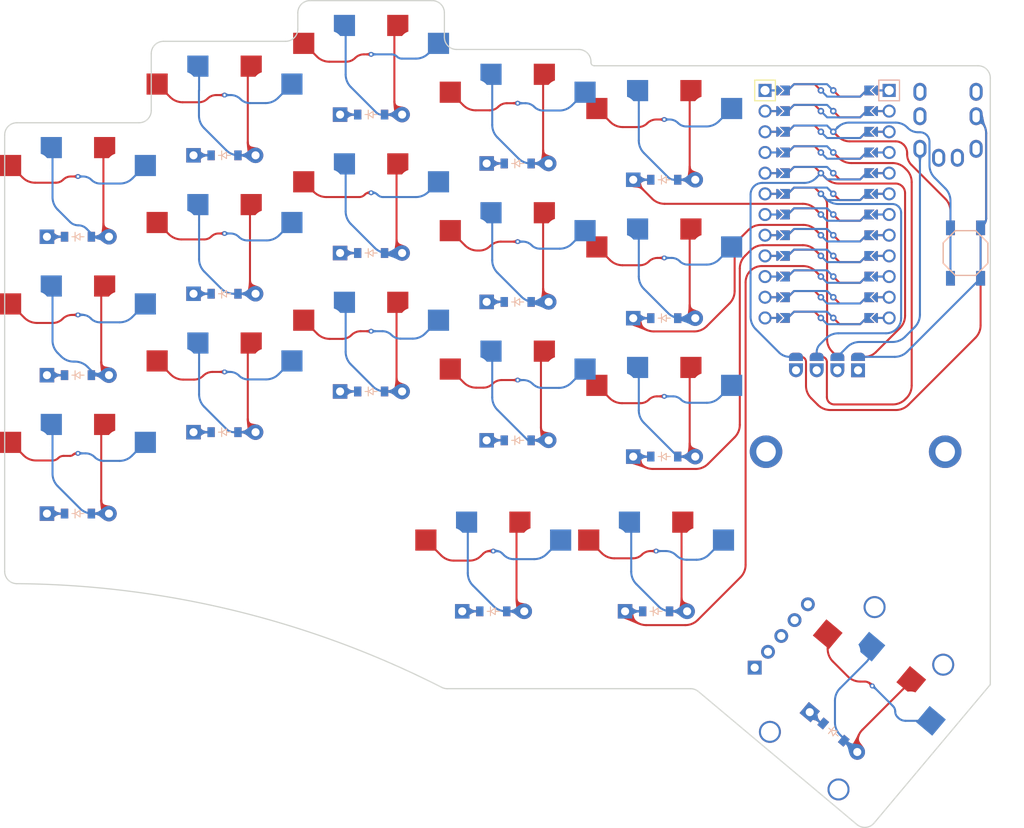
<source format=kicad_pcb>
(kicad_pcb (version 20211014) (generator pcbnew)
  (title_block (title "main") (rev "v1.0.0") (company "Unknown"))
  (layers (0 "F.Cu" signal) (1 "In1.Cu" signal) (2 "In2.Cu" signal) (31 "B.Cu" signal) (34 "B.Paste" user) (35 "F.Paste" user) (36 "B.SilkS" user "B.Silkscreen") (37 "F.SilkS" user "F.Silkscreen") (38 "B.Mask" user) (39 "F.Mask" user) (44 "Edge.Cuts" user))
  (net 0 "")
  (net 1 "pinky_bottom")
  (net 2 "P20")
  (net 3 "pinky_home")
  (net 4 "pinky_top")
  (net 5 "ring_bottom")
  (net 6 "P19")
  (net 7 "ring_home")
  (net 8 "ring_top")
  (net 9 "middle_bottom")
  (net 10 "P18")
  (net 11 "middle_home")
  (net 12 "middle_top")
  (net 13 "index_bottom")
  (net 14 "P15")
  (net 15 "index_home")
  (net 16 "index_top")
  (net 17 "far_bottom")
  (net 18 "P14")
  (net 19 "far_home")
  (net 20 "far_top")
  (net 21 "inner_main")
  (net 22 "middle_main")
  (net 23 "outer_main")
  (net 24 "P6")
  (net 25 "P5")
  (net 26 "P4")
  (net 27 "P7")
  (net 28 "RAW")
  (net 29 "GND")
  (net 30 "RST")
  (net 31 "VCC")
  (net 32 "P21")
  (net 33 "P16")
  (net 34 "P10")
  (net 35 "P1")
  (net 36 "P0")
  (net 37 "P2")
  (net 38 "P3")
  (net 39 "P8")
  (net 40 "P9")
  (footprint "E73:SW_TACT_ALPS_SKQGABE010" (layer "F.Cu") (at 109 -27 -90)
    (fp_text reference "B1" hide)
    (fp_text value "" hide)
  )
  (footprint "VIA-0.6mm" (layer "F.Cu") (at 18 -46.4)
    (fp_text reference "REF**" hide)
    (fp_text value "VIA-0.6mm" hide)
  )
  (footprint "ComboDiode" (layer "F.Cu") (at 51 17)
    (fp_text reference "D16" hide)
    (fp_text value "" hide)
  )
  (footprint "PG1350" (layer "F.Cu") (at 54 -43)
    (fp_text reference "S12" hide)
    (fp_text value "" hide)
  )
  (footprint "PG1350" (layer "F.Cu") (at 72 -7)
    (fp_text reference "S13" hide)
    (fp_text value "" hide)
  )
  (footprint "VIA-0.6mm" (layer "F.Cu") (at 18 -29.4)
    (fp_text reference "REF**" hide)
    (fp_text value "VIA-0.6mm" hide)
  )
  (footprint "MountingHole:MountingHole_2.2mm_M2_DIN965_Pad" (layer "F.Cu") (at 106.5 -2.6)
    (fp_text reference "Mount1")
    (fp_text value "TH1")
  )
  (footprint "PG1350" (layer "F.Cu") (at 36 -49)
    (fp_text reference "S9" hide)
    (fp_text value "" hide)
  )
  (footprint "ComboDiode" (layer "F.Cu") (at 36 -44)
    (fp_text reference "D9" hide)
    (fp_text value "" hide)
  )
  (footprint "E73:SW_TACT_ALPS_SKQGABE010" (layer "F.Cu") (at 109 -27 -90)
    (fp_text reference "B2" hide)
    (fp_text value "" hide)
  )
  (footprint "ComboDiode" (layer "F.Cu") (at 18 -39)
    (fp_text reference "D6" hide)
    (fp_text value "" hide)
  )
  (footprint "ComboDiode" (layer "F.Cu") (at 71 17)
    (fp_text reference "D17" hide)
    (fp_text value "" hide)
  )
  (footprint "ComboDiode" (layer "F.Cu") (at 72 -36)
    (fp_text reference "D15" hide)
    (fp_text value "" hide)
  )
  (footprint "pimoroni_trackball" (layer "F.Cu") (at 93.701867 26.071637 -40)
    (fp_text reference "_20" hide)
    (fp_text value "" hide)
  )
  (footprint "VIA-0.6mm" (layer "F.Cu") (at 54 -28.4)
    (fp_text reference "REF**" hide)
    (fp_text value "VIA-0.6mm" hide)
  )
  (footprint "ComboDiode" (layer "F.Cu") (at 72 -19)
    (fp_text reference "D14" hide)
    (fp_text value "" hide)
  )
  (footprint "VIA-0.6mm" (layer "F.Cu") (at 0 -36.4)
    (fp_text reference "REF**" hide)
    (fp_text value "VIA-0.6mm" hide)
  )
  (footprint "PG1350" (layer "F.Cu") (at 18 -27)
    (fp_text reference "S5" hide)
    (fp_text value "" hide)
  )
  (footprint "ComboDiode" (layer "F.Cu") (at 0 -29)
    (fp_text reference "D3" hide)
    (fp_text value "" hide)
  )
  (footprint "VIA-0.6mm" (layer "F.Cu") (at 54 -45.4)
    (fp_text reference "REF**" hide)
    (fp_text value "VIA-0.6mm" hide)
  )
  (footprint "PG1350" (layer "F.Cu") (at 0 -17)
    (fp_text reference "S2" hide)
    (fp_text value "" hide)
  )
  (footprint "VIA-0.6mm" (layer "F.Cu") (at 0 -2.4)
    (fp_text reference "REF**" hide)
    (fp_text value "VIA-0.6mm" hide)
  )
  (footprint "MountingHole:MountingHole_2.2mm_M2_DIN965_Pad" (layer "F.Cu") (at 84.5 -2.6)
    (fp_text reference "Mount1")
    (fp_text value "TH2")
  )
  (footprint "VIA-0.6mm" (layer "F.Cu") (at 72 -43.4)
    (fp_text reference "REF**" hide)
    (fp_text value "VIA-0.6mm" hide)
  )
  (footprint "PG1350" (layer "F.Cu") (at 0 0)
    (fp_text reference "S1" hide)
    (fp_text value "" hide)
  )
  (footprint "PG1350" (layer "F.Cu") (at 18 -10)
    (fp_text reference "S4" hide)
    (fp_text value "" hide)
  )
  (footprint "VIA-0.6mm" (layer "F.Cu") (at 72 -26.4)
    (fp_text reference "REF**" hide)
    (fp_text value "VIA-0.6mm" hide)
  )
  (footprint "ComboDiode" (layer "F.Cu") (at 54 -4)
    (fp_text reference "D10" hide)
    (fp_text value "" hide)
  )
  (footprint "PG1350" (layer "F.Cu") (at 54 -9)
    (fp_text reference "S10" hide)
    (fp_text value "" hide)
  )
  (footprint "ProMicro" (layer "F.Cu") (at 92 -33 -90)
    (fp_text reference "_19" hide)
    (fp_text value "")
  )
  (footprint "PG1350" (layer "F.Cu") (at 72 -24)
    (fp_text reference "S14" hide)
    (fp_text value "" hide)
  )
  (footprint "PG1350" (layer "F.Cu") (at 54 -26)
    (fp_text reference "S11" hide)
    (fp_text value "" hide)
  )
  (footprint "PG1350" (layer "F.Cu") (at 36 -15)
    (fp_text reference "S7" hide)
    (fp_text value "" hide)
  )
  (footprint "VIA-0.6mm" (layer "F.Cu") (at 36 -34.4)
    (fp_text reference "REF**" hide)
    (fp_text value "VIA-0.6mm" hide)
  )
  (footprint "TRRS-PJ-320A-dual" (layer "F.Cu") (at 108 -50)
    (fp_text reference "TRRS1")
    (fp_text value "TRRS-PJ-320A-dual")
  )
  (footprint "VIA-0.6mm" (layer "F.Cu") (at 36 -17.4)
    (fp_text reference "REF**" hide)
    (fp_text value "VIA-0.6mm" hide)
  )
  (footprint "ComboDiode" (layer "F.Cu") (at 54 -21)
    (fp_text reference "D11" hide)
    (fp_text value "" hide)
  )
  (footprint "PG1350" (layer "F.Cu") (at 18 -44)
    (fp_text reference "S6" hide)
    (fp_text value "" hide)
  )
  (footprint "PG1350" (layer "F.Cu") (at 0 -34)
    (fp_text reference "S3" hide)
    (fp_text value "" hide)
  )
  (footprint "ComboDiode" (layer "F.Cu") (at 36 -27)
    (fp_text reference "D8" hide)
    (fp_text value "" hide)
  )
  (footprint "OLED-128x32-double-sided" (layer "F.Cu") (at 86 -11 90)
    (fp_text reference "_21" hide)
    (fp_text value "OLED-double-sided")
  )
  (footprint "ComboDiode" (layer "F.Cu") (at 36 -10)
    (fp_text reference "D7" hide)
    (fp_text value "" hide)
  )
  (footprint "VIA-0.6mm" (layer "F.Cu") (at 71 9.6)
    (fp_text reference "REF**" hide)
    (fp_text value "VIA-0.6mm" hide)
  )
  (footprint "ComboDiode" (layer "F.Cu") (at 0 -12)
    (fp_text reference "D2" hide)
    (fp_text value "" hide)
  )
  (footprint "VIA-0.6mm" (layer "F.Cu") (at 97.54269 26.161493 -40)
    (fp_text reference "REF**" hide)
    (fp_text value "VIA-0.6mm" hide)
  )
  (footprint "VIA-0.6mm" (layer "F.Cu") (at 36 -51.4)
    (fp_text reference "REF**" hide)
    (fp_text value "VIA-0.6mm" hide)
  )
  (footprint "VIA-0.6mm" (layer "F.Cu") (at 72 -9.4)
    (fp_text reference "REF**" hide)
    (fp_text value "VIA-0.6mm" hide)
  )
  (footprint "PG1350" (layer "F.Cu") (at 51 12)
    (fp_text reference "S16" hide)
    (fp_text value "" hide)
  )
  (footprint "ComboDiode" (layer "F.Cu") (at 54 -38)
    (fp_text reference "D12" hide)
    (fp_text value "" hide)
  )
  (footprint "ComboDiode" (layer "F.Cu") (at 92.786062 31.830222 -40)
    (fp_text reference "D18" hide)
    (fp_text value "" hide)
  )
  (footprint "ComboDiode" (layer "F.Cu") (at 18 -5)
    (fp_text reference "D4" hide)
    (fp_text value "" hide)
  )
  (footprint "PG1350" (layer "F.Cu") (at 72 -41)
    (fp_text reference "S15" hide)
    (fp_text value "" hide)
  )
  (footprint "ComboDiode" (layer "F.Cu") (at 0 5)
    (fp_text reference "D1" hide)
    (fp_text value "" hide)
  )
  (footprint "VIA-0.6mm" (layer "F.Cu") (at 0 -19.4)
    (fp_text reference "REF**" hide)
    (fp_text value "VIA-0.6mm" hide)
  )
  (footprint "PG1350" (layer "F.Cu") (at 71 12)
    (fp_text reference "S17" hide)
    (fp_text value "" hide)
  )
  (footprint "ComboDiode" (layer "F.Cu") (at 72 -2)
    (fp_text reference "D13" hide)
    (fp_text value "" hide)
  )
  (footprint "ComboDiode" (layer "F.Cu") (at 18 -22)
    (fp_text reference "D5" hide)
    (fp_text value "" hide)
  )
  (footprint "VIA-0.6mm" (layer "F.Cu") (at 18 -12.4)
    (fp_text reference "REF**" hide)
    (fp_text value "VIA-0.6mm" hide)
  )
  (footprint "PG1350" (layer "F.Cu") (at 96 28 -40)
    (fp_text reference "S18" hide)
    (fp_text value "" hide)
  )
  (footprint "VIA-0.6mm" (layer "F.Cu") (at 51 9.6)
    (fp_text reference "REF**" hide)
    (fp_text value "VIA-0.6mm" hide)
  )
  (footprint "VIA-0.6mm" (layer "F.Cu") (at 54 -11.4)
    (fp_text reference "REF**" hide)
    (fp_text value "VIA-0.6mm" hide)
  )
  (footprint "PG1350" (layer "F.Cu") (at 36 -32)
    (fp_text reference "S8" hide)
    (fp_text value "" hide)
  )
  (gr_line (start 9 -51.5) (end 9 -44.5) (layer "Edge.Cuts") (width 0.15))
  (gr_arc (start 45.346998 26.5) (mid 44.997043 26.458606) (end 44.666403 26.336709) (layer "Edge.Cuts") (width 0.15))
  (gr_arc (start 110.542 -50) (mid 111.60266 -49.56066) (end 112.042 -48.5) (layer "Edge.Cuts") (width 0.15))
  (gr_line (start 112.042 25.99176) (end 112.042 -48.5) (layer "Edge.Cuts") (width 0.15))
  (gr_line (start 25.5 -53) (end 10.5 -53) (layer "Edge.Cuts") (width 0.15))
  (gr_line (start 112.042 25.994851) (end 112.043522 25.993037) (layer "Edge.Cuts") (width 0.15))
  (gr_line (start 45 -53.5) (end 45 -56.5) (layer "Edge.Cuts") (width 0.15))
  (gr_line (start 61.5 -52) (end 46.5 -52) (layer "Edge.Cuts") (width 0.15))
  (gr_line (start 76.195268 26.850933) (end 95.660389 43.184109) (layer "Edge.Cuts") (width 0.15))
  (gr_line (start 63.4 -50) (end 110.542 -50) (layer "Edge.Cuts") (width 0.15))
  (gr_line (start 45.346997 26.5) (end 75.231087 26.5) (layer "Edge.Cuts") (width 0.15))
  (gr_arc (start 61.5 -52) (mid 62.56066 -51.56066) (end 63 -50.5) (layer "Edge.Cuts") (width 0.15))
  (gr_line (start -9 12.103571) (end -9 -41.5) (layer "Edge.Cuts") (width 0.15))
  (gr_line (start 112.037679 26) (end 112.042 26) (layer "Edge.Cuts") (width 0.15))
  (gr_arc (start 27 -56.5) (mid 27.43934 -57.56066) (end 28.5 -58) (layer "Edge.Cuts") (width 0.15))
  (gr_arc (start 46.5 -52) (mid 45.43934 -52.43934) (end 45 -53.5) (layer "Edge.Cuts") (width 0.15))
  (gr_line (start 27 -56.5) (end 27 -54.5) (layer "Edge.Cuts") (width 0.15))
  (gr_line (start 7.5 -43) (end -7.5 -43) (layer "Edge.Cuts") (width 0.15))
  (gr_arc (start 75.231086 26.5) (mid 75.744116 26.590461) (end 76.195268 26.850933) (layer "Edge.Cuts") (width 0.15))
  (gr_arc (start -7.511646 13.603526) (mid -8.56477 13.160106) (end -9 12.103571) (layer "Edge.Cuts") (width 0.15))
  (gr_arc (start 97.773637 42.999223) (mid 96.755304 43.529334) (end 95.660389 43.184109) (layer "Edge.Cuts") (width 0.15))
  (gr_line (start 43.5 -58) (end 28.5 -58) (layer "Edge.Cuts") (width 0.15))
  (gr_arc (start 9 -51.5) (mid 9.43934 -52.56066) (end 10.5 -53) (layer "Edge.Cuts") (width 0.15))
  (gr_arc (start -9 -41.5) (mid -8.56066 -42.56066) (end -7.5 -43) (layer "Edge.Cuts") (width 0.15))
  (gr_line (start 97.773637 42.999224) (end 112.037679 26) (layer "Edge.Cuts") (width 0.15))
  (gr_arc (start 9 -44.5) (mid 8.56066 -43.43934) (end 7.5 -43) (layer "Edge.Cuts") (width 0.15))
  (gr_arc (start -7.511645 13.603526) (mid 19.317916 16.935546) (end 44.666403 26.336709) (layer "Edge.Cuts") (width 0.15))
  (gr_line (start 112.042 26) (end 112.042 25.994851) (layer "Edge.Cuts") (width 0.15))
  (gr_arc (start 43.5 -58) (mid 44.56066 -57.56066) (end 45 -56.5) (layer "Edge.Cuts") (width 0.15))
  (gr_arc (start 27 -54.5) (mid 26.56066 -53.43934) (end 25.5 -53) (layer "Edge.Cuts") (width 0.15))
  (gr_line (start 112.043522 25.993037) (end 112.042 25.99176) (layer "Edge.Cuts") (width 0.15))
  (gr_arc (start 63.4 -50) (mid 63.117157 -50.117157) (end 63 -50.4) (layer "Edge.Cuts") (width 0.15))
  (gr_line (start 63 -50.4) (end 63 -50.5) (layer "Edge.Cuts") (width 0.15))
  (segment (start 3.33375 4.52375) (end 3.351819 4.541819) (width 0.25) (layer "F.Cu") (net 1))
  (segment (start 3.06625 -5.74125) (end 3.275 -5.95) (width 0.25) (layer "F.Cu") (net 1))
  (segment (start 3.162034 5) (end 1.65 5) (width 0.25) (layer "F.Cu") (net 1))
  (segment (start 2.8575 -5.237282) (end 2.8575 3.37398) (width 0.25) (layer "F.Cu") (net 1))
  (arc (start 3.06625 -5.74125) (mid 2.911752 -5.510027) (end 2.8575 -5.237282) (width 0.25) (layer "F.Cu") (net 1))
  (arc (start 3.351819 4.541819) (mid 3.409999 4.834314) (end 3.162034 5) (width 0.25) (layer "F.Cu") (net 1))
  (arc (start 2.8575 3.37398) (mid 2.981273 3.996231) (end 3.33375 4.52375) (width 0.25) (layer "F.Cu") (net 1))
  (segment (start 3.81 5) (end 1.786785 5) (width 0.25) (layer "B.Cu") (net 1))
  (segment (start -3.199999 -5.874999) (end -3.275 -5.95) (width 0.25) (layer "B.Cu") (net 1))
  (segment (start 3.81 5) (end 1.65 5) (width 0.25) (layer "B.Cu") (net 1))
  (segment (start -3.124999 0.088215) (end -3.124999 -5.693932) (width 0.25) (layer "B.Cu") (net 1))
  (segment (start -2.487481 1.627318) (end 0.247682 4.362482) (width 0.25) (layer "B.Cu") (net 1))
  (arc (start -3.199999 -5.874999) (mid -3.14449 -5.791924) (end -3.124999 -5.693932) (width 0.25) (layer "B.Cu") (net 1))
  (arc (start 0.247682 4.362482) (mid 0.953828 4.834314) (end 1.786785 5) (width 0.25) (layer "B.Cu") (net 1))
  (arc (start -3.124999 0.088215) (mid -2.959313 0.921171) (end -2.487481 1.627318) (width 0.25) (layer "B.Cu") (net 1))
  (segment (start -0.880511 -36.4) (end 0 -36.4) (width 0.25) (layer "F.Cu") (net 2))
  (segment (start -3.117669 -1.524) (end -5.147414 -1.524) (width 0.25) (layer "F.Cu") (net 2))
  (segment (start -6.798717 -36.273717) (end -8.275 -37.75) (width 0.25) (layer "F.Cu") (net 2))
  (segment (start -1.752429 -2.089501) (end -0.949454 -2.089501) (width 0.25) (layer "F.Cu") (net 2))
  (segment (start -0.2097 -2.4) (end 0 -2.4) (width 0.25) (layer "F.Cu") (net 2))
  (segment (start -5.038414 -18.415) (end -3.0841 -18.415) (width 0.25) (layer "F.Cu") (net 2))
  (segment (start -6.577517 -19.052517) (end -8.275 -20.75) (width 0.25) (layer "F.Cu") (net 2))
  (segment (start -0.706099 -19.4) (end 0 -19.4) (width 0.25) (layer "F.Cu") (net 2))
  (segment (start -6.686517 -2.161517) (end -8.275 -3.75) (width 0.25) (layer "F.Cu") (net 2))
  (segment (start -0.567679 -2.251719) (end -0.574649 -2.24475) (width 0.25) (layer "F.Cu") (net 2))
  (segment (start -5.259614 -35.6362) (end -2.724488 -35.6362) (width 0.25) (layer "F.Cu") (net 2))
  (arc (start -1.8951 -18.9075) (mid -2.440617 -18.542996) (end -3.0841 -18.415) (width 0.25) (layer "F.Cu") (net 2))
  (arc (start -2.435049 -1.80675) (mid -2.748237 -1.597484) (end -3.117669 -1.524) (width 0.25) (layer "F.Cu") (net 2))
  (arc (start -6.798717 -36.273717) (mid -6.09257 -35.801885) (end -5.259614 -35.6362) (width 0.25) (layer "F.Cu") (net 2))
  (arc (start -1.8025 -36.0181) (mid -2.225511 -35.735452) (end -2.724488 -35.6362) (width 0.25) (layer "F.Cu") (net 2))
  (arc (start -1.752429 -2.089501) (mid -2.12186 -2.016016) (end -2.435049 -1.80675) (width 0.25) (layer "F.Cu") (net 2))
  (arc (start -6.686517 -2.161517) (mid -5.98037 -1.689685) (end -5.147414 -1.524) (width 0.25) (layer "F.Cu") (net 2))
  (arc (start -0.2097 -2.4) (mid -0.403437 -2.361463) (end -0.567679 -2.251719) (width 0.25) (layer "F.Cu") (net 2))
  (arc (start -0.880511 -36.4) (mid -1.379488 -36.300747) (end -1.8025 -36.0181) (width 0.25) (layer "F.Cu") (net 2))
  (arc (start -6.577517 -19.052517) (mid -5.87137 -18.580685) (end -5.038414 -18.415) (width 0.25) (layer "F.Cu") (net 2))
  (arc (start -0.574649 -2.24475) (mid -0.746611 -2.129848) (end -0.949454 -2.089501) (width 0.25) (layer "F.Cu") (net 2))
  (arc (start -0.706099 -19.4) (mid -1.349581 -19.272003) (end -1.8951 -18.9075) (width 0.25) (layer "F.Cu") (net 2))
  (segment (start 5.114614 -18.4912) (end 2.700018 -18.4912) (width 0.25) (layer "B.Cu") (net 2))
  (segment (start 6.635717 -2.110717) (end 8.275 -3.75) (width 0.25) (layer "B.Cu") (net 2))
  (segment (start 0.932453 -2.4) (end 0 -2.4) (width 0.25) (layer "B.Cu") (net 2))
  (segment (start 3.169946 -1.4732) (end 5.096614 -1.4732) (width 0.25) (layer "B.Cu") (net 2))
  (segment (start 0.5743 -19.4) (end 0 -19.4) (width 0.25) (layer "B.Cu") (net 2))
  (segment (start 5.158014 -35.5346) (end 2.72013 -35.5346) (width 0.25) (layer "B.Cu") (net 2))
  (segment (start 6.697117 -36.172117) (end 8.275 -37.75) (width 0.25) (layer "B.Cu") (net 2))
  (segment (start 6.653717 -19.128717) (end 8.275 -20.75) (width 0.25) (layer "B.Cu") (net 2))
  (segment (start 0.630869 -36.4) (end 0 -36.4) (width 0.25) (layer "B.Cu") (net 2))
  (segment (start 1.554691 -18.993908) (end 1.603 -18.9456) (width 0.25) (layer "B.Cu") (net 2))
  (arc (start 1.603 -18.9456) (mid 2.106316 -18.609294) (end 2.700018 -18.4912) (width 0.25) (layer "B.Cu") (net 2))
  (arc (start 6.635717 -2.110717) (mid 5.92957 -1.638885) (end 5.096614 -1.4732) (width 0.25) (layer "B.Cu") (net 2))
  (arc (start 1.6755 -35.9673) (mid 1.196219 -36.287544) (end 0.630869 -36.4) (width 0.25) (layer "B.Cu") (net 2))
  (arc (start 6.653717 -19.128717) (mid 5.94757 -18.656885) (end 5.114614 -18.4912) (width 0.25) (layer "B.Cu") (net 2))
  (arc (start 1.6755 -35.9673) (mid 2.15478 -35.647055) (end 2.72013 -35.5346) (width 0.25) (layer "B.Cu") (net 2))
  (arc (start 6.697117 -36.172117) (mid 5.99097 -35.700285) (end 5.158014 -35.5346) (width 0.25) (layer "B.Cu") (net 2))
  (arc (start 1.554691 -18.993908) (mid 1.104883 -19.29446) (end 0.5743 -19.4) (width 0.25) (layer "B.Cu") (net 2))
  (arc (start 2.0512 -1.9366) (mid 1.537914 -2.279566) (end 0.932453 -2.4) (width 0.25) (layer "B.Cu") (net 2))
  (arc (start 2.0512 -1.9366) (mid 2.564485 -1.593633) (end 3.169946 -1.4732) (width 0.25) (layer "B.Cu") (net 2))
  (segment (start 3.06625 -22.74125) (end 3.275 -22.95) (width 0.25) (layer "F.Cu") (net 3))
  (segment (start 3.162034 -12) (end 1.65 -12) (width 0.25) (layer "F.Cu") (net 3))
  (segment (start 2.8575 -22.237282) (end 2.8575 -13.626019) (width 0.25) (layer "F.Cu") (net 3))
  (segment (start 3.333749 -12.476249) (end 3.351819 -12.45818) (width 0.25) (layer "F.Cu") (net 3))
  (arc (start 2.8575 -13.626019) (mid 2.981273 -13.003768) (end 3.333749 -12.476249) (width 0.25) (layer "F.Cu") (net 3))
  (arc (start 3.06625 -22.74125) (mid 2.911752 -22.510027) (end 2.8575 -22.237282) (width 0.25) (layer "F.Cu") (net 3))
  (arc (start 3.351819 -12.45818) (mid 3.409999 -12.165685) (end 3.162034 -12) (width 0.25) (layer "F.Cu") (net 3))
  (segment (start -0.520814 -13.6652) (end -0.368185 -13.6652) (width 0.25) (layer "B.Cu") (net 3))
  (segment (start -3.124999 -16.269384) (end -3.124999 -22.693932) (width 0.25) (layer "B.Cu") (net 3))
  (segment (start 3.0043 -12) (end 3.81 -12) (width 0.25) (layer "B.Cu") (net 3))
  (segment (start -2.487481 -14.730281) (end -2.059917 -14.302717) (width 0.25) (layer "B.Cu") (net 3))
  (segment (start -3.199999 -22.874999) (end -3.275 -22.95) (width 0.25) (layer "B.Cu") (net 3))
  (segment (start 1.628883 -12.569715) (end 1.170917 -13.027682) (width 0.25) (layer "B.Cu") (net 3))
  (segment (start 3.81 -12) (end 1.65 -12) (width 0.25) (layer "B.Cu") (net 3))
  (arc (start -3.199999 -22.874999) (mid -3.14449 -22.791924) (end -3.124999 -22.693932) (width 0.25) (layer "B.Cu") (net 3))
  (arc (start -3.124999 -16.269384) (mid -2.959313 -15.436427) (end -2.487481 -14.730281) (width 0.25) (layer "B.Cu") (net 3))
  (arc (start -2.059917 -14.302717) (mid -1.35377 -13.830885) (end -0.520814 -13.6652) (width 0.25) (layer "B.Cu") (net 3))
  (arc (start 1.628883 -12.569715) (mid 2.259929 -12.148064) (end 3.0043 -12) (width 0.25) (layer "B.Cu") (net 3))
  (arc (start 1.170917 -13.027682) (mid 0.46477 -13.499514) (end -0.368185 -13.6652) (width 0.25) (layer "B.Cu") (net 3))
  (segment (start 3.124999 -39.693932) (end 3.124999 -30.169369) (width 0.25) (layer "F.Cu") (net 4))
  (segment (start 3.325631 -29) (end 1.65 -29) (width 0.25) (layer "F.Cu") (net 4))
  (segment (start 3.199999 -39.874999) (end 3.275 -39.95) (width 0.25) (layer "F.Cu") (net 4))
  (arc (start 3.199999 -39.874999) (mid 3.14449 -39.791924) (end 3.124999 -39.693932) (width 0.25) (layer "F.Cu") (net 4))
  (arc (start 3.124999 -30.169369) (mid 3.214011 -29.721871) (end 3.467499 -29.3425) (width 0.25) (layer "F.Cu") (net 4))
  (arc (start 3.467499 -29.3425) (mid 3.51099 -29.123853) (end 3.325631 -29) (width 0.25) (layer "F.Cu") (net 4))
  (segment (start -3.199999 -39.874999) (end -3.275 -39.95) (width 0.25) (layer "B.Cu") (net 4))
  (segment (start 2.0388 -29) (end 3.81 -29) (width 0.25) (layer "B.Cu") (net 4))
  (segment (start 3.81 -29) (end 1.65 -29) (width 0.25) (layer "B.Cu") (net 4))
  (segment (start 2.0388 -29) (end 1.057072 -29.981727) (width 0.25) (layer "B.Cu") (net 4))
  (segment (start -3.124999 -39.693932) (end -3.124999 -33.871584) (width 0.25) (layer "B.Cu") (net 4))
  (segment (start -0.980872 -30.825872) (end -2.487481 -32.332481) (width 0.25) (layer "B.Cu") (net 4))
  (arc (start -0.980872 -30.825872) (mid -0.513363 -30.513492) (end 0.0381 -30.4038) (width 0.25) (layer "B.Cu") (net 4))
  (arc (start -3.124999 -33.871584) (mid -2.959313 -33.038627) (end -2.487481 -32.332481) (width 0.25) (layer "B.Cu") (net 4))
  (arc (start 1.057072 -29.981727) (mid 0.589563 -30.294106) (end 0.0381 -30.4038) (width 0.25) (layer "B.Cu") (net 4))
  (arc (start -3.199999 -39.874999) (mid -3.14449 -39.791924) (end -3.124999 -39.693932) (width 0.25) (layer "B.Cu") (net 4))
  (segment (start 21.333749 -5.476249) (end 21.351819 -5.45818) (width 0.25) (layer "F.Cu") (net 5))
  (segment (start 21.162034 -5) (end 19.65 -5) (width 0.25) (layer "F.Cu") (net 5))
  (segment (start 20.8575 -15.237282) (end 20.8575 -6.626019) (width 0.25) (layer "F.Cu") (net 5))
  (segment (start 21.06625 -15.74125) (end 21.275 -15.95) (width 0.25) (layer "F.Cu") (net 5))
  (arc (start 21.351819 -5.45818) (mid 21.409999 -5.165685) (end 21.162034 -5) (width 0.25) (layer "F.Cu") (net 5))
  (arc (start 21.06625 -15.74125) (mid 20.911752 -15.510027) (end 20.8575 -15.237282) (width 0.25) (layer "F.Cu") (net 5))
  (arc (start 20.8575 -6.626019) (mid 20.981273 -6.003768) (end 21.333749 -5.476249) (width 0.25) (layer "F.Cu") (net 5))
  (segment (start 18.258547 -5.363452) (end 15.512518 -8.109481) (width 0.25) (layer "B.Cu") (net 5))
  (segment (start 14.875001 -9.648584) (end 14.875001 -15.693932) (width 0.25) (layer "B.Cu") (net 5))
  (segment (start 14.8 -15.874999) (end 14.725 -15.95) (width 0.25) (layer "B.Cu") (net 5))
  (segment (start 19.65 -5) (end 21.81 -5) (width 0.25) (layer "B.Cu") (net 5))
  (segment (start 19.136 -5) (end 19.65 -5) (width 0.25) (layer "B.Cu") (net 5))
  (arc (start 14.875001 -9.648584) (mid 15.040686 -8.815627) (end 15.512518 -8.109481) (width 0.25) (layer "B.Cu") (net 5))
  (arc (start 18.258547 -5.363452) (mid 18.661125 -5.094458) (end 19.136 -5) (width 0.25) (layer "B.Cu") (net 5))
  (arc (start 14.8 -15.874999) (mid 14.855508 -15.791924) (end 14.875001 -15.693932) (width 0.25) (layer "B.Cu") (net 5))
  (segment (start 17.26529 -29.4) (end 18 -29.4) (width 0.25) (layer "F.Cu") (net 6))
  (segment (start 16.976316 -46.4) (end 18 -46.4) (width 0.25) (layer "F.Cu") (net 6))
  (segment (start 11.320682 -46.154317) (end 9.725 -47.75) (width 0.25) (layer "F.Cu") (net 6))
  (segment (start 11.382082 -12.092917) (end 9.725 -13.75) (width 0.25) (layer "F.Cu") (net 6))
  (segment (start 14.241866 -11.4554) (end 12.921185 -11.4554) (width 0.25) (layer "F.Cu") (net 6))
  (segment (start 15.508709 -28.6724) (end 12.704185 -28.6724) (width 0.25) (layer "F.Cu") (net 6))
  (segment (start 16.522333 -12.4) (end 18 -12.4) (width 0.25) (layer "F.Cu") (net 6))
  (segment (start 11.165082 -29.309917) (end 9.725 -30.75) (width 0.25) (layer "F.Cu") (net 6))
  (segment (start 12.859785 -45.5168) (end 14.844083 -45.5168) (width 0.25) (layer "F.Cu") (net 6))
  (arc (start 11.320682 -46.154317) (mid 12.026828 -45.682485) (end 12.859785 -45.5168) (width 0.25) (layer "F.Cu") (net 6))
  (arc (start 15.3821 -11.9277) (mid 14.858956 -11.578146) (end 14.241866 -11.4554) (width 0.25) (layer "F.Cu") (net 6))
  (arc (start 16.387 -29.0362) (mid 15.984036 -28.766948) (end 15.508709 -28.6724) (width 0.25) (layer "F.Cu") (net 6))
  (arc (start 16.522333 -12.4) (mid 15.905243 -12.277253) (end 15.3821 -11.9277) (width 0.25) (layer "F.Cu") (net 6))
  (arc (start 16.976316 -46.4) (mid 16.399338 -46.285231) (end 15.9102 -45.9584) (width 0.25) (layer "F.Cu") (net 6))
  (arc (start 11.165082 -29.309917) (mid 11.871228 -28.838085) (end 12.704185 -28.6724) (width 0.25) (layer "F.Cu") (net 6))
  (arc (start 17.26529 -29.4) (mid 16.789963 -29.305451) (end 16.387 -29.0362) (width 0.25) (layer "F.Cu") (net 6))
  (arc (start 11.382082 -12.092917) (mid 12.088228 -11.621085) (end 12.921185 -11.4554) (width 0.25) (layer "F.Cu") (net 6))
  (arc (start 15.9102 -45.9584) (mid 15.421061 -45.631568) (end 14.844083 -45.5168) (width 0.25) (layer "F.Cu") (net 6))
  (segment (start 18.674627 -12.4) (end 18 -12.4) (width 0.25) (layer "B.Cu") (net 6))
  (segment (start 18.765841 -46.4) (end 18 -46.4) (width 0.25) (layer "B.Cu") (net 6))
  (segment (start 24.643317 -12.118317) (end 26.275 -13.75) (width 0.25) (layer "B.Cu") (net 6))
  (segment (start 20.893772 -11.4808) (end 23.104214 -11.4808) (width 0.25) (layer "B.Cu") (net 6))
  (segment (start 23.038614 -45.4152) (end 21.143358 -45.4152) (width 0.25) (layer "B.Cu") (net 6))
  (segment (start 18.741276 -29.4) (end 18 -29.4) (width 0.25) (layer "B.Cu") (net 6))
  (segment (start 20.794323 -28.5496) (end 23.173014 -28.5496) (width 0.25) (layer "B.Cu") (net 6))
  (segment (start 24.577717 -46.052717) (end 26.275 -47.75) (width 0.25) (layer "B.Cu") (net 6))
  (segment (start 24.712117 -29.187117) (end 26.275 -30.75) (width 0.25) (layer "B.Cu") (net 6))
  (arc (start 24.712117 -29.187117) (mid 24.00597 -28.715285) (end 23.173014 -28.5496) (width 0.25) (layer "B.Cu") (net 6))
  (arc (start 19.7678 -28.9748) (mid 20.238772 -28.660105) (end 20.794323 -28.5496) (width 0.25) (layer "B.Cu") (net 6))
  (arc (start 24.577717 -46.052717) (mid 23.87157 -45.580885) (end 23.038614 -45.4152) (width 0.25) (layer "B.Cu") (net 6))
  (arc (start 24.643317 -12.118317) (mid 23.93717 -11.646485) (end 23.104214 -11.4808) (width 0.25) (layer "B.Cu") (net 6))
  (arc (start 19.9546 -45.9076) (mid 19.409192 -46.272029) (end 18.765841 -46.4) (width 0.25) (layer "B.Cu") (net 6))
  (arc (start 19.7842 -11.9404) (mid 19.275123 -12.280553) (end 18.674627 -12.4) (width 0.25) (layer "B.Cu") (net 6))
  (arc (start 19.7678 -28.9748) (mid 19.296826 -29.289494) (end 18.741276 -29.4) (width 0.25) (layer "B.Cu") (net 6))
  (arc (start 19.7842 -11.9404) (mid 20.293276 -11.600246) (end 20.893772 -11.4808) (width 0.25) (layer "B.Cu") (net 6))
  (arc (start 19.9546 -45.9076) (mid 20.500006 -45.54317) (end 21.143358 -45.4152) (width 0.25) (layer "B.Cu") (net 6))
  (segment (start 21.124999 -32.693932) (end 21.124999 -23.169369) (width 0.25) (layer "F.Cu") (net 7))
  (segment (start 21.199999 -32.874999) (end 21.275 -32.95) (width 0.25) (layer "F.Cu") (net 7))
  (segment (start 21.325631 -22) (end 19.65 -22) (width 0.25) (layer "F.Cu") (net 7))
  (arc (start 21.124999 -23.169369) (mid 21.214011 -22.721871) (end 21.467499 -22.3425) (width 0.25) (layer "F.Cu") (net 7))
  (arc (start 21.199999 -32.874999) (mid 21.14449 -32.791924) (end 21.124999 -32.693932) (width 0.25) (layer "F.Cu") (net 7))
  (arc (start 21.467499 -22.3425) (mid 21.51099 -22.123853) (end 21.325631 -22) (width 0.25) (layer "F.Cu") (net 7))
  (segment (start 14.875001 -26.260184) (end 14.875001 -32.693932) (width 0.25) (layer "B.Cu") (net 7))
  (segment (start 21.81 -22) (end 19.65 -22) (width 0.25) (layer "B.Cu") (net 7))
  (segment (start 17.596082 -22.637517) (end 15.512518 -24.721081) (width 0.25) (layer "B.Cu") (net 7))
  (segment (start 19.135185 -22) (end 21.81 -22) (width 0.25) (layer "B.Cu") (net 7))
  (segment (start 14.8 -32.874999) (end 14.725 -32.95) (width 0.25) (layer "B.Cu") (net 7))
  (arc (start 14.8 -32.874999) (mid 14.855508 -32.791924) (end 14.875001 -32.693932) (width 0.25) (layer "B.Cu") (net 7))
  (arc (start 17.596082 -22.637517) (mid 18.302228 -22.165685) (end 19.135185 -22) (width 0.25) (layer "B.Cu") (net 7))
  (arc (start 14.875001 -26.260184) (mid 15.040686 -25.427227) (end 15.512518 -24.721081) (width 0.25) (layer "B.Cu") (net 7))
  (segment (start 21.06625 -49.74125) (end 21.275 -49.95) (width 0.25) (layer "F.Cu") (net 8))
  (segment (start 21.162034 -39) (end 19.65 -39) (width 0.25) (layer "F.Cu") (net 8))
  (segment (start 21.333749 -39.476249) (end 21.351819 -39.45818) (width 0.25) (layer "F.Cu") (net 8))
  (segment (start 20.8575 -40.626019) (end 20.8575 -49.237282) (width 0.25) (layer "F.Cu") (net 8))
  (arc (start 21.351819 -39.45818) (mid 21.409999 -39.165685) (end 21.162034 -39) (width 0.25) (layer "F.Cu") (net 8))
  (arc (start 21.06625 -49.74125) (mid 20.911752 -49.510027) (end 20.8575 -49.237282) (width 0.25) (layer "F.Cu") (net 8))
  (arc (start 20.8575 -40.626019) (mid 20.981273 -40.003768) (end 21.333749 -39.476249) (width 0.25) (layer "F.Cu") (net 8))
  (segment (start 21.81 -39) (end 19.65 -39) (width 0.25) (layer "B.Cu") (net 8))
  (segment (start 15.496517 -42.339282) (end 18.198282 -39.637517) (width 0.25) (layer "B.Cu") (net 8))
  (segment (start 21.81 -39) (end 19.737385 -39) (width 0.25) (layer "B.Cu") (net 8))
  (segment (start 14.875001 -46.984663) (end 14.875001 -49.693932) (width 0.25) (layer "B.Cu") (net 8))
  (segment (start 14.8 -49.874999) (end 14.725 -49.95) (width 0.25) (layer "B.Cu") (net 8))
  (segment (start 14.859 -43.878385) (end 14.859 -46.946033) (width 0.25) (layer "B.Cu") (net 8))
  (arc (start 14.875001 -46.984663) (mid 14.872921 -46.97421) (end 14.867 -46.965348) (width 0.25) (layer "B.Cu") (net 8))
  (arc (start 14.867 -46.965348) (mid 14.861079 -46.956486) (end 14.859 -46.946033) (width 0.25) (layer "B.Cu") (net 8))
  (arc (start 14.859 -43.878385) (mid 15.024685 -43.045428) (end 15.496517 -42.339282) (width 0.25) (layer "B.Cu") (net 8))
  (arc (start 18.198282 -39.637517) (mid 18.904428 -39.165685) (end 19.737385 -39) (width 0.25) (layer "B.Cu") (net 8))
  (arc (start 14.8 -49.874999) (mid 14.855508 -49.791924) (end 14.875001 -49.693932) (width 0.25) (layer "B.Cu") (net 8))
  (segment (start 39.199999 -20.874999) (end 39.275 -20.95) (width 0.25) (layer "F.Cu") (net 9))
  (segment (start 39.124999 -11.169369) (end 39.124999 -20.693932) (width 0.25) (layer "F.Cu") (net 9))
  (segment (start 39.325631 -10) (end 37.65 -10) (width 0.25) (layer "F.Cu") (net 9))
  (arc (start 39.467499 -10.3425) (mid 39.51099 -10.123853) (end 39.325631 -10) (width 0.25) (layer "F.Cu") (net 9))
  (arc (start 39.124999 -11.169369) (mid 39.214011 -10.721871) (end 39.467499 -10.3425) (width 0.25) (layer "F.Cu") (net 9))
  (arc (start 39.199999 -20.874999) (mid 39.14449 -20.791924) (end 39.124999 -20.693932) (width 0.25) (layer "F.Cu") (net 9))
  (segment (start 32.8 -20.874999) (end 32.725 -20.95) (width 0.25) (layer "B.Cu") (net 9))
  (segment (start 39.81 -10) (end 37.739185 -10) (width 0.25) (layer "B.Cu") (net 9))
  (segment (start 33.512518 -13.325081) (end 36.200082 -10.637517) (width 0.25) (layer "B.Cu") (net 9))
  (segment (start 32.875001 -20.693932) (end 32.875001 -14.864184) (width 0.25) (layer "B.Cu") (net 9))
  (segment (start 39.81 -10) (end 37.65 -10) (width 0.25) (layer "B.Cu") (net 9))
  (arc (start 36.200082 -10.637517) (mid 36.906228 -10.165685) (end 37.739185 -10) (width 0.25) (layer "B.Cu") (net 9))
  (arc (start 32.8 -20.874999) (mid 32.855508 -20.791924) (end 32.875001 -20.693932) (width 0.25) (layer "B.Cu") (net 9))
  (arc (start 32.875001 -14.864184) (mid 33.040686 -14.031227) (end 33.512518 -13.325081) (width 0.25) (layer "B.Cu") (net 9))
  (segment (start 35.248776 -34.203777) (end 35.182498 -34.137499) (width 0.25) (layer "F.Cu") (net 10))
  (segment (start 34.727646 -17.4) (end 36 -17.4) (width 0.25) (layer "F.Cu") (net 10))
  (segment (start 34.548766 -33.874999) (end 30.501586 -33.874999) (width 0.25) (layer "F.Cu") (net 10))
  (segment (start 29.342282 -51.132717) (end 27.725 -52.75) (width 0.25) (layer "F.Cu") (net 10))
  (segment (start 48.085687 10.774099) (end 46.150684 10.774099) (width 0.25) (layer "F.Cu") (net 10))
  (segment (start 35.722499 -34.4) (end 36 -34.4) (width 0.25) (layer "F.Cu") (net 10))
  (segment (start 44.611581 10.136581) (end 42.725 8.25) (width 0.25) (layer "F.Cu") (net 10))
  (segment (start 49.50295 10.187049) (end 49.768266 9.921733) (width 0.25) (layer "F.Cu") (net 10))
  (segment (start 32.456353 -16.4592) (end 30.917385 -16.4592) (width 0.25) (layer "F.Cu") (net 10))
  (segment (start 50.545 9.6) (end 51 9.6) (width 0.25) (layer "F.Cu") (net 10))
  (segment (start 35.12339 -51.4) (end 36 -51.4) (width 0.25) (layer "F.Cu") (net 10))
  (segment (start 32.939009 -50.4952) (end 30.881385 -50.4952) (width 0.25) (layer "F.Cu") (net 10))
  (segment (start 29.378282 -17.096717) (end 27.725 -18.75) (width 0.25) (layer "F.Cu") (net 10))
  (segment (start 28.962483 -34.512516) (end 27.725 -35.75) (width 0.25) (layer "F.Cu") (net 10))
  (arc (start 33.592 -16.9296) (mid 33.07096 -16.581452) (end 32.456353 -16.4592) (width 0.25) (layer "F.Cu") (net 10))
  (arc (start 35.182498 -34.137499) (mid 34.891739 -33.94322) (end 34.548766 -33.874999) (width 0.25) (layer "F.Cu") (net 10))
  (arc (start 29.378282 -17.096717) (mid 30.084428 -16.624885) (end 30.917385 -16.4592) (width 0.25) (layer "F.Cu") (net 10))
  (arc (start 49.50295 10.187049) (mid 48.852704 10.621529) (end 48.085687 10.774099) (width 0.25) (layer "F.Cu") (net 10))
  (arc (start 34.0312 -50.9476) (mid 33.530098 -50.612774) (end 32.939009 -50.4952) (width 0.25) (layer "F.Cu") (net 10))
  (arc (start 29.342282 -51.132717) (mid 30.048428 -50.660885) (end 30.881385 -50.4952) (width 0.25) (layer "F.Cu") (net 10))
  (arc (start 35.12339 -51.4) (mid 34.532301 -51.282425) (end 34.0312 -50.9476) (width 0.25) (layer "F.Cu") (net 10))
  (arc (start 35.722499 -34.4) (mid 35.466122 -34.349003) (end 35.248776 -34.203777) (width 0.25) (layer "F.Cu") (net 10))
  (arc (start 44.611581 10.136581) (mid 45.317727 10.608413) (end 46.150684 10.774099) (width 0.25) (layer "F.Cu") (net 10))
  (arc (start 28.962483 -34.512516) (mid 29.668629 -34.040684) (end 30.501586 -33.874999) (width 0.25) (layer "F.Cu") (net 10))
  (arc (start 50.545 9.6) (mid 50.124634 9.683615) (end 49.768266 9.921733) (width 0.25) (layer "F.Cu") (net 10))
  (arc (start 34.727646 -17.4) (mid 34.113038 -17.277747) (end 33.592 -16.9296) (width 0.25) (layer "F.Cu") (net 10))
  (segment (start 43.037516 -51.512516) (end 44.275 -52.75) (width 0.25) (layer "B.Cu") (net 10))
  (segment (start 56.031614 10.5918) (end 53.507908 10.5918) (width 0.25) (layer "B.Cu") (net 10))
  (segment (start 36.2775 -34.4) (end 36 -34.4) (width 0.25) (layer "B.Cu") (net 10))
  (segment (start 51.4074 9.6) (end 51 9.6) (width 0.25) (layer "B.Cu") (net 10))
  (segment (start 37.394311 -17.4) (end 36 -17.4) (width 0.25) (layer "B.Cu") (net 10))
  (segment (start 42.647117 -17.122117) (end 44.275 -18.75) (width 0.25) (layer "B.Cu") (net 10))
  (segment (start 37.451233 -33.874999) (end 41.498413 -33.874999) (width 0.25) (layer "B.Cu") (net 10))
  (segment (start 36.817501 -34.137499) (end 36.751223 -34.203777) (width 0.25) (layer "B.Cu") (net 10))
  (segment (start 52.3107 10.0959) (end 52.102875 9.888075) (width 0.25) (layer "B.Cu") (net 10))
  (segment (start 38.525768 -51.4) (end 36 -51.4) (width 0.25) (layer "B.Cu") (net 10))
  (segment (start 57.570717 9.954282) (end 59.275 8.25) (width 0.25) (layer "B.Cu") (net 10))
  (segment (start 39.793232 -50.874999) (end 41.498413 -50.874999) (width 0.25) (layer "B.Cu") (net 10))
  (segment (start 43.037516 -34.512516) (end 44.275 -35.75) (width 0.25) (layer "B.Cu") (net 10))
  (segment (start 39.604282 -16.4846) (end 41.108014 -16.4846) (width 0.25) (layer "B.Cu") (net 10))
  (arc (start 52.102875 9.888075) (mid 51.783788 9.674868) (end 51.4074 9.6) (width 0.25) (layer "B.Cu") (net 10))
  (arc (start 36.751223 -34.203777) (mid 36.533877 -34.349003) (end 36.2775 -34.4) (width 0.25) (layer "B.Cu") (net 10))
  (arc (start 36.817501 -34.137499) (mid 37.10826 -33.94322) (end 37.451233 -33.874999) (width 0.25) (layer "B.Cu") (net 10))
  (arc (start 38.499297 -16.9423) (mid 37.992325 -17.281047) (end 37.394311 -17.4) (width 0.25) (layer "B.Cu") (net 10))
  (arc (start 39.1595 -51.137499) (mid 38.868741 -51.331778) (end 38.525768 -51.4) (width 0.25) (layer "B.Cu") (net 10))
  (arc (start 42.647117 -17.122117) (mid 41.94097 -16.650285) (end 41.108014 -16.4846) (width 0.25) (layer "B.Cu") (net 10))
  (arc (start 43.037516 -51.512516) (mid 42.331369 -51.040684) (end 41.498413 -50.874999) (width 0.25) (layer "B.Cu") (net 10))
  (arc (start 43.037516 -34.512516) (mid 42.331369 -34.040684) (end 41.498413 -33.874999) (width 0.25) (layer "B.Cu") (net 10))
  (arc (start 52.3107 10.0959) (mid 52.859983 10.462919) (end 53.507908 10.5918) (width 0.25) (layer "B.Cu") (net 10))
  (arc (start 57.570717 9.954282) (mid 56.86457 10.426114) (end 56.031614 10.5918) (width 0.25) (layer "B.Cu") (net 10))
  (arc (start 38.499297 -16.9423) (mid 39.006268 -16.603552) (end 39.604282 -16.4846) (width 0.25) (layer "B.Cu") (net 10))
  (arc (start 39.1595 -51.137499) (mid 39.450259 -50.94322) (end 39.793232 -50.874999) (width 0.25) (layer "B.Cu") (net 10))
  (segment (start 39.199999 -37.874999) (end 39.275 -37.95) (width 0.25) (layer "F.Cu") (net 11))
  (segment (start 39.124999 -28.169369) (end 39.124999 -37.693932) (width 0.25) (layer "F.Cu") (net 11))
  (segment (start 39.325631 -27) (end 37.65 -27) (width 0.25) (layer "F.Cu") (net 11))
  (arc (start 39.467499 -27.3425) (mid 39.51099 -27.123853) (end 39.325631 -27) (width 0.25) (layer "F.Cu") (net 11))
  (arc (start 39.124999 -28.169369) (mid 39.214011 -27.721871) (end 39.467499 -27.3425) (width 0.25) (layer "F.Cu") (net 11))
  (arc (start 39.199999 -37.874999) (mid 39.14449 -37.791924) (end 39.124999 -37.693932) (width 0.25) (layer "F.Cu") (net 11))
  (segment (start 39.81 -27) (end 37.65 -27) (width 0.25) (layer "B.Cu") (net 11))
  (segment (start 39.81 -27) (end 37.985785 -27) (width 0.25) (layer "B.Cu") (net 11))
  (segment (start 36.446682 -27.637517) (end 33.512518 -30.571681) (width 0.25) (layer "B.Cu") (net 11))
  (segment (start 32.875001 -37.693932) (end 32.875001 -32.110784) (width 0.25) (layer "B.Cu") (net 11))
  (segment (start 32.8 -37.874999) (end 32.725 -37.95) (width 0.25) (layer "B.Cu") (net 11))
  (arc (start 36.446682 -27.637517) (mid 37.152828 -27.165685) (end 37.985785 -27) (width 0.25) (layer "B.Cu") (net 11))
  (arc (start 32.8 -37.874999) (mid 32.855508 -37.791924) (end 32.875001 -37.693932) (width 0.25) (layer "B.Cu") (net 11))
  (arc (start 32.875001 -32.110784) (mid 33.040686 -31.277827) (end 33.512518 -30.571681) (width 0.25) (layer "B.Cu") (net 11))
  (segment (start 39.162034 -44) (end 37.65 -44) (width 0.25) (layer "F.Cu") (net 12))
  (segment (start 39.06625 -54.74125) (end 39.275 -54.95) (width 0.25) (layer "F.Cu") (net 12))
  (segment (start 38.8575 -54.237282) (end 38.8575 -45.626019) (width 0.25) (layer "F.Cu") (net 12))
  (segment (start 39.351819 -44.45818) (end 39.33375 -44.47625) (width 0.25) (layer "F.Cu") (net 12))
  (arc (start 39.351819 -44.45818) (mid 39.409999 -44.165685) (end 39.162034 -44) (width 0.25) (layer "F.Cu") (net 12))
  (arc (start 39.06625 -54.74125) (mid 38.911752 -54.510027) (end 38.8575 -54.237282) (width 0.25) (layer "F.Cu") (net 12))
  (arc (start 38.8575 -45.626019) (mid 38.981273 -45.003768) (end 39.33375 -44.47625) (width 0.25) (layer "F.Cu") (net 12))
  (segment (start 33.512518 -47.386481) (end 36.633481 -44.265518) (width 0.25) (layer "B.Cu") (net 12))
  (segment (start 32.8 -54.874999) (end 32.725 -54.95) (width 0.25) (layer "B.Cu") (net 12))
  (segment (start 32.875001 -54.693932) (end 32.875001 -48.925584) (width 0.25) (layer "B.Cu") (net 12))
  (segment (start 38.0255 -44) (end 39.81 -44) (width 0.25) (layer "B.Cu") (net 12))
  (segment (start 38.0255 -44) (end 37.2745 -44) (width 0.25) (layer "B.Cu") (net 12))
  (arc (start 32.8 -54.874999) (mid 32.855508 -54.791924) (end 32.875001 -54.693932) (width 0.25) (layer "B.Cu") (net 12))
  (arc (start 32.875001 -48.925584) (mid 33.040686 -48.092627) (end 33.512518 -47.386481) (width 0.25) (layer "B.Cu") (net 12))
  (arc (start 36.633481 -44.265518) (mid 36.927583 -44.069005) (end 37.2745 -44) (width 0.25) (layer "B.Cu") (net 12))
  (segment (start 56.8575 -14.237282) (end 56.8575 -5.626019) (width 0.25) (layer "F.Cu") (net 13))
  (segment (start 57.333749 -4.476249) (end 57.351819 -4.45818) (width 0.25) (layer "F.Cu") (net 13))
  (segment (start 57.06625 -14.74125) (end 57.275 -14.95) (width 0.25) (layer "F.Cu") (net 13))
  (segment (start 57.162034 -4) (end 55.65 -4) (width 0.25) (layer "F.Cu") (net 13))
  (arc (start 56.8575 -5.626019) (mid 56.981273 -5.003768) (end 57.333749 -4.476249) (width 0.25) (layer "F.Cu") (net 13))
  (arc (start 57.06625 -14.74125) (mid 56.911752 -14.510027) (end 56.8575 -14.237282) (width 0.25) (layer "F.Cu") (net 13))
  (arc (start 57.351819 -4.45818) (mid 57.409999 -4.165685) (end 57.162034 -4) (width 0.25) (layer "F.Cu") (net 13))
  (segment (start 57.81 -4) (end 55.65 -4) (width 0.25) (layer "B.Cu") (net 13))
  (segment (start 55.2582 -4) (end 57.81 -4) (width 0.25) (layer "B.Cu") (net 13))
  (segment (start 50.8 -14.874999) (end 50.725 -14.95) (width 0.25) (layer "B.Cu") (net 13))
  (segment (start 55.2582 -4) (end 51.512518 -7.745681) (width 0.25) (layer "B.Cu") (net 13))
  (segment (start 50.875001 -9.284784) (end 50.875001 -14.693932) (width 0.25) (layer "B.Cu") (net 13))
  (arc (start 50.875001 -9.284784) (mid 51.040686 -8.451827) (end 51.512518 -7.745681) (width 0.25) (layer "B.Cu") (net 13))
  (arc (start 50.8 -14.874999) (mid 50.855508 -14.791924) (end 50.875001 -14.693932) (width 0.25) (layer "B.Cu") (net 13))
  (segment (start 68.179133 10.4902) (end 65.866785 10.4902) (width 0.25) (layer "F.Cu") (net 14))
  (segment (start 64.327682 9.852682) (end 62.725 8.25) (width 0.25) (layer "F.Cu") (net 14))
  (segment (start 70.328266 9.6) (end 71 9.6) (width 0.25) (layer "F.Cu") (net 14))
  (segment (start 51.932681 -28.4) (end 54 -28.4) (width 0.25) (layer "F.Cu") (net 14))
  (segment (start 49.071585 -27.305) (end 49.289118 -27.305) (width 0.25) (layer "F.Cu") (net 14))
  (segment (start 48.850385 -44.5262) (end 50.56313 -44.5262) (width 0.25) (layer "F.Cu") (net 14))
  (segment (start 52.040886 -11.4) (end 54 -11.4) (width 0.25) (layer "F.Cu") (net 14))
  (segment (start 47.372682 -11.102317) (end 45.725 -12.75) (width 0.25) (layer "F.Cu") (net 14))
  (segment (start 52.672669 -45.4) (end 54 -45.4) (width 0.25) (layer "F.Cu") (net 14))
  (segment (start 47.532482 -27.942517) (end 45.725 -29.75) (width 0.25) (layer "F.Cu") (net 14))
  (segment (start 47.311282 -45.163717) (end 45.725 -46.75) (width 0.25) (layer "F.Cu") (net 14))
  (segment (start 49.783113 -10.4648) (end 48.911785 -10.4648) (width 0.25) (layer "F.Cu") (net 14))
  (arc (start 70.328266 9.6) (mid 69.746715 9.715677) (end 69.2537 10.0451) (width 0.25) (layer "F.Cu") (net 14))
  (arc (start 64.327682 9.852682) (mid 65.033828 10.324514) (end 65.866785 10.4902) (width 0.25) (layer "F.Cu") (net 14))
  (arc (start 51.932681 -28.4) (mid 51.217338 -28.257709) (end 50.6109 -27.8525) (width 0.25) (layer "F.Cu") (net 14))
  (arc (start 51.6179 -44.9631) (mid 51.133967 -44.639746) (end 50.56313 -44.5262) (width 0.25) (layer "F.Cu") (net 14))
  (arc (start 50.6109 -27.8525) (mid 50.004461 -27.44729) (end 49.289118 -27.305) (width 0.25) (layer "F.Cu") (net 14))
  (arc (start 47.311282 -45.163717) (mid 48.017428 -44.691885) (end 48.850385 -44.5262) (width 0.25) (layer "F.Cu") (net 14))
  (arc (start 52.040886 -11.4) (mid 51.429937 -11.278474) (end 50.912 -10.9324) (width 0.25) (layer "F.Cu") (net 14))
  (arc (start 52.672669 -45.4) (mid 52.101832 -45.286453) (end 51.6179 -44.9631) (width 0.25) (layer "F.Cu") (net 14))
  (arc (start 50.912 -10.9324) (mid 50.394062 -10.586325) (end 49.783113 -10.4648) (width 0.25) (layer "F.Cu") (net 14))
  (arc (start 47.532482 -27.942517) (mid 48.238628 -27.470685) (end 49.071585 -27.305) (width 0.25) (layer "F.Cu") (net 14))
  (arc (start 69.2537 10.0451) (mid 68.760684 10.374522) (end 68.179133 10.4902) (width 0.25) (layer "F.Cu") (net 14))
  (arc (start 47.372682 -11.102317) (mid 48.078828 -10.630485) (end 48.911785 -10.4648) (width 0.25) (layer "F.Cu") (net 14))
  (segment (start 54.954569 -45.4) (end 54 -45.4) (width 0.25) (layer "B.Cu") (net 14))
  (segment (start 57.12543 -44.5008) (end 59.124214 -44.5008) (width 0.25) (layer "B.Cu") (net 14))
  (segment (start 56.746637 -27.5336) (end 59.157014 -27.5336) (width 0.25) (layer "B.Cu") (net 14))
  (segment (start 77.494517 10.030482) (end 79.275 8.25) (width 0.25) (layer "B.Cu") (net 14))
  (segment (start 60.601917 -11.076917) (end 62.275 -12.75) (width 0.25) (layer "B.Cu") (net 14))
  (segment (start 60.696117 -28.171117) (end 62.275 -29.75) (width 0.25) (layer "B.Cu") (net 14))
  (segment (start 74.77079 10.668) (end 75.955414 10.668) (width 0.25) (layer "B.Cu") (net 14))
  (segment (start 54.697353 -11.4) (end 54 -11.4) (width 0.25) (layer "B.Cu") (net 14))
  (segment (start 54.654962 -28.4) (end 54 -28.4) (width 0.25) (layer "B.Cu") (net 14))
  (segment (start 72.192409 9.6) (end 71 9.6) (width 0.25) (layer "B.Cu") (net 14))
  (segment (start 60.663317 -45.138317) (end 62.275 -46.75) (width 0.25) (layer "B.Cu") (net 14))
  (segment (start 59.062814 -10.4394) (end 57.016446 -10.4394) (width 0.25) (layer "B.Cu") (net 14))
  (arc (start 77.494517 10.030482) (mid 76.78837 10.502314) (end 75.955414 10.668) (width 0.25) (layer "B.Cu") (net 14))
  (arc (start 60.601917 -11.076917) (mid 59.89577 -10.605085) (end 59.062814 -10.4394) (width 0.25) (layer "B.Cu") (net 14))
  (arc (start 56.04 -44.9504) (mid 56.537999 -44.617647) (end 57.12543 -44.5008) (width 0.25) (layer "B.Cu") (net 14))
  (arc (start 56.04 -44.9504) (mid 55.542 -45.283152) (end 54.954569 -45.4) (width 0.25) (layer "B.Cu") (net 14))
  (arc (start 55.7008 -27.9668) (mid 55.220965 -28.287414) (end 54.654962 -28.4) (width 0.25) (layer "B.Cu") (net 14))
  (arc (start 73.4816 10.134) (mid 74.073085 10.529217) (end 74.77079 10.668) (width 0.25) (layer "B.Cu") (net 14))
  (arc (start 55.8569 -10.9197) (mid 56.388904 -10.564225) (end 57.016446 -10.4394) (width 0.25) (layer "B.Cu") (net 14))
  (arc (start 60.663317 -45.138317) (mid 59.95717 -44.666485) (end 59.124214 -44.5008) (width 0.25) (layer "B.Cu") (net 14))
  (arc (start 73.4816 10.134) (mid 72.890114 9.738782) (end 72.192409 9.6) (width 0.25) (layer "B.Cu") (net 14))
  (arc (start 55.8569 -10.9197) (mid 55.324895 -11.275174) (end 54.697353 -11.4) (width 0.25) (layer "B.Cu") (net 14))
  (arc (start 55.7008 -27.9668) (mid 56.180634 -27.646185) (end 56.746637 -27.5336) (width 0.25) (layer "B.Cu") (net 14))
  (arc (start 60.696117 -28.171117) (mid 59.98997 -27.699285) (end 59.157014 -27.5336) (width 0.25) (layer "B.Cu") (net 14))
  (segment (start 57.325631 -21) (end 55.65 -21) (width 0.25) (layer "F.Cu") (net 15))
  (segment (start 57.124999 -31.693932) (end 57.124999 -22.169369) (width 0.25) (layer "F.Cu") (net 15))
  (segment (start 57.199999 -31.874999) (end 57.275 -31.95) (width 0.25) (layer "F.Cu") (net 15))
  (arc (start 57.467499 -21.3425) (mid 57.51099 -21.123853) (end 57.325631 -21) (width 0.25) (layer "F.Cu") (net 15))
  (arc (start 57.124999 -22.169369) (mid 57.214011 -21.721871) (end 57.467499 -21.3425) (width 0.25) (layer "F.Cu") (net 15))
  (arc (start 57.199999 -31.874999) (mid 57.14449 -31.791924) (end 57.124999 -31.693932) (width 0.25) (layer "F.Cu") (net 15))
  (segment (start 50.8 -31.874999) (end 50.725 -31.95) (width 0.25) (layer "B.Cu") (net 15))
  (segment (start 54.460882 -21.637517) (end 51.512518 -24.585881) (width 0.25) (layer "B.Cu") (net 15))
  (segment (start 55.999985 -21) (end 57.81 -21) (width 0.25) (layer "B.Cu") (net 15))
  (segment (start 57.81 -21) (end 55.65 -21) (width 0.25) (layer "B.Cu") (net 15))
  (segment (start 50.875001 -26.124984) (end 50.875001 -31.693932) (width 0.25) (layer "B.Cu") (net 15))
  (arc (start 50.875001 -26.124984) (mid 51.040686 -25.292027) (end 51.512518 -24.585881) (width 0.25) (layer "B.Cu") (net 15))
  (arc (start 50.8 -31.874999) (mid 50.855508 -31.791924) (end 50.875001 -31.693932) (width 0.25) (layer "B.Cu") (net 15))
  (arc (start 54.460882 -21.637517) (mid 55.167028 -21.165685) (end 55.999985 -21) (width 0.25) (layer "B.Cu") (net 15))
  (segment (start 57.199999 -48.874999) (end 57.275 -48.95) (width 0.25) (layer "F.Cu") (net 16))
  (segment (start 57.325631 -38) (end 55.65 -38) (width 0.25) (layer "F.Cu") (net 16))
  (segment (start 57.124999 -48.693932) (end 57.124999 -39.169369) (width 0.25) (layer "F.Cu") (net 16))
  (arc (start 57.467499 -38.3425) (mid 57.51099 -38.123853) (end 57.325631 -38) (width 0.25) (layer "F.Cu") (net 16))
  (arc (start 57.199999 -48.874999) (mid 57.14449 -48.791924) (end 57.124999 -48.693932) (width 0.25) (layer "F.Cu") (net 16))
  (arc (start 57.124999 -39.169369) (mid 57.214011 -38.721871) (end 57.467499 -38.3425) (width 0.25) (layer "F.Cu") (net 16))
  (segment (start 55.611585 -38) (end 57.81 -38) (width 0.25) (layer "B.Cu") (net 16))
  (segment (start 54.072482 -38.637517) (end 51.512518 -41.197481) (width 0.25) (layer "B.Cu") (net 16))
  (segment (start 50.8 -48.874999) (end 50.725 -48.95) (width 0.25) (layer "B.Cu") (net 16))
  (segment (start 50.875001 -42.736584) (end 50.875001 -48.693932) (width 0.25) (layer "B.Cu") (net 16))
  (segment (start 57.81 -38) (end 55.65 -38) (width 0.25) (layer "B.Cu") (net 16))
  (arc (start 50.8 -48.874999) (mid 50.855508 -48.791924) (end 50.875001 -48.693932) (width 0.25) (layer "B.Cu") (net 16))
  (arc (start 54.072482 -38.637517) (mid 54.778628 -38.165685) (end 55.611585 -38) (width 0.25) (layer "B.Cu") (net 16))
  (arc (start 50.875001 -42.736584) (mid 51.040686 -41.903627) (end 51.512518 -41.197481) (width 0.25) (layer "B.Cu") (net 16))
  (segment (start 75.325631 -2) (end 73.65 -2) (width 0.25) (layer "F.Cu") (net 17))
  (segment (start 75.199999 -12.874999) (end 75.275 -12.95) (width 0.25) (layer "F.Cu") (net 17))
  (segment (start 75.124999 -3.169369) (end 75.124999 -12.693932) (width 0.25) (layer "F.Cu") (net 17))
  (arc (start 75.199999 -12.874999) (mid 75.14449 -12.791924) (end 75.124999 -12.693932) (width 0.25) (layer "F.Cu") (net 17))
  (arc (start 75.467499 -2.3425) (mid 75.51099 -2.123853) (end 75.325631 -2) (width 0.25) (layer "F.Cu") (net 17))
  (arc (start 75.124999 -3.169369) (mid 75.214011 -2.721871) (end 75.467499 -2.3425) (width 0.25) (layer "F.Cu") (net 17))
  (segment (start 69.512518 -6.137481) (end 73.65 -2) (width 0.25) (layer "B.Cu") (net 17))
  (segment (start 68.8 -12.874999) (end 68.725 -12.95) (width 0.25) (layer "B.Cu") (net 17))
  (segment (start 73.65 -2) (end 75.81 -2) (width 0.25) (layer "B.Cu") (net 17))
  (segment (start 68.875001 -7.676584) (end 68.875001 -12.693932) (width 0.25) (layer "B.Cu") (net 17))
  (arc (start 68.8 -12.874999) (mid 68.855508 -12.791924) (end 68.875001 -12.693932) (width 0.25) (layer "B.Cu") (net 17))
  (arc (start 68.875001 -7.676584) (mid 69.040686 -6.843627) (end 69.512518 -6.137481) (width 0.25) (layer "B.Cu") (net 17))
  (segment (start 96.075385 25.6286) (end 96.632984 25.6286) (width 0.25) (layer "F.Cu") (net 18))
  (segment (start 97.276243 25.895046) (end 97.54269 26.161493) (width 0.25) (layer "F.Cu") (net 18))
  (segment (start 94.536282 24.991082) (end 92.708953 23.163753) (width 0.25) (layer "F.Cu") (net 18))
  (segment (start 66.907785 -42.4688) (end 68.785142 -42.4688) (width 0.25) (layer "F.Cu") (net 18))
  (segment (start 69.078088 -8.5598) (end 66.816785 -8.5598) (width 0.25) (layer "F.Cu") (net 18))
  (segment (start 71.180464 -26.4) (end 72 -26.4) (width 0.25) (layer "F.Cu") (net 18))
  (segment (start 69.011535 -25.5016) (end 66.874985 -25.5016) (width 0.25) (layer "F.Cu") (net 18))
  (segment (start 65.277682 -9.197317) (end 63.725 -10.75) (width 0.25) (layer "F.Cu") (net 18))
  (segment (start 65.335882 -26.139117) (end 63.725 -27.75) (width 0.25) (layer "F.Cu") (net 18))
  (segment (start 71.033257 -43.4) (end 72 -43.4) (width 0.25) (layer "F.Cu") (net 18))
  (segment (start 92.071436 21.62465) (end 92.071436 19.808266) (width 0.25) (layer "F.Cu") (net 18))
  (segment (start 71.106511 -9.4) (end 72 -9.4) (width 0.25) (layer "F.Cu") (net 18))
  (segment (start 65.368682 -43.106317) (end 63.725 -44.75) (width 0.25) (layer "F.Cu") (net 18))
  (arc (start 65.368682 -43.106317) (mid 66.074828 -42.634485) (end 66.907785 -42.4688) (width 0.25) (layer "F.Cu") (net 18))
  (arc (start 71.106511 -9.4) (mid 70.557623 -9.290819) (end 70.0923 -8.9799) (width 0.25) (layer "F.Cu") (net 18))
  (arc (start 94.536282 24.991082) (mid 95.242428 25.462914) (end 96.075385 25.6286) (width 0.25) (layer "F.Cu") (net 18))
  (arc (start 65.335882 -26.139117) (mid 66.042028 -25.667285) (end 66.874985 -25.5016) (width 0.25) (layer "F.Cu") (net 18))
  (arc (start 92.071436 21.62465) (mid 92.237121 22.457606) (end 92.708953 23.163753) (width 0.25) (layer "F.Cu") (net 18))
  (arc (start 69.9092 -42.9344) (mid 69.393477 -42.589805) (end 68.785142 -42.4688) (width 0.25) (layer "F.Cu") (net 18))
  (arc (start 97.276243 25.895046) (mid 96.981113 25.697847) (end 96.632984 25.6286) (width 0.25) (layer "F.Cu") (net 18))
  (arc (start 65.277682 -9.197317) (mid 65.983828 -8.725485) (end 66.816785 -8.5598) (width 0.25) (layer "F.Cu") (net 18))
  (arc (start 70.0923 -8.9799) (mid 69.626975 -8.66898) (end 69.078088 -8.5598) (width 0.25) (layer "F.Cu") (net 18))
  (arc (start 70.096 -25.9508) (mid 69.598443 -25.618343) (end 69.011535 -25.5016) (width 0.25) (layer "F.Cu") (net 18))
  (arc (start 71.033257 -43.4) (mid 70.424921 -43.278994) (end 69.9092 -42.9344) (width 0.25) (layer "F.Cu") (net 18))
  (arc (start 71.180464 -26.4) (mid 70.593556 -26.283256) (end 70.096 -25.9508) (width 0.25) (layer "F.Cu") (net 18))
  (segment (start 78.773117 -9.248117) (end 80.275 -10.75) (width 0.25) (layer "B.Cu") (net 18))
  (segment (start 78.740317 -26.215317) (end 80.275 -27.75) (width 0.25) (layer "B.Cu") (net 18))
  (segment (start 72.657623 -43.4) (end 72 -43.4) (width 0.25) (layer "B.Cu") (net 18))
  (segment (start 97.577191 26.161493) (end 97.54269 26.161493) (width 0.25) (layer "B.Cu") (net 18))
  (segment (start 73.099809 -9.4) (end 72 -9.4) (width 0.25) (layer "B.Cu") (net 18))
  (segment (start 74.721776 -42.545) (end 77.168414 -42.545) (width 0.25) (layer "B.Cu") (net 18))
  (segment (start 100.644062 29.981262) (end 100.737438 30.074638) (width 0.25) (layer "B.Cu") (net 18))
  (segment (start 78.707517 -43.182517) (end 80.275 -44.75) (width 0.25) (layer "B.Cu") (net 18))
  (segment (start 97.636089 26.185889) (end 100.087287 28.637087) (width 0.25) (layer "B.Cu") (net 18))
  (segment (start 75.00559 -8.6106) (end 77.234014 -8.6106) (width 0.25) (layer "B.Cu") (net 18))
  (segment (start 72.916816 -26.4) (end 72 -26.4) (width 0.25) (layer "B.Cu") (net 18))
  (segment (start 77.201214 -25.5778) (end 74.901783 -25.5778) (width 0.25) (layer "B.Cu") (net 18))
  (segment (start 101.634953 30.446401) (end 104.749471 30.446401) (width 0.25) (layer "B.Cu") (net 18))
  (arc (start 78.707517 -43.182517) (mid 78.00137 -42.710685) (end 77.168414 -42.545) (width 0.25) (layer "B.Cu") (net 18))
  (arc (start 73.9093 -25.9889) (mid 74.364655 -25.684641) (end 74.901783 -25.5778) (width 0.25) (layer "B.Cu") (net 18))
  (arc (start 100.365675 29.309175) (mid 100.438025 29.672906) (end 100.644062 29.981262) (width 0.25) (layer "B.Cu") (net 18))
  (arc (start 73.6897 -42.9725) (mid 74.16322 -42.656103) (end 74.721776 -42.545) (width 0.25) (layer "B.Cu") (net 18))
  (arc (start 73.6897 -42.9725) (mid 73.216179 -43.288896) (end 72.657623 -43.4) (width 0.25) (layer "B.Cu") (net 18))
  (arc (start 78.740317 -26.215317) (mid 78.03417 -25.743485) (end 77.201214 -25.5778) (width 0.25) (layer "B.Cu") (net 18))
  (arc (start 97.636089 26.185889) (mid 97.609066 26.167833) (end 97.577191 26.161493) (width 0.25) (layer "B.Cu") (net 18))
  (arc (start 74.0527 -9.0053) (mid 73.61551 -9.29742) (end 73.099809 -9.4) (width 0.25) (layer "B.Cu") (net 18))
  (arc (start 100.087287 28.637087) (mid 100.293324 28.945443) (end 100.365675 29.309175) (width 0.25) (layer "B.Cu") (net 18))
  (arc (start 100.737438 30.074638) (mid 101.149221 30.349782) (end 101.634953 30.446401) (width 0.25) (layer "B.Cu") (net 18))
  (arc (start 74.0527 -9.0053) (mid 74.489889 -8.713179) (end 75.00559 -8.6106) (width 0.25) (layer "B.Cu") (net 18))
  (arc (start 78.773117 -9.248117) (mid 78.06697 -8.776285) (end 77.234014 -8.6106) (width 0.25) (layer "B.Cu") (net 18))
  (arc (start 73.9093 -25.9889) (mid 73.453944 -26.293158) (end 72.916816 -26.4) (width 0.25) (layer "B.Cu") (net 18))
  (segment (start 75.325631 -19) (end 73.65 -19) (width 0.25) (layer "F.Cu") (net 19))
  (segment (start 75.124999 -20.169369) (end 75.124999 -29.693932) (width 0.25) (layer "F.Cu") (net 19))
  (segment (start 75.199999 -29.874999) (end 75.275 -29.95) (width 0.25) (layer "F.Cu") (net 19))
  (arc (start 75.124999 -20.169369) (mid 75.214011 -19.721871) (end 75.467499 -19.3425) (width 0.25) (layer "F.Cu") (net 19))
  (arc (start 75.467499 -19.3425) (mid 75.51099 -19.123853) (end 75.325631 -19) (width 0.25) (layer "F.Cu") (net 19))
  (arc (start 75.199999 -29.874999) (mid 75.14449 -29.791924) (end 75.124999 -29.693932) (width 0.25) (layer "F.Cu") (net 19))
  (segment (start 75.81 -19) (end 73.65 -19) (width 0.25) (layer "B.Cu") (net 19))
  (segment (start 68.875001 -29.693932) (end 68.875001 -24.126984) (width 0.25) (layer "B.Cu") (net 19))
  (segment (start 74.001985 -19) (end 75.81 -19) (width 0.25) (layer "B.Cu") (net 19))
  (segment (start 68.8 -29.874999) (end 68.725 -29.95) (width 0.25) (layer "B.Cu") (net 19))
  (segment (start 69.512518 -22.587881) (end 72.462882 -19.637517) (width 0.25) (layer "B.Cu") (net 19))
  (arc (start 68.8 -29.874999) (mid 68.855508 -29.791924) (end 68.875001 -29.693932) (width 0.25) (layer "B.Cu") (net 19))
  (arc (start 68.875001 -24.126984) (mid 69.040686 -23.294027) (end 69.512518 -22.587881) (width 0.25) (layer "B.Cu") (net 19))
  (arc (start 72.462882 -19.637517) (mid 73.169028 -19.165685) (end 74.001985 -19) (width 0.25) (layer "B.Cu") (net 19))
  (segment (start 75.124999 -46.693932) (end 75.124999 -37.169369) (width 0.25) (layer "F.Cu") (net 20))
  (segment (start 75.199999 -46.874999) (end 75.275 -46.95) (width 0.25) (layer "F.Cu") (net 20))
  (segment (start 75.325631 -36) (end 73.65 -36) (width 0.25) (layer "F.Cu") (net 20))
  (arc (start 75.199999 -46.874999) (mid 75.14449 -46.791924) (end 75.124999 -46.693932) (width 0.25) (layer "F.Cu") (net 20))
  (arc (start 75.467499 -36.3425) (mid 75.51099 -36.123853) (end 75.325631 -36) (width 0.25) (layer "F.Cu") (net 20))
  (arc (start 75.124999 -37.169369) (mid 75.214011 -36.721871) (end 75.467499 -36.3425) (width 0.25) (layer "F.Cu") (net 20))
  (segment (start 68.875001 -40.814784) (end 68.875001 -46.693932) (width 0.25) (layer "B.Cu") (net 20))
  (segment (start 68.8 -46.874999) (end 68.725 -46.95) (width 0.25) (layer "B.Cu") (net 20))
  (segment (start 74.0809 -36) (end 73.2191 -36) (width 0.25) (layer "B.Cu") (net 20))
  (segment (start 69.512518 -39.275681) (end 72.483507 -36.304692) (width 0.25) (layer "B.Cu") (net 20))
  (segment (start 74.0809 -36) (end 75.81 -36) (width 0.25) (layer "B.Cu") (net 20))
  (arc (start 68.875001 -40.814784) (mid 69.040686 -39.981827) (end 69.512518 -39.275681) (width 0.25) (layer "B.Cu") (net 20))
  (arc (start 68.8 -46.874999) (mid 68.855508 -46.791924) (end 68.875001 -46.693932) (width 0.25) (layer "B.Cu") (net 20))
  (arc (start 72.483507 -36.304692) (mid 72.821 -36.079186) (end 73.2191 -36) (width 0.25) (layer "B.Cu") (net 20))
  (segment (start 54.06625 6.25875) (end 54.275 6.05) (width 0.25) (layer "F.Cu") (net 21))
  (segment (start 53.8575 15.37398) (end 53.8575 6.762717) (width 0.25) (layer "F.Cu") (net 21))
  (segment (start 54.162034 17) (end 52.65 17) (width 0.25) (layer "F.Cu") (net 21))
  (segment (start 54.33375 16.52375) (end 54.351819 16.541819) (width 0.25) (layer "F.Cu") (net 21))
  (arc (start 54.06625 6.25875) (mid 53.911752 6.489972) (end 53.8575 6.762717) (width 0.25) (layer "F.Cu") (net 21))
  (arc (start 54.351819 16.541819) (mid 54.409999 16.834314) (end 54.162034 17) (width 0.25) (layer "F.Cu") (net 21))
  (arc (start 53.8575 15.37398) (mid 53.981273 15.996231) (end 54.33375 16.52375) (width 0.25) (layer "F.Cu") (net 21))
  (segment (start 48.512518 13.841518) (end 51.033482 16.362482) (width 0.25) (layer "B.Cu") (net 21))
  (segment (start 47.8 6.125) (end 47.725 6.05) (width 0.25) (layer "B.Cu") (net 21))
  (segment (start 54.81 17) (end 52.572585 17) (width 0.25) (layer "B.Cu") (net 21))
  (segment (start 54.81 17) (end 52.65 17) (width 0.25) (layer "B.Cu") (net 21))
  (segment (start 47.875001 12.302415) (end 47.875001 6.306067) (width 0.25) (layer "B.Cu") (net 21))
  (arc (start 47.875001 12.302415) (mid 48.040686 13.135371) (end 48.512518 13.841518) (width 0.25) (layer "B.Cu") (net 21))
  (arc (start 51.033482 16.362482) (mid 51.739628 16.834314) (end 52.572585 17) (width 0.25) (layer "B.Cu") (net 21))
  (arc (start 47.8 6.125) (mid 47.855508 6.208074) (end 47.875001 6.306067) (width 0.25) (layer "B.Cu") (net 21))
  (segment (start 74.124999 15.83063) (end 74.124999 6.306067) (width 0.25) (layer "F.Cu") (net 22))
  (segment (start 74.325631 17) (end 72.65 17) (width 0.25) (layer "F.Cu") (net 22))
  (segment (start 74.199999 6.125) (end 74.275 6.05) (width 0.25) (layer "F.Cu") (net 22))
  (arc (start 74.124999 15.83063) (mid 74.214011 16.278128) (end 74.467499 16.657499) (width 0.25) (layer "F.Cu") (net 22))
  (arc (start 74.199999 6.125) (mid 74.14449 6.208074) (end 74.124999 6.306067) (width 0.25) (layer "F.Cu") (net 22))
  (arc (start 74.467499 16.657499) (mid 74.51099 16.876146) (end 74.325631 17) (width 0.25) (layer "F.Cu") (net 22))
  (segment (start 68.582517 13.667717) (end 71.277282 16.362482) (width 0.25) (layer "B.Cu") (net 22))
  (segment (start 74.81 17) (end 72.65 17) (width 0.25) (layer "B.Cu") (net 22))
  (segment (start 74.81 17) (end 72.816385 17) (width 0.25) (layer "B.Cu") (net 22))
  (segment (start 67.945 12.128614) (end 67.945 6.425563) (width 0.25) (layer "B.Cu") (net 22))
  (segment (start 67.835 6.16) (end 67.725 6.05) (width 0.25) (layer "B.Cu") (net 22))
  (arc (start 67.835 6.16) (mid 67.916411 6.281841) (end 67.945 6.425563) (width 0.25) (layer "B.Cu") (net 22))
  (arc (start 67.945 12.128614) (mid 68.110685 12.96157) (end 68.582517 13.667717) (width 0.25) (layer "B.Cu") (net 22))
  (arc (start 71.277282 16.362482) (mid 71.983428 16.834314) (end 72.816385 17) (width 0.25) (layer "B.Cu") (net 22))
  (segment (start 95.704691 33.077441) (end 95.704691 34.279243) (width 0.25) (layer "F.Cu") (net 23))
  (segment (start 96.342208 31.538338) (end 102.333382 25.547165) (width 0.25) (layer "F.Cu") (net 23))
  (segment (start 94.410398 32.98495) (end 95.704691 34.279243) (width 0.25) (layer "F.Cu") (net 23))
  (segment (start 94.183152 32.890822) (end 94.050035 32.890822) (width 0.25) (layer "F.Cu") (net 23))
  (arc (start 96.342208 31.538338) (mid 95.870376 32.244484) (end 95.704691 33.077441) (width 0.25) (layer "F.Cu") (net 23))
  (arc (start 94.410398 32.98495) (mid 94.306136 32.915285) (end 94.183152 32.890822) (width 0.25) (layer "F.Cu") (net 23))
  (segment (start 93.601517 32.176069) (end 95.610562 34.185114) (width 0.25) (layer "B.Cu") (net 23))
  (segment (start 97.315791 22.030757) (end 97.315791 21.336906) (width 0.25) (layer "B.Cu") (net 23))
  (segment (start 92.964 30.636966) (end 92.964 27.977985) (width 0.25) (layer "B.Cu") (net 23))
  (segment (start 95.344327 34.185114) (end 94.050035 32.890822) (width 0.25) (layer "B.Cu") (net 23))
  (segment (start 93.601517 26.438882) (end 96.825163 23.215236) (width 0.25) (layer "B.Cu") (net 23))
  (arc (start 97.315791 22.030757) (mid 97.18828 22.671792) (end 96.825163 23.215236) (width 0.25) (layer "B.Cu") (net 23))
  (arc (start 93.601517 26.438882) (mid 93.129685 27.145028) (end 92.964 27.977985) (width 0.25) (layer "B.Cu") (net 23))
  (arc (start 92.964 30.636966) (mid 93.129685 31.469922) (end 93.601517 32.176069) (width 0.25) (layer "B.Cu") (net 23))
  (arc (start 95.610562 34.185114) (mid 95.622514 34.245204) (end 95.571573 34.279243) (width 0.25) (layer "B.Cu") (net 23))
  (arc (start 95.344327 34.185114) (mid 95.448588 34.254779) (end 95.571573 34.279243) (width 0.25) (layer "B.Cu") (net 23))
  (segment (start 81.28 -5.905385) (end 81.28 -25.108014) (width 0.25) (layer "F.Cu") (net 24))
  (segment (start 34.35 -10) (end 32.19 -10) (width 0.25) (layer "F.Cu") (net 24))
  (segment (start 68.19 -2) (end 70.35 -2) (width 0.25) (layer "F.Cu") (net 24))
  (segment (start 16.35 -5) (end 14.19 -5) (width 0.25) (layer "F.Cu") (net 24))
  (segment (start 82.598282 -27.327882) (end 81.917517 -26.647117) (width 0.25) (layer "F.Cu") (net 24))
  (segment (start 89.021014 -27.9654) (end 84.137385 -27.9654) (width 0.25) (layer "F.Cu") (net 24))
  (segment (start 70.608985 -0.4826) (end 75.857214 -0.4826) (width 0.25) (layer "F.Cu") (net 24))
  (segment (start 90.560117 -27.327882) (end 91.238 -26.65) (width 0.25) (layer "F.Cu") (net 24))
  (segment (start -1.65 5) (end -3.81 5) (width 0.25) (layer "F.Cu") (net 24))
  (segment (start 80.642482 -4.366282) (end 77.396317 -1.120117) (width 0.25) (layer "F.Cu") (net 24))
  (segment (start 52.35 -4) (end 50.19 -4) (width 0.25) (layer "F.Cu") (net 24))
  (segment (start 69.069882 -1.120117) (end 68.19 -2) (width 0.25) (layer "F.Cu") (net 24))
  (arc (start 90.560117 -27.327882) (mid 89.85397 -27.799714) (end 89.021014 -27.9654) (width 0.25) (layer "F.Cu") (net 24))
  (arc (start 69.069882 -1.120117) (mid 69.776028 -0.648285) (end 70.608985 -0.4826) (width 0.25) (layer "F.Cu") (net 24))
  (arc (start 77.396317 -1.120117) (mid 76.69017 -0.648285) (end 75.857214 -0.4826) (width 0.25) (layer "F.Cu") (net 24))
  (arc (start 81.917517 -26.647117) (mid 81.445685 -25.94097) (end 81.28 -25.108014) (width 0.25) (layer "F.Cu") (net 24))
  (arc (start 84.137385 -27.9654) (mid 83.304428 -27.799714) (end 82.598282 -27.327882) (width 0.25) (layer "F.Cu") (net 24))
  (arc (start 81.28 -5.905385) (mid 81.114314 -5.072428) (end 80.642482 -4.366282) (width 0.25) (layer "F.Cu") (net 24))
  (segment (start 70.35 -2) (end 68.19 -2) (width 0.25) (layer "B.Cu") (net 24))
  (segment (start 52.35 -4) (end 50.19 -4) (width 0.25) (layer "B.Cu") (net 24))
  (segment (start -1.65 5) (end -3.81 5) (width 0.25) (layer "B.Cu") (net 24))
  (segment (start 34.35 -10) (end 32.19 -10) (width 0.25) (layer "B.Cu") (net 24))
  (segment (start 16.35 -5) (end 14.19 -5) (width 0.25) (layer "B.Cu") (net 24))
  (segment (start 52.35 -21) (end 50.19 -21) (width 0.25) (layer "F.Cu") (net 25))
  (segment (start 80.007482 -20.800082) (end 77.218517 -18.011117) (width 0.25) (layer "F.Cu") (net 25))
  (segment (start 90.6057 -29.8223) (end 91.238 -29.19) (width 0.25) (layer "F.Cu") (net 25))
  (segment (start -1.65 -12) (end -3.81 -12) (width 0.25) (layer "F.Cu") (net 25))
  (segment (start 16.35 -22) (end 14.19 -22) (width 0.25) (layer "F.Cu") (net 25))
  (segment (start 83.857985 -30.4546) (end 89.079192 -30.4546) (width 0.25) (layer "F.Cu") (net 25))
  (segment (start 80.645 -22.339185) (end 80.645 -27.241614) (width 0.25) (layer "F.Cu") (net 25))
  (segment (start 70.717985 -17.3736) (end 75.679414 -17.3736) (width 0.25) (layer "F.Cu") (net 25))
  (segment (start 34.35 -27) (end 32.19 -27) (width 0.25) (layer "F.Cu") (net 25))
  (segment (start 69.178882 -18.011117) (end 68.19 -19) (width 0.25) (layer "F.Cu") (net 25))
  (segment (start 68.19 -19) (end 70.35 -19) (width 0.25) (layer "F.Cu") (net 25))
  (segment (start 81.282517 -28.780717) (end 82.318882 -29.817082) (width 0.25) (layer "F.Cu") (net 25))
  (arc (start 69.178882 -18.011117) (mid 69.885028 -17.539285) (end 70.717985 -17.3736) (width 0.25) (layer "F.Cu") (net 25))
  (arc (start 77.218517 -18.011117) (mid 76.51237 -17.539285) (end 75.679414 -17.3736) (width 0.25) (layer "F.Cu") (net 25))
  (arc (start 90.6057 -29.8223) (mid 89.905332 -30.29027) (end 89.079192 -30.4546) (width 0.25) (layer "F.Cu") (net 25))
  (arc (start 80.645 -22.339185) (mid 80.479314 -21.506228) (end 80.007482 -20.800082) (width 0.25) (layer "F.Cu") (net 25))
  (arc (start 83.857985 -30.4546) (mid 83.025028 -30.288914) (end 82.318882 -29.817082) (width 0.25) (layer "F.Cu") (net 25))
  (arc (start 81.282517 -28.780717) (mid 80.810685 -28.07457) (end 80.645 -27.241614) (width 0.25) (layer "F.Cu") (net 25))
  (segment (start 16.35 -22) (end 14.19 -22) (width 0.25) (layer "B.Cu") (net 25))
  (segment (start 70.35 -19) (end 68.19 -19) (width 0.25) (layer "B.Cu") (net 25))
  (segment (start 52.35 -21) (end 50.19 -21) (width 0.25) (layer "B.Cu") (net 25))
  (segment (start -1.65 -12) (end -3.81 -12) (width 0.25) (layer "B.Cu") (net 25))
  (segment (start 34.35 -27) (end 32.19 -27) (width 0.25) (layer "B.Cu") (net 25))
  (segment (start 89.021014 -33.0454) (end 72.046185 -33.0454) (width 0.25) (layer "F.Cu") (net 26))
  (segment (start 34.35 -44) (end 32.19 -44) (width 0.25) (layer "F.Cu") (net 26))
  (segment (start -1.65 -29) (end -3.81 -29) (width 0.25) (layer "F.Cu") (net 26))
  (segment (start 16.35 -39) (end 14.19 -39) (width 0.25) (layer "F.Cu") (net 26))
  (segment (start 52.35 -38) (end 50.19 -38) (width 0.25) (layer "F.Cu") (net 26))
  (segment (start 90.560117 -32.407882) (end 91.238 -31.73) (width 0.25) (layer "F.Cu") (net 26))
  (segment (start 68.19 -36) (end 70.35 -36) (width 0.25) (layer "F.Cu") (net 26))
  (segment (start 68.19 -36) (end 70.507082 -33.682917) (width 0.25) (layer "F.Cu") (net 26))
  (arc (start 90.560117 -32.407882) (mid 89.85397 -32.879714) (end 89.021014 -33.0454) (width 0.25) (layer "F.Cu") (net 26))
  (arc (start 70.507082 -33.682917) (mid 71.213228 -33.211085) (end 72.046185 -33.0454) (width 0.25) (layer "F.Cu") (net 26))
  (segment (start 16.35 -39) (end 14.19 -39) (width 0.25) (layer "B.Cu") (net 26))
  (segment (start 34.35 -44) (end 32.19 -44) (width 0.25) (layer "B.Cu") (net 26))
  (segment (start 52.35 -38) (end 50.19 -38) (width 0.25) (layer "B.Cu") (net 26))
  (segment (start 70.35 -36) (end 68.19 -36) (width 0.25) (layer "B.Cu") (net 26))
  (segment (start -1.65 -29) (end -3.81 -29) (width 0.25) (layer "B.Cu") (net 26))
  (segment (start 91.388971 30.769622) (end 91.522089 30.769622) (width 0.25) (layer "F.Cu") (net 27))
  (segment (start 76.126317 18.056882) (end 81.353682 12.829517) (width 0.25) (layer "F.Cu") (net 27))
  (segment (start 91.161725 30.675493) (end 89.867433 29.381201) (width 0.25) (layer "F.Cu") (net 27))
  (segment (start 49.35 17) (end 47.19 17) (width 0.25) (layer "F.Cu") (net 27))
  (segment (start 67.19 17) (end 68.246882 18.056882) (width 0.25) (layer "F.Cu") (net 27))
  (segment (start 81.9912 -23.405416) (end 81.9912 11.290414) (width 0.25) (layer "F.Cu") (net 27))
  (segment (start 90.585517 -24.762482) (end 91.238 -24.11) (width 0.25) (layer "F.Cu") (net 27))
  (segment (start 74.587214 18.6944) (end 69.785985 18.6944) (width 0.25) (layer "F.Cu") (net 27))
  (segment (start 89.046414 -25.4) (end 83.985783 -25.4) (width 0.25) (layer "F.Cu") (net 27))
  (segment (start 67.19 17) (end 69.35 17) (width 0.25) (layer "F.Cu") (net 27))
  (arc (start 76.126317 18.056882) (mid 75.42017 18.528714) (end 74.587214 18.6944) (width 0.25) (layer "F.Cu") (net 27))
  (arc (start 82.5754 -24.8158) (mid 82.143028 -24.16871) (end 81.9912 -23.405416) (width 0.25) (layer "F.Cu") (net 27))
  (arc (start 68.246882 18.056882) (mid 68.953028 18.528714) (end 69.785985 18.6944) (width 0.25) (layer "F.Cu") (net 27))
  (arc (start 91.161725 30.675493) (mid 91.265986 30.745158) (end 91.388971 30.769622) (width 0.25) (layer "F.Cu") (net 27))
  (arc (start 81.9912 11.290414) (mid 81.825514 12.12337) (end 81.353682 12.829517) (width 0.25) (layer "F.Cu") (net 27))
  (arc (start 83.985783 -25.4) (mid 83.222489 -25.248171) (end 82.5754 -24.8158) (width 0.25) (layer "F.Cu") (net 27))
  (arc (start 90.585517 -24.762482) (mid 89.87937 -25.234314) (end 89.046414 -25.4) (width 0.25) (layer "F.Cu") (net 27))
  (segment (start 91.388971 30.769622) (end 91.522089 30.769622) (width 0.25) (layer "B.Cu") (net 27))
  (segment (start 69.35 17) (end 67.19 17) (width 0.25) (layer "B.Cu") (net 27))
  (segment (start 49.35 17) (end 47.19 17) (width 0.25) (layer "B.Cu") (net 27))
  (segment (start 91.161725 30.675493) (end 89.867433 29.381201) (width 0.25) (layer "B.Cu") (net 27))
  (arc (start 91.161725 30.675493) (mid 91.265986 30.745158) (end 91.388971 30.769622) (width 0.25) (layer "B.Cu") (net 27))
  (segment (start 88.794 -14.251) (end 88.18 -14.251) (width 0.25) (layer "F.Cu") (net 29))
  (segment (start 111.5314 -41.697868) (end 111.5314 -31.263222) (width 0.25) (layer "F.Cu") (net 29))
  (segment (start 90.045517 -9.166882) (end 90.853282 -8.359117) (width 0.25) (layer "F.Cu") (net 29))
  (segment (start 110.212482 -16.588082) (end 101.983517 -8.359117) (width 0.25) (layer "F.Cu") (net 29))
  (segment (start 110.9157 -43.1843) (end 110.3 -43.8) (width 0.25) (layer "F.Cu") (net 29))
  (segment (start 110.85 -18.127185) (end 110.85 -23.9) (width 0.25) (layer "F.Cu") (net 29))
  (segment (start 89.408 -13.637) (end 89.408 -10.705985) (width 0.25) (layer "F.Cu") (net 29))
  (segment (start 100.444414 -7.7216) (end 92.392385 -7.7216) (width 0.25) (layer "F.Cu") (net 29))
  (segment (start 110.85 -29.618177) (end 110.85 -23.9) (width 0.25) (layer "F.Cu") (net 29))
  (arc (start 89.408 -13.637) (mid 89.228163 -14.071163) (end 88.794 -14.251) (width 0.25) (layer "F.Cu") (net 29))
  (arc (start 89.408 -10.705985) (mid 89.573685 -9.873028) (end 90.045517 -9.166882) (width 0.25) (layer "F.Cu") (net 29))
  (arc (start 101.983517 -8.359117) (mid 101.27737 -7.887285) (end 100.444414 -7.7216) (width 0.25) (layer "F.Cu") (net 29))
  (arc (start 90.853282 -8.359117) (mid 91.559428 -7.887285) (end 92.392385 -7.7216) (width 0.25) (layer "F.Cu") (net 29))
  (arc (start 110.85 -18.127185) (mid 110.684314 -17.294228) (end 110.212482 -16.588082) (width 0.25) (layer "F.Cu") (net 29))
  (arc (start 111.1907 -30.4407) (mid 110.938545 -30.063323) (end 110.85 -29.618177) (width 0.25) (layer "F.Cu") (net 29))
  (arc (start 110.9157 -43.1843) (mid 111.371384 -42.502319) (end 111.5314 -41.697868) (width 0.25) (layer "F.Cu") (net 29))
  (arc (start 111.5314 -31.263222) (mid 111.442854 -30.818076) (end 111.1907 -30.4407) (width 0.25) (layer "F.Cu") (net 29))
  (segment (start 110.9157 -43.1843) (end 110.3 -43.8) (width 0.25) (layer "B.Cu") (net 29))
  (segment (start 101.838517 -14.888517) (end 110.85 -23.9) (width 0.25) (layer "B.Cu") (net 29))
  (segment (start 111.5314 -41.697868) (end 111.5314 -31.263222) (width 0.25) (layer "B.Cu") (net 29))
  (segment (start 110.85 -29.618177) (end 110.85 -23.9) (width 0.25) (layer "B.Cu") (net 29))
  (segment (start 100.299414 -14.251) (end 95.8 -14.251) (width 0.25) (layer "B.Cu") (net 29))
  (arc (start 111.5314 -31.263222) (mid 111.442854 -30.818076) (end 111.1907 -30.4407) (width 0.25) (layer "B.Cu") (net 29))
  (arc (start 110.9157 -43.1843) (mid 111.371384 -42.502319) (end 111.5314 -41.697868) (width 0.25) (layer "B.Cu") (net 29))
  (arc (start 111.1907 -30.4407) (mid 110.938545 -30.063323) (end 110.85 -29.618177) (width 0.25) (layer "B.Cu") (net 29))
  (arc (start 101.838517 -14.888517) (mid 101.13237 -14.416685) (end 100.299414 -14.251) (width 0.25) (layer "B.Cu") (net 29))
  (segment (start 93.3489 -41.3031) (end 92.762 -41.89) (width 0.25) (layer "F.Cu") (net 30))
  (segment (start 94.765801 -40.7162) (end 100.397703 -40.7162) (width 0.25) (layer "F.Cu") (net 30))
  (segment (start 102.367415 -37.815184) (end 106.512482 -33.670117) (width 0.25) (layer "F.Cu") (net 30))
  (segment (start 107.15 -30.1) (end 107.15 -23.9) (width 0.25) (layer "F.Cu") (net 30))
  (segment (start 101.8286 -39.285303) (end 101.8286 -39.116) (width 0.25) (layer "F.Cu") (net 30))
  (segment (start 107.15 -30.1) (end 107.15 -32.131014) (width 0.25) (layer "F.Cu") (net 30))
  (arc (start 101.4095 -40.2971) (mid 100.945283 -40.607279) (end 100.397703 -40.7162) (width 0.25) (layer "F.Cu") (net 30))
  (arc (start 106.512482 -33.670117) (mid 106.984314 -32.96397) (end 107.15 -32.131014) (width 0.25) (layer "F.Cu") (net 30))
  (arc (start 101.4095 -40.2971) (mid 101.719679 -39.832883) (end 101.8286 -39.285303) (width 0.25) (layer "F.Cu") (net 30))
  (arc (start 101.8286 -39.116) (mid 101.968633 -38.412003) (end 102.367415 -37.815184) (width 0.25) (layer "F.Cu") (net 30))
  (arc (start 93.3489 -41.3031) (mid 93.998979 -40.86873) (end 94.765801 -40.7162) (width 0.25) (layer "F.Cu") (net 30))
  (segment (start 93.3245 -42.4525) (end 92.762 -41.89) (width 0.25) (layer "B.Cu") (net 30))
  (segment (start 103.398804 -41.8338) (end 103.1621 -41.8338) (width 0.25) (layer "B.Cu") (net 30))
  (segment (start 107.15 -30.1) (end 107.15 -23.9) (width 0.25) (layer "B.Cu") (net 30))
  (segment (start 104.574999 -37.779186) (end 104.574999 -40.657605) (width 0.25) (layer "B.Cu") (net 30))
  (segment (start 105.212516 -36.240083) (end 106.512482 -34.940117) (width 0.25) (layer "B.Cu") (net 30))
  (segment (start 94.682495 -43.015) (end 100.421765 -43.015) (width 0.25) (layer "B.Cu") (net 30))
  (segment (start 107.15 -30.1) (end 107.15 -33.401014) (width 0.25) (layer "B.Cu") (net 30))
  (segment (start 101.847599 -42.424399) (end 101.926325 -42.345674) (width 0.25) (layer "B.Cu") (net 30))
  (arc (start 101.847599 -42.424399) (mid 101.193421 -42.861507) (end 100.421765 -43.015) (width 0.25) (layer "B.Cu") (net 30))
  (arc (start 106.512482 -34.940117) (mid 106.984314 -34.23397) (end 107.15 -33.401014) (width 0.25) (layer "B.Cu") (net 30))
  (arc (start 94.682495 -43.015) (mid 93.947553 -42.868811) (end 93.3245 -42.4525) (width 0.25) (layer "B.Cu") (net 30))
  (arc (start 104.230499 -41.4893) (mid 104.485466 -41.107715) (end 104.574999 -40.657605) (width 0.25) (layer "B.Cu") (net 30))
  (arc (start 104.230499 -41.4893) (mid 103.848914 -41.744267) (end 103.398804 -41.8338) (width 0.25) (layer "B.Cu") (net 30))
  (arc (start 104.574999 -37.779186) (mid 104.740684 -36.946229) (end 105.212516 -36.240083) (width 0.25) (layer "B.Cu") (net 30))
  (arc (start 101.926325 -42.345674) (mid 102.493303 -41.966831) (end 103.1621 -41.8338) (width 0.25) (layer "B.Cu") (net 30))
  (segment (start 91.3467 -14.251) (end 90.72 -14.251) (width 0.25) (layer "F.Cu") (net 31))
  (segment (start 91.9734 -13.6243) (end 91.9734 -9.31797) (width 0.25) (layer "F.Cu") (net 31))
  (segment (start 93.425282 -38.686717) (end 92.762 -39.35) (width 0.25) (layer "F.Cu") (net 31))
  (segment (start 94.964385 -38.0492) (end 100.038014 -38.0492) (width 0.25) (layer "F.Cu") (net 31))
  (segment (start 101.749882 -37.238916) (end 101.577117 -37.411682) (width 0.25) (layer "F.Cu") (net 31))
  (segment (start 101.602517 -9.044917) (end 101.749882 -9.192282) (width 0.25) (layer "F.Cu") (net 31))
  (segment (start 100.063414 -8.4074) (end 92.88397 -8.4074) (width 0.25) (layer "F.Cu") (net 31))
  (segment (start 102.3874 -10.731385) (end 102.3874 -35.699814) (width 0.25) (layer "F.Cu") (net 31))
  (arc (start 91.9734 -9.31797) (mid 92.042713 -8.96951) (end 92.2401 -8.6741) (width 0.25) (layer "F.Cu") (net 31))
  (arc (start 93.425282 -38.686717) (mid 94.131428 -38.214885) (end 94.964385 -38.0492) (width 0.25) (layer "F.Cu") (net 31))
  (arc (start 101.577117 -37.411682) (mid 100.87097 -37.883514) (end 100.038014 -38.0492) (width 0.25) (layer "F.Cu") (net 31))
  (arc (start 102.3874 -10.731385) (mid 102.221714 -9.898428) (end 101.749882 -9.192282) (width 0.25) (layer "F.Cu") (net 31))
  (arc (start 91.9734 -13.6243) (mid 91.789843 -14.067443) (end 91.3467 -14.251) (width 0.25) (layer "F.Cu") (net 31))
  (arc (start 101.749882 -37.238916) (mid 102.221714 -36.53277) (end 102.3874 -35.699814) (width 0.25) (layer "F.Cu") (net 31))
  (arc (start 101.602517 -9.044917) (mid 100.89637 -8.573085) (end 100.063414 -8.4074) (width 0.25) (layer "F.Cu") (net 31))
  (arc (start 92.2401 -8.6741) (mid 92.53551 -8.476713) (end 92.88397 -8.4074) (width 0.25) (layer "F.Cu") (net 31))
  (segment (start 103.4 -19.440185) (end 103.4 -39.8) (width 0.25) (layer "B.Cu") (net 31))
  (segment (start 101.577117 -16.715717) (end 102.762482 -17.901082) (width 0.25) (layer "B.Cu") (net 31))
  (segment (start 94.449682 -15.440682) (end 93.26 -14.251) (width 0.25) (layer "B.Cu") (net 31))
  (segment (start 100.038014 -16.0782) (end 95.988785 -16.0782) (width 0.25) (layer "B.Cu") (net 31))
  (arc (start 103.4 -19.440185) (mid 103.234314 -18.607228) (end 102.762482 -17.901082) (width 0.25) (layer "B.Cu") (net 31))
  (arc (start 101.577117 -16.715717) (mid 100.87097 -16.243885) (end 100.038014 -16.0782) (width 0.25) (layer "B.Cu") (net 31))
  (arc (start 95.988785 -16.0782) (mid 95.155828 -15.912514) (end 94.449682 -15.440682) (width 0.25) (layer "B.Cu") (net 31))
  (segment (start 91.875882 -36.172117) (end 91.238 -36.81) (width 0.25) (layer "F.Cu") (net 37))
  (segment (start 96.6053 -14.251) (end 95.8 -14.251) (width 0.25) (layer "F.Cu") (net 37))
  (segment (start 101.5746 -34.363866) (end 101.5746 -19.316585) (width 0.25) (layer "F.Cu") (net 37))
  (segment (start 93.414985 -35.5346) (end 100.403866 -35.5346) (width 0.25) (layer "F.Cu") (net 37))
  (segment (start 97.980033 -14.820433) (end 100.937082 -17.777482) (width 0.25) (layer "F.Cu") (net 37))
  (arc (start 101.2317 -35.1917) (mid 100.851886 -35.445483) (end 100.403866 -35.5346) (width 0.25) (layer "F.Cu") (net 37))
  (arc (start 97.980033 -14.820433) (mid 97.3493 -14.39899) (end 96.6053 -14.251) (width 0.25) (layer "F.Cu") (net 37))
  (arc (start 91.875882 -36.172117) (mid 92.582028 -35.700285) (end 93.414985 -35.5346) (width 0.25) (layer "F.Cu") (net 37))
  (arc (start 101.5746 -19.316585) (mid 101.408914 -18.483628) (end 100.937082 -17.777482) (width 0.25) (layer "F.Cu") (net 37))
  (arc (start 101.2317 -35.1917) (mid 101.485483 -34.811886) (end 101.5746 -34.363866) (width 0.25) (layer "F.Cu") (net 37))
  (segment (start 87.4089 -14.251) (end 88.18 -14.251) (width 0.25) (layer "B.Cu") (net 37))
  (segment (start 90.6384 -36.2104) (end 91.238 -36.81) (width 0.25) (layer "B.Cu") (net 37))
  (segment (start 82.6008 -34.179903) (end 82.6008 -19.189585) (width 0.25) (layer "B.Cu") (net 37))
  (segment (start 89.190837 -35.6108) (end 84.031696 -35.6108) (width 0.25) (layer "B.Cu") (net 37))
  (segment (start 86.092549 -14.796249) (end 83.238317 -17.650482) (width 0.25) (layer "B.Cu") (net 37))
  (arc (start 83.0199 -35.1917) (mid 82.70972 -34.727483) (end 82.6008 -34.179903) (width 0.25) (layer "B.Cu") (net 37))
  (arc (start 84.031696 -35.6108) (mid 83.484116 -35.501879) (end 83.0199 -35.1917) (width 0.25) (layer "B.Cu") (net 37))
  (arc (start 86.092549 -14.796249) (mid 86.696496 -14.392705) (end 87.4089 -14.251) (width 0.25) (layer "B.Cu") (net 37))
  (arc (start 90.6384 -36.2104) (mid 89.974252 -35.76663) (end 89.190837 -35.6108) (width 0.25) (layer "B.Cu") (net 37))
  (arc (start 82.6008 -19.189585) (mid 82.766485 -18.356628) (end 83.238317 -17.650482) (width 0.25) (layer "B.Cu") (net 37))
  (segment (start 91.9988 -16.404003) (end 91.9988 -32.971233) (width 0.25) (layer "F.Cu") (net 38))
  (segment (start 92.6294 -14.8816) (end 93.26 -14.251) (width 0.25) (layer "F.Cu") (net 38))
  (segment (start 91.6184 -33.8896) (end 91.238 -34.27) (width 0.25) (layer "F.Cu") (net 38))
  (arc (start 91.9988 -16.404003) (mid 92.162687 -15.580084) (end 92.6294 -14.8816) (width 0.25) (layer "F.Cu") (net 38))
  (arc (start 91.6184 -33.8896) (mid 91.899937 -33.468249) (end 91.9988 -32.971233) (width 0.25) (layer "F.Cu") (net 38))
  (segment (start 91.843882 -16.507482) (end 91.120434 -15.784034) (width 0.25) (layer "B.Cu") (net 38))
  (segment (start 90.72 -14.8173) (end 90.72 -14.251) (width 0.25) (layer "B.Cu") (net 38))
  (segment (start 93.371883 -33.02) (end 100.007987 -33.02) (width 0.25) (layer "B.Cu") (net 38))
  (segment (start 93.382985 -17.145) (end 99.227497 -17.145) (width 0.25) (layer "B.Cu") (net 38))
  (segment (start 91.863 -33.645) (end 91.238 -34.27) (width 0.25) (layer "B.Cu") (net 38))
  (segment (start 101.092 -19.009502) (end 101.092 -31.935987) (width 0.25) (layer "B.Cu") (net 38))
  (arc (start 101.092 -19.009502) (mid 100.950073 -18.295987) (end 100.5459 -17.6911) (width 0.25) (layer "B.Cu") (net 38))
  (arc (start 100.7745 -32.7025) (mid 100.42282 -32.937484) (end 100.007987 -33.02) (width 0.25) (layer "B.Cu") (net 38))
  (arc (start 91.120434 -15.784034) (mid 90.824069 -15.340492) (end 90.72 -14.8173) (width 0.25) (layer "B.Cu") (net 38))
  (arc (start 100.5459 -17.6911) (mid 99.941011 -17.286926) (end 99.227497 -17.145) (width 0.25) (layer "B.Cu") (net 38))
  (arc (start 91.863 -33.645) (mid 92.555281 -33.182432) (end 93.371883 -33.02) (width 0.25) (layer "B.Cu") (net 38))
  (arc (start 93.382985 -17.145) (mid 92.550028 -16.979314) (end 91.843882 -16.507482) (width 0.25) (layer "B.Cu") (net 38))
  (arc (start 100.7745 -32.7025) (mid 101.009484 -32.35082) (end 101.092 -31.935987) (width 0.25) (layer "B.Cu") (net 38))
  (zone (net 27) (net_name "P7") (layer "F.Cu") (priority 16962) (connect_pads yes (clearance 0)) (min_thickness 0.0254) (fill yes (thermal_gap 0.508) (thermal_bridge_width 0.508))
    (polygon (pts (xy 68.959 16.875) (xy 68.750005 16.864092) (xy 68.578796 16.833217) (xy 68.437109 16.785145) (xy 68.316675 16.722648) (xy 68.209229 16.648495) (xy 68.106506 16.56546) (xy 68.000238 16.476311) (xy 67.882159 16.383821) (xy 67.744004 16.29076) (xy 67.577506 16.1999) (xy 66.7455 17) (xy 67.577506 17.8001) (xy 67.744004 17.709239) (xy 67.882159 17.616178) (xy 68.000238 17.523688) (xy 68.106506 17.434539) (xy 68.209229 17.351504) (xy 68.316675 17.277351) (xy 68.437109 17.214854) (xy 68.578796 17.166782) (xy 68.750005 17.135907) (xy 68.959 17.125)))
  )
  (zone (net 8) (net_name "ring_top") (layer "F.Cu") (priority 16962) (connect_pads yes (clearance 0)) (min_thickness 0.0254) (fill yes (thermal_gap 0.508) (thermal_bridge_width 0.508))
    (polygon (pts (xy 20.732896 -40.588789) (xy 20.740148 -40.36697) (xy 20.751005 -40.180191) (xy 20.764551 -40.020386) (xy 20.77987 -39.879494) (xy 20.796046 -39.74945) (xy 20.812163 -39.622193) (xy 20.827304 -39.489658) (xy 20.840554 -39.343782) (xy 20.850996 -39.176504) (xy 20.857716 -38.979759) (xy 22.115932 -38.635008) (xy 22.20028 -39.868871) (xy 22.027617 -39.932478) (xy 21.855488 -39.97494) (xy 21.687934 -40.00493) (xy 21.529 -40.031119) (xy 21.382729 -40.062181) (xy 21.253165 -40.106787) (xy 21.14435 -40.173609) (xy 21.060328 -40.271321) (xy 21.005143 -40.408594) (xy 20.982838 -40.594101)))
  )
  (zone (net 19) (net_name "far_home") (layer "F.Cu") (priority 16962) (connect_pads yes (clearance 0)) (min_thickness 0.0254) (fill yes (thermal_gap 0.508) (thermal_bridge_width 0.508))
    (polygon (pts (xy 73.903131 -18.875) (xy 74.128931 -18.863149) (xy 74.313792 -18.829611) (xy 74.466682 -18.777403) (xy 74.596565 -18.709545) (xy 74.712407 -18.629053) (xy 74.823175 -18.538947) (xy 74.937833 -18.442245) (xy 75.065349 -18.341966) (xy 75.214687 -18.241128) (xy 75.394815 -18.14275) (xy 76.28625 -19) (xy 75.394815 -19.85725) (xy 75.214687 -19.758871) (xy 75.065349 -19.658033) (xy 74.937833 -19.557754) (xy 74.823175 -19.461052) (xy 74.712407 -19.370946) (xy 74.596565 -19.290454) (xy 74.466682 -19.222596) (xy 74.313792 -19.170388) (xy 74.128931 -19.13685) (xy 73.903131 -19.125)))
  )
  (zone (net 24) (net_name "P6") (layer "F.Cu") (priority 16962) (connect_pads yes (clearance 0)) (min_thickness 0.0254) (fill yes (thermal_gap 0.508) (thermal_bridge_width 0.508))
    (polygon (pts (xy 15.959 -5.125) (xy 15.750005 -5.135907) (xy 15.578796 -5.166782) (xy 15.437109 -5.214854) (xy 15.316675 -5.277351) (xy 15.209229 -5.351504) (xy 15.106506 -5.434539) (xy 15.000238 -5.523688) (xy 14.882159 -5.616178) (xy 14.744004 -5.709239) (xy 14.577506 -5.8001) (xy 13.7455 -5) (xy 14.577506 -4.1999) (xy 14.744004 -4.29076) (xy 14.882159 -4.383821) (xy 15.000238 -4.476311) (xy 15.106506 -4.56546) (xy 15.209229 -4.648495) (xy 15.316675 -4.722648) (xy 15.437109 -4.785145) (xy 15.578796 -4.833217) (xy 15.750005 -4.864092) (xy 15.959 -4.875)))
  )
  (zone (net 5) (net_name "ring_bottom") (layer "F.Cu") (priority 16962) (connect_pads yes (clearance 0)) (min_thickness 0.0254) (fill yes (thermal_gap 0.508) (thermal_bridge_width 0.508))
    (polygon (pts (xy 20.732896 -6.588789) (xy 20.740148 -6.36697) (xy 20.751005 -6.180191) (xy 20.764551 -6.020386) (xy 20.77987 -5.879494) (xy 20.796046 -5.74945) (xy 20.812163 -5.622193) (xy 20.827304 -5.489658) (xy 20.840554 -5.343782) (xy 20.850996 -5.176504) (xy 20.857716 -4.979759) (xy 22.115932 -4.635008) (xy 22.20028 -5.868871) (xy 22.027617 -5.932478) (xy 21.855488 -5.97494) (xy 21.687934 -6.00493) (xy 21.529 -6.031119) (xy 21.382729 -6.062181) (xy 21.253165 -6.106787) (xy 21.14435 -6.173609) (xy 21.060328 -6.271321) (xy 21.005143 -6.408594) (xy 20.982838 -6.594101)))
  )
  (zone (net 26) (net_name "P4") (layer "F.Cu") (priority 16962) (connect_pads yes (clearance 0)) (min_thickness 0.0254) (fill yes (thermal_gap 0.508) (thermal_bridge_width 0.508))
    (polygon (pts (xy 15.959 -39.125) (xy 15.750005 -39.135907) (xy 15.578796 -39.166782) (xy 15.437109 -39.214854) (xy 15.316675 -39.277351) (xy 15.209229 -39.351504) (xy 15.106506 -39.434539) (xy 15.000238 -39.523688) (xy 14.882159 -39.616178) (xy 14.744004 -39.709239) (xy 14.577506 -39.8001) (xy 13.7455 -39) (xy 14.577506 -38.1999) (xy 14.744004 -38.29076) (xy 14.882159 -38.383821) (xy 15.000238 -38.476311) (xy 15.106506 -38.56546) (xy 15.209229 -38.648495) (xy 15.316675 -38.722648) (xy 15.437109 -38.785145) (xy 15.578796 -38.833217) (xy 15.750005 -38.864092) (xy 15.959 -38.875)))
  )
  (zone (net 21) (net_name "inner_main") (layer "F.Cu") (priority 16962) (connect_pads yes (clearance 0)) (min_thickness 0.0254) (fill yes (thermal_gap 0.508) (thermal_bridge_width 0.508))
    (polygon (pts (xy 52.899534 17.125) (xy 53.125792 17.136833) (xy 53.311066 17.170328) (xy 53.464331 17.222478) (xy 53.594561 17.290275) (xy 53.710732 17.370712) (xy 53.821818 17.460783) (xy 53.936794 17.557479) (xy 54.064636 17.657793) (xy 54.214318 17.758719) (xy 54.394815 17.85725) (xy 55.28625 17) (xy 54.394815 16.14275) (xy 54.214318 16.24128) (xy 54.064636 16.342206) (xy 53.936794 16.44252) (xy 53.821818 16.539216) (xy 53.710732 16.629287) (xy 53.594561 16.709724) (xy 53.464331 16.777521) (xy 53.311066 16.829671) (xy 53.125792 16.863166) (xy 52.899534 16.875)))
  )
  (zone (net 38) (net_name "P3") (layer "F.Cu") (priority 16962) (connect_pads yes (clearance 0)) (min_thickness 0.0254) (fill yes (thermal_gap 0.508) (thermal_bridge_width 0.508))
    (polygon (pts (xy 91.964603 -33.625432) (xy 91.910569 -33.729679) (xy 91.864738 -33.818217) (xy 91.82563 -33.894714) (xy 91.791766 -33.96284) (xy 91.761667 -34.026264) (xy 91.733851 -34.088654) (xy 91.706841 -34.153681) (xy 91.679157 -34.225013) (xy 91.649318 -34.306319) (xy 91.615846 -34.40127) (xy 91.096579 -34.411421) (xy 91.10673 -33.892154) (xy 91.192661 -33.865093) (xy 91.27143 -33.844154) (xy 91.343858 -33.826114) (xy 91.410771 -33.807756) (xy 91.472991 -33.785857) (xy 91.531345 -33.757198) (xy 91.586654 -33.718559) (xy 91.639743 -33.66672) (xy 91.691437 -33.59846) (xy 91.742559 -33.51056)))
  )
  (zone (net 2) (net_name "P20") (layer "F.Cu") (priority 16962) (connect_pads yes (clearance 0)) (min_thickness 0.0254) (fill yes (thermal_gap 0.508) (thermal_bridge_width 0.508))
    (polygon (pts (xy -0.59 -36.275) (xy -0.523477 -36.273288) (xy -0.467013 -36.268268) (xy -0.418553 -36.260116) (xy -0.376041 -36.249005) (xy -0.337421 -36.235111) (xy -0.300639 -36.218608) (xy -0.263637 -36.199671) (xy -0.224361 -36.178474) (xy -0.180756 -36.155192) (xy -0.130766 -36.13) (xy 0.15 -36.4) (xy -0.130766 -36.67) (xy -0.180756 -36.644807) (xy -0.224361 -36.621525) (xy -0.263637 -36.600328) (xy -0.300639 -36.581391) (xy -0.337421 -36.564888) (xy -0.376041 -36.550994) (xy -0.418553 -36.539883) (xy -0.467013 -36.531731) (xy -0.523477 -36.526711) (xy -0.59 -36.525)))
  )
  (zone (net 4) (net_name "pinky_top") (layer "F.Cu") (priority 16962) (connect_pads yes (clearance 0)) (min_thickness 0.0254) (fill yes (thermal_gap 0.508) (thermal_bridge_width 0.508))
    (polygon (pts (xy 2.999999 -30.693449) (xy 2.996009 -30.459852) (xy 2.985179 -30.263222) (xy 2.969219 -30.095049) (xy 2.949839 -29.946827) (xy 2.928749 -29.810046) (xy 2.907659 -29.6762) (xy 2.888279 -29.53678) (xy 2.872319 -29.383279) (xy 2.861489 -29.207188) (xy 2.8575 -29) (xy 4.071223 -28.601784) (xy 4.299059 -29.817359) (xy 4.143586 -29.898888) (xy 3.990689 -29.962097) (xy 3.843616 -30.014362) (xy 3.705614 -30.063061) (xy 3.579932 -30.115569) (xy 3.469817 -30.179265) (xy 3.378519 -30.261524) (xy 3.309284 -30.369723) (xy 3.265361 -30.511239) (xy 3.249999 -30.693449)))
  )
  (zone (net 18) (net_name "P14") (layer "F.Cu") (priority 16962) (connect_pads yes (clearance 0)) (min_thickness 0.0254) (fill yes (thermal_gap 0.508) (thermal_bridge_width 0.508))
    (polygon (pts (xy 71.41 -26.275) (xy 71.476522 -26.273288) (xy 71.532986 -26.268268) (xy 71.581446 -26.260116) (xy 71.623958 -26.249005) (xy 71.662578 -26.235111) (xy 71.69936 -26.218608) (xy 71.736362 -26.199671) (xy 71.775638 -26.178474) (xy 71.819243 -26.155192) (xy 71.869234 -26.13) (xy 72.15 -26.4) (xy 71.869234 -26.67) (xy 71.819243 -26.644807) (xy 71.775638 -26.621525) (xy 71.736362 -26.600328) (xy 71.69936 -26.581391) (xy 71.662578 -26.564888) (xy 71.623958 -26.550994) (xy 71.581446 -26.539883) (xy 71.532986 -26.531731) (xy 71.476522 -26.526711) (xy 71.41 -26.525)))
  )
  (zone (net 6) (net_name "P19") (layer "F.Cu") (priority 16962) (connect_pads yes (clearance 0)) (min_thickness 0.0254) (fill yes (thermal_gap 0.508) (thermal_bridge_width 0.508))
    (polygon (pts (xy 17.41 -46.275) (xy 17.476522 -46.273288) (xy 17.532986 -46.268268) (xy 17.581446 -46.260116) (xy 17.623958 -46.249005) (xy 17.662578 -46.235111) (xy 17.69936 -46.218608) (xy 17.736362 -46.199671) (xy 17.775638 -46.178474) (xy 17.819243 -46.155192) (xy 17.869234 -46.13) (xy 18.15 -46.4) (xy 17.869234 -46.67) (xy 17.819243 -46.644807) (xy 17.775638 -46.621525) (xy 17.736362 -46.600328) (xy 17.69936 -46.581391) (xy 17.662578 -46.564888) (xy 17.623958 -46.550994) (xy 17.581446 -46.539883) (xy 17.532986 -46.531731) (xy 17.476522 -46.526711) (xy 17.41 -46.525)))
  )
  (zone (net 21) (net_name "inner_main") (layer "F.Cu") (priority 16962) (connect_pads yes (clearance 0)) (min_thickness 0.0254) (fill yes (thermal_gap 0.508) (thermal_bridge_width 0.508))
    (polygon (pts (xy 53.732896 15.41121) (xy 53.740148 15.633028) (xy 53.751005 15.819808) (xy 53.764551 15.979612) (xy 53.77987 16.120505) (xy 53.796046 16.250548) (xy 53.812163 16.377806) (xy 53.827304 16.510341) (xy 53.840554 16.656216) (xy 53.850996 16.823495) (xy 53.857716 17.020241) (xy 55.115931 17.364992) (xy 55.200281 16.13113) (xy 55.027618 16.067522) (xy 54.855489 16.025059) (xy 54.687935 15.995069) (xy 54.529001 15.96888) (xy 54.38273 15.937818) (xy 54.253165 15.893212) (xy 54.14435 15.826389) (xy 54.060328 15.728678) (xy 54.005143 15.591405) (xy 53.982838 15.405898)))
  )
  (zone (net 7) (net_name "ring_home") (layer "F.Cu") (priority 16962) (connect_pads yes (clearance 0)) (min_thickness 0.0254) (fill yes (thermal_gap 0.508) (thermal_bridge_width 0.508))
    (polygon (pts (xy 20.999999 -23.693455) (xy 20.996009 -23.459857) (xy 20.985179 -23.263226) (xy 20.969219 -23.095053) (xy 20.949839 -22.94683) (xy 20.928749 -22.810049) (xy 20.907659 -22.676202) (xy 20.888279 -22.536782) (xy 20.872319 -22.38328) (xy 20.861489 -22.207188) (xy 20.8575 -22) (xy 22.071225 -21.601785) (xy 22.299056 -22.817361) (xy 22.143583 -22.898889) (xy 21.990686 -22.962098) (xy 21.843613 -23.014364) (xy 21.705611 -23.063063) (xy 21.57993 -23.115573) (xy 21.469816 -23.179269) (xy 21.378518 -23.261528) (xy 21.309283 -23.369728) (xy 21.265361 -23.511245) (xy 21.249999 -23.693455)))
  )
  (zone (net 27) (net_name "P7") (layer "F.Cu") (priority 16962) (connect_pads yes (clearance 0)) (min_thickness 0.0254) (fill yes (thermal_gap 0.508) (thermal_bridge_width 0.508))
    (polygon (pts (xy 69.030775 18.425355) (xy 68.785994 18.310777) (xy 68.599517 18.185932) (xy 68.461537 18.04991) (xy 68.362246 17.901798) (xy 68.291837 17.740687) (xy 68.240502 17.565665) (xy 68.198435 17.375822) (xy 68.155828 17.170246) (xy 68.102873 16.948026) (xy 68.029764 16.708253) (xy 66.875692 16.685692) (xy 66.898253 17.839764) (xy 67.150742 17.9292) (xy 67.364667 18.008395) (xy 67.550453 18.080554) (xy 67.718525 18.14888) (xy 67.879307 18.216579) (xy 68.043225 18.286853) (xy 68.220703 18.362908) (xy 68.422166 18.447948) (xy 68.658039 18.545177) (xy 68.938747 18.657799)))
  )
  (zone (net 25) (net_name "P5") (layer "F.Cu") (priority 16962) (connect_pads yes (clearance 0)) (min_thickness 0.0254) (fill yes (thermal_gap 0.508) (thermal_bridge_width 0.508))
    (polygon (pts (xy -2.041 -12.125) (xy -2.249994 -12.135907) (xy -2.421203 -12.166782) (xy -2.56289 -12.214854) (xy -2.683324 -12.277351) (xy -2.79077 -12.351504) (xy -2.893493 -12.434539) (xy -2.999761 -12.523688) (xy -3.11784 -12.616178) (xy -3.255995 -12.709239) (xy -3.422494 -12.8001) (xy -4.2545 -12) (xy -3.422494 -11.1999) (xy -3.255995 -11.29076) (xy -3.11784 -11.383821) (xy -2.999761 -11.476311) (xy -2.893493 -11.56546) (xy -2.79077 -11.648495) (xy -2.683324 -11.722648) (xy -2.56289 -11.785145) (xy -2.421203 -11.833217) (xy -2.249994 -11.864092) (xy -2.041 -11.875)))
  )
  (zone (net 24) (net_name "P6") (layer "F.Cu") (priority 16962) (connect_pads yes (clearance 0)) (min_thickness 0.0254) (fill yes (thermal_gap 0.508) (thermal_bridge_width 0.508))
    (polygon (pts (xy 69.853774 -0.751643) (xy 69.640219 -0.853205) (xy 69.480574 -0.965283) (xy 69.365553 -1.088304) (xy 69.285869 -1.222696) (xy 69.232234 -1.368885) (xy 69.195361 -1.527299) (xy 69.165965 -1.698365) (xy 69.134758 -1.882511) (xy 69.092453 -2.080162) (xy 69.029764 -2.291747) (xy 67.875692 -2.314309) (xy 67.898252 -1.160236) (xy 68.125551 -1.082646) (xy 68.319929 -1.018666) (xy 68.490319 -0.964315) (xy 68.645654 -0.915614) (xy 68.794867 -0.868584) (xy 68.94689 -0.819244) (xy 69.110656 -0.763615) (xy 69.2951 -0.697718) (xy 69.509152 -0.617572) (xy 69.761748 -0.519199)))
  )
  (zone (net 10) (net_name "P18") (layer "F.Cu") (priority 16962) (connect_pads yes (clearance 0)) (min_thickness 0.0254) (fill yes (thermal_gap 0.508) (thermal_bridge_width 0.508))
    (polygon (pts (xy 35.4648 -34.210212) (xy 35.516847 -34.233892) (xy 35.563156 -34.246524) (xy 35.604959 -34.249586) (xy 35.643492 -34.244556) (xy 35.679988 -34.232912) (xy 35.715682 -34.216132) (xy 35.751809 -34.195696) (xy 35.789602 -34.17308) (xy 35.830296 -34.149763) (xy 35.875126 -34.127225) (xy 36.149964 -34.403256) (xy 35.858122 -34.66433) (xy 35.800597 -34.634594) (xy 35.749867 -34.61046) (xy 35.703915 -34.590358) (xy 35.660723 -34.572714) (xy 35.618274 -34.555958) (xy 35.574551 -34.538518) (xy 35.527536 -34.518822) (xy 35.475212 -34.495299) (xy 35.415562 -34.466378) (xy 35.346568 -34.430486)))
  )
  (zone (net 3) (net_name "pinky_home") (layer "F.Cu") (priority 16962) (connect_pads yes (clearance 0)) (min_thickness 0.0254) (fill yes (thermal_gap 0.508) (thermal_bridge_width 0.508))
    (polygon (pts (xy 2.732896 -13.588792) (xy 2.74015 -13.366972) (xy 2.751007 -13.180191) (xy 2.764553 -13.020385) (xy 2.779872 -12.879491) (xy 2.796046 -12.749447) (xy 2.812162 -12.622188) (xy 2.827302 -12.489653) (xy 2.840552 -12.343776) (xy 2.850995 -12.176496) (xy 2.857716 -11.97975) (xy 4.115932 -11.635009) (xy 4.200279 -12.868871) (xy 4.027616 -12.932478) (xy 3.855487 -12.974941) (xy 3.687935 -13.004931) (xy 3.529001 -13.031121) (xy 3.382731 -13.062183) (xy 3.253167 -13.106789) (xy 3.144352 -13.173613) (xy 3.06033 -13.271325) (xy 3.005144 -13.408598) (xy 2.982838 -13.594106)))
  )
  (zone (net 9) (net_name "middle_bottom") (layer "F.Cu") (priority 16962) (connect_pads yes (clearance 0)) (min_thickness 0.0254) (fill yes (thermal_gap 0.508) (thermal_bridge_width 0.508))
    (polygon (pts (xy 38.999999 -11.693455) (xy 38.996009 -11.459857) (xy 38.985179 -11.263226) (xy 38.969219 -11.095053) (xy 38.949839 -10.94683) (xy 38.928749 -10.810049) (xy 38.907659 -10.676202) (xy 38.888279 -10.536782) (xy 38.872319 -10.38328) (xy 38.861489 -10.207188) (xy 38.8575 -10) (xy 40.071225 -9.601785) (xy 40.299056 -10.817361) (xy 40.143583 -10.898889) (xy 39.990686 -10.962098) (xy 39.843613 -11.014364) (xy 39.705611 -11.063063) (xy 39.57993 -11.115573) (xy 39.469816 -11.179269) (xy 39.378518 -11.261528) (xy 39.309283 -11.369728) (xy 39.265361 -11.511245) (xy 39.249999 -11.693455)))
  )
  (zone (net 16) (net_name "index_top") (layer "F.Cu") (priority 16962) (connect_pads yes (clearance 0)) (min_thickness 0.0254) (fill yes (thermal_gap 0.508) (thermal_bridge_width 0.508))
    (polygon (pts (xy 55.903131 -37.875) (xy 56.128931 -37.863149) (xy 56.313792 -37.829611) (xy 56.466682 -37.777403) (xy 56.596565 -37.709545) (xy 56.712407 -37.629053) (xy 56.823175 -37.538947) (xy 56.937833 -37.442245) (xy 57.065349 -37.341966) (xy 57.214687 -37.241128) (xy 57.394815 -37.14275) (xy 58.28625 -38) (xy 57.394815 -38.85725) (xy 57.214687 -38.758871) (xy 57.065349 -38.658033) (xy 56.937833 -38.557754) (xy 56.823175 -38.461052) (xy 56.712407 -38.370946) (xy 56.596565 -38.290454) (xy 56.466682 -38.222596) (xy 56.313792 -38.170388) (xy 56.128931 -38.13685) (xy 55.903131 -38.125)))
  )
  (zone (net 6) (net_name "P19") (layer "F.Cu") (priority 16962) (connect_pads yes (clearance 0)) (min_thickness 0.0254) (fill yes (thermal_gap 0.508) (thermal_bridge_width 0.508))
    (polygon (pts (xy 17.41 -12.275) (xy 17.476522 -12.273288) (xy 17.532986 -12.268268) (xy 17.581446 -12.260116) (xy 17.623958 -12.249005) (xy 17.662578 -12.235111) (xy 17.69936 -12.218608) (xy 17.736362 -12.199671) (xy 17.775638 -12.178474) (xy 17.819243 -12.155192) (xy 17.869234 -12.13) (xy 18.15 -12.4) (xy 17.869234 -12.67) (xy 17.819243 -12.644807) (xy 17.775638 -12.621525) (xy 17.736362 -12.600328) (xy 17.69936 -12.581391) (xy 17.662578 -12.564888) (xy 17.623958 -12.550994) (xy 17.581446 -12.539883) (xy 17.532986 -12.531731) (xy 17.476522 -12.526711) (xy 17.41 -12.525)))
  )
  (zone (net 27) (net_name "P7") (layer "F.Cu") (priority 16962) (connect_pads yes (clearance 0)) (min_thickness 0.0254) (fill yes (thermal_gap 0.508) (thermal_bridge_width 0.508))
    (polygon (pts (xy 48.959 16.875) (xy 48.750005 16.864092) (xy 48.578796 16.833217) (xy 48.437109 16.785145) (xy 48.316675 16.722648) (xy 48.209229 16.648495) (xy 48.106506 16.56546) (xy 48.000238 16.476311) (xy 47.882159 16.383821) (xy 47.744004 16.29076) (xy 47.577506 16.1999) (xy 46.7455 17) (xy 47.577506 17.8001) (xy 47.744004 17.709239) (xy 47.882159 17.616178) (xy 48.000238 17.523688) (xy 48.106506 17.434539) (xy 48.209229 17.351504) (xy 48.316675 17.277351) (xy 48.437109 17.214854) (xy 48.578796 17.166782) (xy 48.750005 17.135907) (xy 48.959 17.125)))
  )
  (zone (net 11) (net_name "middle_home") (layer "F.Cu") (priority 16962) (connect_pads yes (clearance 0)) (min_thickness 0.0254) (fill yes (thermal_gap 0.508) (thermal_bridge_width 0.508))
    (polygon (pts (xy 37.903131 -26.875) (xy 38.128931 -26.863149) (xy 38.313792 -26.829611) (xy 38.466682 -26.777403) (xy 38.596565 -26.709545) (xy 38.712407 -26.629053) (xy 38.823175 -26.538947) (xy 38.937833 -26.442245) (xy 39.065349 -26.341966) (xy 39.214687 -26.241128) (xy 39.394815 -26.14275) (xy 40.28625 -27) (xy 39.394815 -27.85725) (xy 39.214687 -27.758871) (xy 39.065349 -27.658033) (xy 38.937833 -27.557754) (xy 38.823175 -27.461052) (xy 38.712407 -27.370946) (xy 38.596565 -27.290454) (xy 38.466682 -27.222596) (xy 38.313792 -27.170388) (xy 38.128931 -27.13685) (xy 37.903131 -27.125)))
  )
  (zone (net 26) (net_name "P4") (layer "F.Cu") (priority 16962) (connect_pads yes (clearance 0)) (min_thickness 0.0254) (fill yes (thermal_gap 0.508) (thermal_bridge_width 0.508))
    (polygon (pts (xy 51.959 -38.125) (xy 51.750005 -38.135907) (xy 51.578796 -38.166782) (xy 51.437109 -38.214854) (xy 51.316675 -38.277351) (xy 51.209229 -38.351504) (xy 51.106506 -38.434539) (xy 51.000238 -38.523688) (xy 50.882159 -38.616178) (xy 50.744004 -38.709239) (xy 50.577506 -38.8001) (xy 49.7455 -38) (xy 50.577506 -37.1999) (xy 50.744004 -37.29076) (xy 50.882159 -37.383821) (xy 51.000238 -37.476311) (xy 51.106506 -37.56546) (xy 51.209229 -37.648495) (xy 51.316675 -37.722648) (xy 51.437109 -37.785145) (xy 51.578796 -37.833217) (xy 51.750005 -37.864092) (xy 51.959 -37.875)))
  )
  (zone (net 2) (net_name "P20") (layer "F.Cu") (priority 16962) (connect_pads yes (clearance 0)) (min_thickness 0.0254) (fill yes (thermal_gap 0.508) (thermal_bridge_width 0.508))
    (polygon (pts (xy -0.480984 -2.161639) (xy -0.441856 -2.194469) (xy -0.404503 -2.213873) (xy -0.368383 -2.221793) (xy -0.332952 -2.220171) (xy -0.297669 -2.210948) (xy -0.26199 -2.196065) (xy -0.225374 -2.177466) (xy -0.187277 -2.15709) (xy -0.147157 -2.136881) (xy -0.104472 -2.118779) (xy 0.149318 -2.414277) (xy -0.212116 -2.612147) (xy -0.256832 -2.572248) (xy -0.299544 -2.542603) (xy -0.340991 -2.520409) (xy -0.381911 -2.502866) (xy -0.423044 -2.487172) (xy -0.465127 -2.470528) (xy -0.5089 -2.450132) (xy -0.555102 -2.423184) (xy -0.604471 -2.386882) (xy -0.657747 -2.338427)))
  )
  (zone (net 13) (net_name "index_bottom") (layer "F.Cu") (priority 16962) (connect_pads yes (clearance 0)) (min_thickness 0.0254) (fill yes (thermal_gap 0.508) (thermal_bridge_width 0.508))
    (polygon (pts (xy 56.732896 -5.588789) (xy 56.740148 -5.36697) (xy 56.751005 -5.180191) (xy 56.764551 -5.020386) (xy 56.77987 -4.879494) (xy 56.796046 -4.74945) (xy 56.812163 -4.622193) (xy 56.827304 -4.489658) (xy 56.840554 -4.343782) (xy 56.850996 -4.176504) (xy 56.857716 -3.979759) (xy 58.115932 -3.635008) (xy 58.20028 -4.868871) (xy 58.027617 -4.932478) (xy 57.855488 -4.97494) (xy 57.687934 -5.00493) (xy 57.529 -5.031119) (xy 57.382729 -5.062181) (xy 57.253165 -5.106787) (xy 57.14435 -5.173609) (xy 57.060328 -5.271321) (xy 57.005143 -5.408594) (xy 56.982838 -5.594101)))
  )
  (zone (net 11) (net_name "middle_home") (layer "F.Cu") (priority 16962) (connect_pads yes (clearance 0)) (min_thickness 0.0254) (fill yes (thermal_gap 0.508) (thermal_bridge_width 0.508))
    (polygon (pts (xy 38.999999 -28.693455) (xy 38.996009 -28.459857) (xy 38.985179 -28.263226) (xy 38.969219 -28.095053) (xy 38.949839 -27.94683) (xy 38.928749 -27.810049) (xy 38.907659 -27.676202) (xy 38.888279 -27.536782) (xy 38.872319 -27.38328) (xy 38.861489 -27.207188) (xy 38.8575 -27) (xy 40.071225 -26.601785) (xy 40.299056 -27.817361) (xy 40.143583 -27.898889) (xy 39.990686 -27.962098) (xy 39.843613 -28.014364) (xy 39.705611 -28.063063) (xy 39.57993 -28.115573) (xy 39.469816 -28.179269) (xy 39.378518 -28.261528) (xy 39.309283 -28.369728) (xy 39.265361 -28.511245) (xy 39.249999 -28.693455)))
  )
  (zone (net 1) (net_name "pinky_bottom") (layer "F.Cu") (priority 16962) (connect_pads yes (clearance 0)) (min_thickness 0.0254) (fill yes (thermal_gap 0.508) (thermal_bridge_width 0.508))
    (polygon (pts (xy 1.899534 5.125) (xy 2.125792 5.136833) (xy 2.311066 5.170328) (xy 2.464331 5.222478) (xy 2.594561 5.290275) (xy 2.710732 5.370712) (xy 2.821818 5.460783) (xy 2.936794 5.557479) (xy 3.064636 5.657793) (xy 3.214318 5.758719) (xy 3.394815 5.85725) (xy 4.28625 5) (xy 3.394815 4.14275) (xy 3.214318 4.24128) (xy 3.064636 4.342206) (xy 2.936794 4.44252) (xy 2.821818 4.539216) (xy 2.710732 4.629287) (xy 2.594561 4.709724) (xy 2.464331 4.777521) (xy 2.311066 4.829671) (xy 2.125792 4.863166) (xy 1.899534 4.875)))
  )
  (zone (net 25) (net_name "P5") (layer "F.Cu") (priority 16962) (connect_pads yes (clearance 0)) (min_thickness 0.0254) (fill yes (thermal_gap 0.508) (thermal_bridge_width 0.508))
    (polygon (pts (xy 15.959 -22.125) (xy 15.750005 -22.135907) (xy 15.578796 -22.166782) (xy 15.437109 -22.214854) (xy 15.316675 -22.277351) (xy 15.209229 -22.351504) (xy 15.106506 -22.434539) (xy 15.000238 -22.523688) (xy 14.882159 -22.616178) (xy 14.744004 -22.709239) (xy 14.577506 -22.8001) (xy 13.7455 -22) (xy 14.577506 -21.1999) (xy 14.744004 -21.29076) (xy 14.882159 -21.383821) (xy 15.000238 -21.476311) (xy 15.106506 -21.56546) (xy 15.209229 -21.648495) (xy 15.316675 -21.722648) (xy 15.437109 -21.785145) (xy 15.578796 -21.833217) (xy 15.750005 -21.864092) (xy 15.959 -21.875)))
  )
  (zone (net 25) (net_name "P5") (layer "F.Cu") (priority 16962) (connect_pads yes (clearance 0)) (min_thickness 0.0254) (fill yes (thermal_gap 0.508) (thermal_bridge_width 0.508))
    (polygon (pts (xy 69.959 -19.125) (xy 69.750005 -19.135907) (xy 69.578796 -19.166782) (xy 69.437109 -19.214854) (xy 69.316675 -19.277351) (xy 69.209229 -19.351504) (xy 69.106506 -19.434539) (xy 69.000238 -19.523688) (xy 68.882159 -19.616178) (xy 68.744004 -19.709239) (xy 68.577506 -19.8001) (xy 67.7455 -19) (xy 68.577506 -18.1999) (xy 68.744004 -18.29076) (xy 68.882159 -18.383821) (xy 69.000238 -18.476311) (xy 69.106506 -18.56546) (xy 69.209229 -18.648495) (xy 69.316675 -18.722648) (xy 69.437109 -18.785145) (xy 69.578796 -18.833217) (xy 69.750005 -18.864092) (xy 69.959 -18.875)))
  )
  (zone (net 20) (net_name "far_top") (layer "F.Cu") (priority 16962) (connect_pads yes (clearance 0)) (min_thickness 0.0254) (fill yes (thermal_gap 0.508) (thermal_bridge_width 0.508))
    (polygon (pts (xy 74.999999 -37.693455) (xy 74.996009 -37.459857) (xy 74.985179 -37.263226) (xy 74.969219 -37.095053) (xy 74.949839 -36.94683) (xy 74.928749 -36.810049) (xy 74.907659 -36.676202) (xy 74.888279 -36.536782) (xy 74.872319 -36.38328) (xy 74.861489 -36.207188) (xy 74.8575 -36) (xy 76.071225 -35.601785) (xy 76.299056 -36.817361) (xy 76.143583 -36.898889) (xy 75.990686 -36.962098) (xy 75.843613 -37.014364) (xy 75.705611 -37.063063) (xy 75.57993 -37.115573) (xy 75.469816 -37.179269) (xy 75.378518 -37.261528) (xy 75.309283 -37.369728) (xy 75.265361 -37.511245) (xy 75.249999 -37.693455)))
  )
  (zone (net 9) (net_name "middle_bottom") (layer "F.Cu") (priority 16962) (connect_pads yes (clearance 0)) (min_thickness 0.0254) (fill yes (thermal_gap 0.508) (thermal_bridge_width 0.508))
    (polygon (pts (xy 37.903131 -9.875) (xy 38.128931 -9.863149) (xy 38.313792 -9.829611) (xy 38.466682 -9.777403) (xy 38.596565 -9.709545) (xy 38.712407 -9.629053) (xy 38.823175 -9.538947) (xy 38.937833 -9.442245) (xy 39.065349 -9.341966) (xy 39.214687 -9.241128) (xy 39.394815 -9.14275) (xy 40.28625 -10) (xy 39.394815 -10.85725) (xy 39.214687 -10.758871) (xy 39.065349 -10.658033) (xy 38.937833 -10.557754) (xy 38.823175 -10.461052) (xy 38.712407 -10.370946) (xy 38.596565 -10.290454) (xy 38.466682 -10.222596) (xy 38.313792 -10.170388) (xy 38.128931 -10.13685) (xy 37.903131 -10.125)))
  )
  (zone (net 14) (net_name "P15") (layer "F.Cu") (priority 16962) (connect_pads yes (clearance 0)) (min_thickness 0.0254) (fill yes (thermal_gap 0.508) (thermal_bridge_width 0.508))
    (polygon (pts (xy 53.41 -28.275) (xy 53.476522 -28.273288) (xy 53.532986 -28.268268) (xy 53.581446 -28.260116) (xy 53.623958 -28.249005) (xy 53.662578 -28.235111) (xy 53.69936 -28.218608) (xy 53.736362 -28.199671) (xy 53.775638 -28.178474) (xy 53.819243 -28.155192) (xy 53.869234 -28.13) (xy 54.15 -28.4) (xy 53.869234 -28.67) (xy 53.819243 -28.644807) (xy 53.775638 -28.621525) (xy 53.736362 -28.600328) (xy 53.69936 -28.581391) (xy 53.662578 -28.564888) (xy 53.623958 -28.550994) (xy 53.581446 -28.539883) (xy 53.532986 -28.531731) (xy 53.476522 -28.526711) (xy 53.41 -28.525)))
  )
  (zone (net 5) (net_name "ring_bottom") (layer "F.Cu") (priority 16962) (connect_pads yes (clearance 0)) (min_thickness 0.0254) (fill yes (thermal_gap 0.508) (thermal_bridge_width 0.508))
    (polygon (pts (xy 19.899534 -4.875) (xy 20.125792 -4.863166) (xy 20.311066 -4.829671) (xy 20.464331 -4.777521) (xy 20.594561 -4.709724) (xy 20.710732 -4.629287) (xy 20.821818 -4.539216) (xy 20.936794 -4.44252) (xy 21.064636 -4.342206) (xy 21.214318 -4.24128) (xy 21.394815 -4.14275) (xy 22.28625 -5) (xy 21.394815 -5.85725) (xy 21.214318 -5.758719) (xy 21.064636 -5.657793) (xy 20.936794 -5.557479) (xy 20.821818 -5.460783) (xy 20.710732 -5.370712) (xy 20.594561 -5.290275) (xy 20.464331 -5.222478) (xy 20.311066 -5.170328) (xy 20.125792 -5.136833) (xy 19.899534 -5.125)))
  )
  (zone (net 16) (net_name "index_top") (layer "F.Cu") (priority 16962) (connect_pads yes (clearance 0)) (min_thickness 0.0254) (fill yes (thermal_gap 0.508) (thermal_bridge_width 0.508))
    (polygon (pts (xy 56.999999 -39.693455) (xy 56.996009 -39.459857) (xy 56.985179 -39.263226) (xy 56.969219 -39.095053) (xy 56.949839 -38.94683) (xy 56.928749 -38.810049) (xy 56.907659 -38.676202) (xy 56.888279 -38.536782) (xy 56.872319 -38.38328) (xy 56.861489 -38.207188) (xy 56.8575 -38) (xy 58.071225 -37.601785) (xy 58.299056 -38.817361) (xy 58.143583 -38.898889) (xy 57.990686 -38.962098) (xy 57.843613 -39.014364) (xy 57.705611 -39.063063) (xy 57.57993 -39.115573) (xy 57.469816 -39.179269) (xy 57.378518 -39.261528) (xy 57.309283 -39.369728) (xy 57.265361 -39.511245) (xy 57.249999 -39.693455)))
  )
  (zone (net 17) (net_name "far_bottom") (layer "F.Cu") (priority 16962) (connect_pads yes (clearance 0)) (min_thickness 0.0254) (fill yes (thermal_gap 0.508) (thermal_bridge_width 0.508))
    (polygon (pts (xy 74.999999 -3.693455) (xy 74.996009 -3.459857) (xy 74.985179 -3.263226) (xy 74.969219 -3.095053) (xy 74.949839 -2.94683) (xy 74.928749 -2.810049) (xy 74.907659 -2.676202) (xy 74.888279 -2.536782) (xy 74.872319 -2.38328) (xy 74.861489 -2.207188) (xy 74.8575 -2) (xy 76.071225 -1.601785) (xy 76.299056 -2.817361) (xy 76.143583 -2.898889) (xy 75.990686 -2.962098) (xy 75.843613 -3.014364) (xy 75.705611 -3.063063) (xy 75.57993 -3.115573) (xy 75.469816 -3.179269) (xy 75.378518 -3.261528) (xy 75.309283 -3.369728) (xy 75.265361 -3.511245) (xy 75.249999 -3.693455)))
  )
  (zone (net 8) (net_name "ring_top") (layer "F.Cu") (priority 16962) (connect_pads yes (clearance 0)) (min_thickness 0.0254) (fill yes (thermal_gap 0.508) (thermal_bridge_width 0.508))
    (polygon (pts (xy 19.899534 -38.875) (xy 20.125792 -38.863166) (xy 20.311066 -38.829671) (xy 20.464331 -38.777521) (xy 20.594561 -38.709724) (xy 20.710732 -38.629287) (xy 20.821818 -38.539216) (xy 20.936794 -38.44252) (xy 21.064636 -38.342206) (xy 21.214318 -38.24128) (xy 21.394815 -38.14275) (xy 22.28625 -39) (xy 21.394815 -39.85725) (xy 21.214318 -39.758719) (xy 21.064636 -39.657793) (xy 20.936794 -39.557479) (xy 20.821818 -39.460783) (xy 20.710732 -39.370712) (xy 20.594561 -39.290275) (xy 20.464331 -39.222478) (xy 20.311066 -39.170328) (xy 20.125792 -39.136833) (xy 19.899534 -39.125)))
  )
  (zone (net 14) (net_name "P15") (layer "F.Cu") (priority 16962) (connect_pads yes (clearance 0)) (min_thickness 0.0254) (fill yes (thermal_gap 0.508) (thermal_bridge_width 0.508))
    (polygon (pts (xy 70.41 9.725) (xy 70.476522 9.726711) (xy 70.532986 9.731731) (xy 70.581446 9.739883) (xy 70.623958 9.750994) (xy 70.662578 9.764888) (xy 70.69936 9.781391) (xy 70.736362 9.800328) (xy 70.775638 9.821525) (xy 70.819243 9.844807) (xy 70.869234 9.87) (xy 71.15 9.6) (xy 70.869234 9.33) (xy 70.819243 9.355192) (xy 70.775638 9.378474) (xy 70.736362 9.399671) (xy 70.69936 9.418608) (xy 70.662578 9.435111) (xy 70.623958 9.449005) (xy 70.581446 9.460116) (xy 70.532986 9.468268) (xy 70.476522 9.473288) (xy 70.41 9.475)))
  )
  (zone (net 29) (net_name "GND") (layer "F.Cu") (priority 16962) (connect_pads yes (clearance 0)) (min_thickness 0.0254) (fill yes (thermal_gap 0.508) (thermal_bridge_width 0.508))
    (polygon (pts (xy 111.476374 -42.575053) (xy 111.396658 -42.771963) (xy 111.337191 -42.940777) (xy 111.293516 -43.088018) (xy 111.261179 -43.220209) (xy 111.235722 -43.34387) (xy 111.21269 -43.465526) (xy 111.187627 -43.591698) (xy 111.156077 -43.72891) (xy 111.113584 -43.883683) (xy 111.055693 -44.06254) (xy 110.017158 -44.082842) (xy 110.03746 -43.044307) (xy 110.19935 -42.998037) (xy 110.351506 -42.970007) (xy 110.494163 -42.952503) (xy 110.627556 -42.937808) (xy 110.751922 -42.918208) (xy 110.867496 -42.885987) (xy 110.974513 -42.83343) (xy 111.073209 -42.752821) (xy 111.16382 -42.636446) (xy 111.246582 -42.476589)))
  )
  (zone (net 12) (net_name "middle_top") (layer "F.Cu") (priority 16962) (connect_pads yes (clearance 0)) (min_thickness 0.0254) (fill yes (thermal_gap 0.508) (thermal_bridge_width 0.508))
    (polygon (pts (xy 37.899534 -43.875) (xy 38.125792 -43.863166) (xy 38.311066 -43.829671) (xy 38.464331 -43.777521) (xy 38.594561 -43.709724) (xy 38.710732 -43.629287) (xy 38.821818 -43.539216) (xy 38.936794 -43.44252) (xy 39.064636 -43.342206) (xy 39.214318 -43.24128) (xy 39.394815 -43.14275) (xy 40.28625 -44) (xy 39.394815 -44.85725) (xy 39.214318 -44.758719) (xy 39.064636 -44.657793) (xy 38.936794 -44.557479) (xy 38.821818 -44.460783) (xy 38.710732 -44.370712) (xy 38.594561 -44.290275) (xy 38.464331 -44.222478) (xy 38.311066 -44.170328) (xy 38.125792 -44.136833) (xy 37.899534 -44.125)))
  )
  (zone (net 23) (net_name "outer_main") (layer "F.Cu") (priority 16962) (connect_pads yes (clearance 0)) (min_thickness 0.0254) (fill yes (thermal_gap 0.508) (thermal_bridge_width 0.508))
    (polygon (pts (xy 95.796586 32.102078) (xy 95.677387 32.350148) (xy 95.572093 32.556871) (xy 95.477514 32.731761) (xy 95.390459 32.884335) (xy 95.307737 33.024109) (xy 95.226156 33.1606) (xy 95.142527 33.303324) (xy 95.053659 33.461797) (xy 94.95636 33.645536) (xy 94.847441 33.864058) (xy 95.704691 34.755493) (xy 96.561941 33.864058) (xy 96.455273 33.670468) (xy 96.341497 33.50125) (xy 96.227678 33.349596) (xy 96.120878 33.208698) (xy 96.028161 33.07175) (xy 95.95659 32.931946) (xy 95.913227 32.782477) (xy 95.905137 32.616537) (xy 95.939383 32.42732) (xy 96.023028 32.208018)))
  )
  (zone (net 26) (net_name "P4") (layer "F.Cu") (priority 16962) (connect_pads yes (clearance 0)) (min_thickness 0.0254) (fill yes (thermal_gap 0.508) (thermal_bridge_width 0.508))
    (polygon (pts (xy 69.529259 -34.837517) (xy 69.38919 -34.993011) (xy 69.289959 -35.135905) (xy 69.223763 -35.270085) (xy 69.182796 -35.399437) (xy 69.159254 -35.527846) (xy 69.145332 -35.659198) (xy 69.133227 -35.797378) (xy 69.115133 -35.946272) (xy 69.083247 -36.109767) (xy 69.029764 -36.291747) (xy 67.875692 -36.314309) (xy 67.898252 -35.160236) (xy 68.080231 -35.106752) (xy 68.243726 -35.074865) (xy 68.39262 -35.056771) (xy 68.5308 -35.044666) (xy 68.662152 -35.030744) (xy 68.790561 -35.007202) (xy 68.919913 -34.966235) (xy 69.054093 -34.900039) (xy 69.196987 -34.800808) (xy 69.352482 -34.66074)))
  )
  (zone (net 17) (net_name "far_bottom") (layer "F.Cu") (priority 16962) (connect_pads yes (clearance 0)) (min_thickness 0.0254) (fill yes (thermal_gap 0.508) (thermal_bridge_width 0.508))
    (polygon (pts (xy 73.903131 -1.875) (xy 74.128931 -1.863149) (xy 74.313792 -1.829611) (xy 74.466682 -1.777403) (xy 74.596565 -1.709545) (xy 74.712407 -1.629053) (xy 74.823175 -1.538947) (xy 74.937833 -1.442245) (xy 75.065349 -1.341966) (xy 75.214687 -1.241128) (xy 75.394815 -1.14275) (xy 76.28625 -2) (xy 75.394815 -2.85725) (xy 75.214687 -2.758871) (xy 75.065349 -2.658033) (xy 74.937833 -2.557754) (xy 74.823175 -2.461052) (xy 74.712407 -2.370946) (xy 74.596565 -2.290454) (xy 74.466682 -2.222596) (xy 74.313792 -2.170388) (xy 74.128931 -2.13685) (xy 73.903131 -2.125)))
  )
  (zone (net 24) (net_name "P6") (layer "F.Cu") (priority 16962) (connect_pads yes (clearance 0)) (min_thickness 0.0254) (fill yes (thermal_gap 0.508) (thermal_bridge_width 0.508))
    (polygon (pts (xy -2.041 4.875) (xy -2.249994 4.864092) (xy -2.421203 4.833217) (xy -2.56289 4.785145) (xy -2.683324 4.722648) (xy -2.79077 4.648495) (xy -2.893493 4.56546) (xy -2.999761 4.476311) (xy -3.11784 4.383821) (xy -3.255995 4.29076) (xy -3.422494 4.1999) (xy -4.2545 5) (xy -3.422494 5.8001) (xy -3.255995 5.709239) (xy -3.11784 5.616178) (xy -2.999761 5.523688) (xy -2.893493 5.434539) (xy -2.79077 5.351504) (xy -2.683324 5.277351) (xy -2.56289 5.214854) (xy -2.421203 5.166782) (xy -2.249994 5.135907) (xy -2.041 5.125)))
  )
  (zone (net 12) (net_name "middle_top") (layer "F.Cu") (priority 16962) (connect_pads yes (clearance 0)) (min_thickness 0.0254) (fill yes (thermal_gap 0.508) (thermal_bridge_width 0.508))
    (polygon (pts (xy 38.732896 -45.588789) (xy 38.740148 -45.36697) (xy 38.751005 -45.180191) (xy 38.764551 -45.020386) (xy 38.77987 -44.879494) (xy 38.796046 -44.74945) (xy 38.812163 -44.622193) (xy 38.827304 -44.489658) (xy 38.840554 -44.343782) (xy 38.850996 -44.176504) (xy 38.857716 -43.979759) (xy 40.115931 -43.635008) (xy 40.200281 -44.86887) (xy 40.027618 -44.932477) (xy 39.855489 -44.97494) (xy 39.687935 -45.004929) (xy 39.529001 -45.031119) (xy 39.38273 -45.06218) (xy 39.253165 -45.106786) (xy 39.14435 -45.173609) (xy 39.060328 -45.27132) (xy 39.005143 -45.408594) (xy 38.982838 -45.594101)))
  )
  (zone (net 25) (net_name "P5") (layer "F.Cu") (priority 16962) (connect_pads yes (clearance 0)) (min_thickness 0.0254) (fill yes (thermal_gap 0.508) (thermal_bridge_width 0.508))
    (polygon (pts (xy 33.959 -27.125) (xy 33.750005 -27.135907) (xy 33.578796 -27.166782) (xy 33.437109 -27.214854) (xy 33.316675 -27.277351) (xy 33.209229 -27.351504) (xy 33.106506 -27.434539) (xy 33.000238 -27.523688) (xy 32.882159 -27.616178) (xy 32.744004 -27.709239) (xy 32.577506 -27.8001) (xy 31.7455 -27) (xy 32.577506 -26.1999) (xy 32.744004 -26.29076) (xy 32.882159 -26.383821) (xy 33.000238 -26.476311) (xy 33.106506 -26.56546) (xy 33.209229 -26.648495) (xy 33.316675 -26.722648) (xy 33.437109 -26.785145) (xy 33.578796 -26.833217) (xy 33.750005 -26.864092) (xy 33.959 -26.875)))
  )
  (zone (net 20) (net_name "far_top") (layer "F.Cu") (priority 16962) (connect_pads yes (clearance 0)) (min_thickness 0.0254) (fill yes (thermal_gap 0.508) (thermal_bridge_width 0.508))
    (polygon (pts (xy 73.903131 -35.875) (xy 74.128931 -35.863149) (xy 74.313792 -35.829611) (xy 74.466682 -35.777403) (xy 74.596565 -35.709545) (xy 74.712407 -35.629053) (xy 74.823175 -35.538947) (xy 74.937833 -35.442245) (xy 75.065349 -35.341966) (xy 75.214687 -35.241128) (xy 75.394815 -35.14275) (xy 76.28625 -36) (xy 75.394815 -36.85725) (xy 75.214687 -36.758871) (xy 75.065349 -36.658033) (xy 74.937833 -36.557754) (xy 74.823175 -36.461052) (xy 74.712407 -36.370946) (xy 74.596565 -36.290454) (xy 74.466682 -36.222596) (xy 74.313792 -36.170388) (xy 74.128931 -36.13685) (xy 73.903131 -36.125)))
  )
  (zone (net 10) (net_name "P18") (layer "F.Cu") (priority 16962) (connect_pads yes (clearance 0)) (min_thickness 0.0254) (fill yes (thermal_gap 0.508) (thermal_bridge_width 0.508))
    (polygon (pts (xy 35.41 -51.275) (xy 35.476522 -51.273288) (xy 35.532986 -51.268268) (xy 35.581446 -51.260116) (xy 35.623958 -51.249005) (xy 35.662578 -51.235111) (xy 35.69936 -51.218608) (xy 35.736362 -51.199671) (xy 35.775638 -51.178474) (xy 35.819243 -51.155192) (xy 35.869234 -51.13) (xy 36.15 -51.4) (xy 35.869234 -51.67) (xy 35.819243 -51.644807) (xy 35.775638 -51.621525) (xy 35.736362 -51.600328) (xy 35.69936 -51.581391) (xy 35.662578 -51.564888) (xy 35.623958 -51.550994) (xy 35.581446 -51.539883) (xy 35.532986 -51.531731) (xy 35.476522 -51.526711) (xy 35.41 -51.525)))
  )
  (zone (net 2) (net_name "P20") (layer "F.Cu") (priority 16962) (connect_pads yes (clearance 0)) (min_thickness 0.0254) (fill yes (thermal_gap 0.508) (thermal_bridge_width 0.508))
    (polygon (pts (xy -0.59 -19.275) (xy -0.523477 -19.273288) (xy -0.467013 -19.268268) (xy -0.418553 -19.260116) (xy -0.376041 -19.249005) (xy -0.337421 -19.235111) (xy -0.300639 -19.218608) (xy -0.263637 -19.199671) (xy -0.224361 -19.178474) (xy -0.180756 -19.155192) (xy -0.130766 -19.13) (xy 0.15 -19.4) (xy -0.130766 -19.67) (xy -0.180756 -19.644807) (xy -0.224361 -19.621525) (xy -0.263637 -19.600328) (xy -0.300639 -19.581391) (xy -0.337421 -19.564888) (xy -0.376041 -19.550994) (xy -0.418553 -19.539883) (xy -0.467013 -19.531731) (xy -0.523477 -19.526711) (xy -0.59 -19.525)))
  )
  (zone (net 18) (net_name "P14") (layer "F.Cu") (priority 16962) (connect_pads yes (clearance 0)) (min_thickness 0.0254) (fill yes (thermal_gap 0.508) (thermal_bridge_width 0.508))
    (polygon (pts (xy 71.41 -43.275) (xy 71.476522 -43.273288) (xy 71.532986 -43.268268) (xy 71.581446 -43.260116) (xy 71.623958 -43.249005) (xy 71.662578 -43.235111) (xy 71.69936 -43.218608) (xy 71.736362 -43.199671) (xy 71.775638 -43.178474) (xy 71.819243 -43.155192) (xy 71.869234 -43.13) (xy 72.15 -43.4) (xy 71.869234 -43.67) (xy 71.819243 -43.644807) (xy 71.775638 -43.621525) (xy 71.736362 -43.600328) (xy 71.69936 -43.581391) (xy 71.662578 -43.564888) (xy 71.623958 -43.550994) (xy 71.581446 -43.539883) (xy 71.532986 -43.531731) (xy 71.476522 -43.526711) (xy 71.41 -43.525)))
  )
  (zone (net 26) (net_name "P4") (layer "F.Cu") (priority 16962) (connect_pads yes (clearance 0)) (min_thickness 0.0254) (fill yes (thermal_gap 0.508) (thermal_bridge_width 0.508))
    (polygon (pts (xy 33.959 -44.125) (xy 33.750005 -44.135907) (xy 33.578796 -44.166782) (xy 33.437109 -44.214854) (xy 33.316675 -44.277351) (xy 33.209229 -44.351504) (xy 33.106506 -44.434539) (xy 33.000238 -44.523688) (xy 32.882159 -44.616178) (xy 32.744004 -44.709239) (xy 32.577506 -44.8001) (xy 31.7455 -44) (xy 32.577506 -43.1999) (xy 32.744004 -43.29076) (xy 32.882159 -43.383821) (xy 33.000238 -43.476311) (xy 33.106506 -43.56546) (xy 33.209229 -43.648495) (xy 33.316675 -43.722648) (xy 33.437109 -43.785145) (xy 33.578796 -43.833217) (xy 33.750005 -43.864092) (xy 33.959 -43.875)))
  )
  (zone (net 18) (net_name "P14") (layer "F.Cu") (priority 16962) (connect_pads yes (clearance 0)) (min_thickness 0.0254) (fill yes (thermal_gap 0.508) (thermal_bridge_width 0.508))
    (polygon (pts (xy 96.97827 25.833652) (xy 97.039973 25.867489) (xy 97.088867 25.901939) (xy 97.126954 25.937504) (xy 97.156239 25.974687) (xy 97.178726 26.013992) (xy 97.196417 26.05592) (xy 97.211316 26.100977) (xy 97.225428 26.149664) (xy 97.240757 26.202486) (xy 97.259305 26.259945) (xy 97.648756 26.267559) (xy 97.641142 25.878108) (xy 97.574648 25.853917) (xy 97.517752 25.831023) (xy 97.467788 25.808715) (xy 97.422093 25.786281) (xy 97.377998 25.763008) (xy 97.332841 25.738185) (xy 97.283955 25.7111) (xy 97.228674 25.681041) (xy 97.164334 25.647296) (xy 97.08827 25.609154)))
  )
  (zone (net 25) (net_name "P5") (layer "F.Cu") (priority 16962) (connect_pads yes (clearance 0)) (min_thickness 0.0254) (fill yes (thermal_gap 0.508) (thermal_bridge_width 0.508))
    (polygon (pts (xy 69.962774 -17.642643) (xy 69.730021 -17.75221) (xy 69.553868 -17.872151) (xy 69.424712 -18.003187) (xy 69.332948 -18.14604) (xy 69.268973 -18.301433) (xy 69.22318 -18.470086) (xy 69.185967 -18.652722) (xy 69.14773 -18.850063) (xy 69.098863 -19.06283) (xy 69.029764 -19.291747) (xy 67.875692 -19.314309) (xy 67.898252 -18.160236) (xy 68.14101 -18.075369) (xy 68.347409 -18.002023) (xy 68.527292 -17.9367) (xy 68.690501 -17.875902) (xy 68.846878 -17.816129) (xy 69.006264 -17.753883) (xy 69.178502 -17.685665) (xy 69.373434 -17.607978) (xy 69.600902 -17.517322) (xy 69.870748 -17.410199)))
  )
  (zone (net 10) (net_name "P18") (layer "F.Cu") (priority 16962) (connect_pads yes (clearance 0)) (min_thickness 0.0254) (fill yes (thermal_gap 0.508) (thermal_bridge_width 0.508))
    (polygon (pts (xy 35.41 -17.275) (xy 35.476522 -17.273288) (xy 35.532986 -17.268268) (xy 35.581446 -17.260116) (xy 35.623958 -17.249005) (xy 35.662578 -17.235111) (xy 35.69936 -17.218608) (xy 35.736362 -17.199671) (xy 35.775638 -17.178474) (xy 35.819243 -17.155192) (xy 35.869234 -17.13) (xy 36.15 -17.4) (xy 35.869234 -17.67) (xy 35.819243 -17.644807) (xy 35.775638 -17.621525) (xy 35.736362 -17.600328) (xy 35.69936 -17.581391) (xy 35.662578 -17.564888) (xy 35.623958 -17.550994) (xy 35.581446 -17.539883) (xy 35.532986 -17.531731) (xy 35.476522 -17.526711) (xy 35.41 -17.525)))
  )
  (zone (net 19) (net_name "far_home") (layer "F.Cu") (priority 16962) (connect_pads yes (clearance 0)) (min_thickness 0.0254) (fill yes (thermal_gap 0.508) (thermal_bridge_width 0.508))
    (polygon (pts (xy 74.999999 -20.693455) (xy 74.996009 -20.459857) (xy 74.985179 -20.263226) (xy 74.969219 -20.095053) (xy 74.949839 -19.94683) (xy 74.928749 -19.810049) (xy 74.907659 -19.676202) (xy 74.888279 -19.536782) (xy 74.872319 -19.38328) (xy 74.861489 -19.207188) (xy 74.8575 -19) (xy 76.071225 -18.601785) (xy 76.299056 -19.817361) (xy 76.143583 -19.898889) (xy 75.990686 -19.962098) (xy 75.843613 -20.014364) (xy 75.705611 -20.063063) (xy 75.57993 -20.115573) (xy 75.469816 -20.179269) (xy 75.378518 -20.261528) (xy 75.309283 -20.369728) (xy 75.265361 -20.511245) (xy 75.249999 -20.693455)))
  )
  (zone (net 37) (net_name "P2") (layer "F.Cu") (priority 16962) (connect_pads yes (clearance 0)) (min_thickness 0.0254) (fill yes (thermal_gap 0.508) (thermal_bridge_width 0.508))
    (polygon (pts (xy 91.885001 -36.339775) (xy 91.823345 -36.40605) (xy 91.776414 -36.466262) (xy 91.741582 -36.522175) (xy 91.716222 -36.575551) (xy 91.697706 -36.628153) (xy 91.683407 -36.681745) (xy 91.670698 -36.738089) (xy 91.656953 -36.798949) (xy 91.639545 -36.866089) (xy 91.615846 -36.94127) (xy 91.096579 -36.951421) (xy 91.10673 -36.432154) (xy 91.18191 -36.408454) (xy 91.249049 -36.391046) (xy 91.30991 -36.3773) (xy 91.366254 -36.364592) (xy 91.419846 -36.350293) (xy 91.472448 -36.331777) (xy 91.525824 -36.306416) (xy 91.581736 -36.271584) (xy 91.641949 -36.224653) (xy 91.708224 -36.162998)))
  )
  (zone (net 18) (net_name "P14") (layer "F.Cu") (priority 16962) (connect_pads yes (clearance 0)) (min_thickness 0.0254) (fill yes (thermal_gap 0.508) (thermal_bridge_width 0.508))
    (polygon (pts (xy 71.41 -9.275) (xy 71.476522 -9.273288) (xy 71.532986 -9.268268) (xy 71.581446 -9.260116) (xy 71.623958 -9.249005) (xy 71.662578 -9.235111) (xy 71.69936 -9.218608) (xy 71.736362 -9.199671) (xy 71.775638 -9.178474) (xy 71.819243 -9.155192) (xy 71.869234 -9.13) (xy 72.15 -9.4) (xy 71.869234 -9.67) (xy 71.819243 -9.644807) (xy 71.775638 -9.621525) (xy 71.736362 -9.600328) (xy 71.69936 -9.581391) (xy 71.662578 -9.564888) (xy 71.623958 -9.550994) (xy 71.581446 -9.539883) (xy 71.532986 -9.531731) (xy 71.476522 -9.526711) (xy 71.41 -9.525)))
  )
  (zone (net 24) (net_name "P6") (layer "F.Cu") (priority 16962) (connect_pads yes (clearance 0)) (min_thickness 0.0254) (fill yes (thermal_gap 0.508) (thermal_bridge_width 0.508))
    (polygon (pts (xy 69.959 -2.125) (xy 69.750005 -2.135907) (xy 69.578796 -2.166782) (xy 69.437109 -2.214854) (xy 69.316675 -2.277351) (xy 69.209229 -2.351504) (xy 69.106506 -2.434539) (xy 69.000238 -2.523688) (xy 68.882159 -2.616178) (xy 68.744004 -2.709239) (xy 68.577506 -2.8001) (xy 67.7455 -2) (xy 68.577506 -1.1999) (xy 68.744004 -1.29076) (xy 68.882159 -1.383821) (xy 69.000238 -1.476311) (xy 69.106506 -1.56546) (xy 69.209229 -1.648495) (xy 69.316675 -1.722648) (xy 69.437109 -1.785145) (xy 69.578796 -1.833217) (xy 69.750005 -1.864092) (xy 69.959 -1.875)))
  )
  (zone (net 3) (net_name "pinky_home") (layer "F.Cu") (priority 16962) (connect_pads yes (clearance 0)) (min_thickness 0.0254) (fill yes (thermal_gap 0.508) (thermal_bridge_width 0.508))
    (polygon (pts (xy 1.899534 -11.875) (xy 2.125792 -11.863166) (xy 2.311066 -11.829671) (xy 2.464331 -11.777521) (xy 2.594561 -11.709724) (xy 2.710732 -11.629287) (xy 2.821818 -11.539216) (xy 2.936794 -11.44252) (xy 3.064636 -11.342206) (xy 3.214318 -11.24128) (xy 3.394815 -11.14275) (xy 4.28625 -12) (xy 3.394815 -12.85725) (xy 3.214318 -12.758719) (xy 3.064636 -12.657793) (xy 2.936794 -12.557479) (xy 2.821818 -12.460783) (xy 2.710732 -12.370712) (xy 2.594561 -12.290275) (xy 2.464331 -12.222478) (xy 2.311066 -12.170328) (xy 2.125792 -12.136833) (xy 1.899534 -12.125)))
  )
  (zone (net 6) (net_name "P19") (layer "F.Cu") (priority 16962) (connect_pads yes (clearance 0)) (min_thickness 0.0254) (fill yes (thermal_gap 0.508) (thermal_bridge_width 0.508))
    (polygon (pts (xy 17.41 -29.275) (xy 17.476522 -29.273288) (xy 17.532986 -29.268268) (xy 17.581446 -29.260116) (xy 17.623958 -29.249005) (xy 17.662578 -29.235111) (xy 17.69936 -29.218608) (xy 17.736362 -29.199671) (xy 17.775638 -29.178474) (xy 17.819243 -29.155192) (xy 17.869234 -29.13) (xy 18.15 -29.4) (xy 17.869234 -29.67) (xy 17.819243 -29.644807) (xy 17.775638 -29.621525) (xy 17.736362 -29.600328) (xy 17.69936 -29.581391) (xy 17.662578 -29.564888) (xy 17.623958 -29.550994) (xy 17.581446 -29.539883) (xy 17.532986 -29.531731) (xy 17.476522 -29.526711) (xy 17.41 -29.525)))
  )
  (zone (net 14) (net_name "P15") (layer "F.Cu") (priority 16962) (connect_pads yes (clearance 0)) (min_thickness 0.0254) (fill yes (thermal_gap 0.508) (thermal_bridge_width 0.508))
    (polygon (pts (xy 53.41 -45.275) (xy 53.476522 -45.273288) (xy 53.532986 -45.268268) (xy 53.581446 -45.260116) (xy 53.623958 -45.249005) (xy 53.662578 -45.235111) (xy 53.69936 -45.218608) (xy 53.736362 -45.199671) (xy 53.775638 -45.178474) (xy 53.819243 -45.155192) (xy 53.869234 -45.13) (xy 54.15 -45.4) (xy 53.869234 -45.67) (xy 53.819243 -45.644807) (xy 53.775638 -45.621525) (xy 53.736362 -45.600328) (xy 53.69936 -45.581391) (xy 53.662578 -45.564888) (xy 53.623958 -45.550994) (xy 53.581446 -45.539883) (xy 53.532986 -45.531731) (xy 53.476522 -45.526711) (xy 53.41 -45.525)))
  )
  (zone (net 15) (net_name "index_home") (layer "F.Cu") (priority 16962) (connect_pads yes (clearance 0)) (min_thickness 0.0254) (fill yes (thermal_gap 0.508) (thermal_bridge_width 0.508))
    (polygon (pts (xy 56.999999 -22.693455) (xy 56.996009 -22.459857) (xy 56.985179 -22.263226) (xy 56.969219 -22.095053) (xy 56.949839 -21.94683) (xy 56.928749 -21.810049) (xy 56.907659 -21.676202) (xy 56.888279 -21.536782) (xy 56.872319 -21.38328) (xy 56.861489 -21.207188) (xy 56.8575 -21) (xy 58.071225 -20.601785) (xy 58.299056 -21.817361) (xy 58.143583 -21.898889) (xy 57.990686 -21.962098) (xy 57.843613 -22.014364) (xy 57.705611 -22.063063) (xy 57.57993 -22.115573) (xy 57.469816 -22.179269) (xy 57.378518 -22.261528) (xy 57.309283 -22.369728) (xy 57.265361 -22.511245) (xy 57.249999 -22.693455)))
  )
  (zone (net 13) (net_name "index_bottom") (layer "F.Cu") (priority 16962) (connect_pads yes (clearance 0)) (min_thickness 0.0254) (fill yes (thermal_gap 0.508) (thermal_bridge_width 0.508))
    (polygon (pts (xy 55.899534 -3.875) (xy 56.125792 -3.863166) (xy 56.311066 -3.829671) (xy 56.464331 -3.777521) (xy 56.594561 -3.709724) (xy 56.710732 -3.629287) (xy 56.821818 -3.539216) (xy 56.936794 -3.44252) (xy 57.064636 -3.342206) (xy 57.214318 -3.24128) (xy 57.394815 -3.14275) (xy 58.28625 -4) (xy 57.394815 -4.85725) (xy 57.214318 -4.758719) (xy 57.064636 -4.657793) (xy 56.936794 -4.557479) (xy 56.821818 -4.460783) (xy 56.710732 -4.370712) (xy 56.594561 -4.290275) (xy 56.464331 -4.222478) (xy 56.311066 -4.170328) (xy 56.125792 -4.136833) (xy 55.899534 -4.125)))
  )
  (zone (net 24) (net_name "P6") (layer "F.Cu") (priority 16962) (connect_pads yes (clearance 0)) (min_thickness 0.0254) (fill yes (thermal_gap 0.508) (thermal_bridge_width 0.508))
    (polygon (pts (xy 51.959 -4.125) (xy 51.750005 -4.135907) (xy 51.578796 -4.166782) (xy 51.437109 -4.214854) (xy 51.316675 -4.277351) (xy 51.209229 -4.351504) (xy 51.106506 -4.434539) (xy 51.000238 -4.523688) (xy 50.882159 -4.616178) (xy 50.744004 -4.709239) (xy 50.577506 -4.8001) (xy 49.7455 -4) (xy 50.577506 -3.1999) (xy 50.744004 -3.29076) (xy 50.882159 -3.383821) (xy 51.000238 -3.476311) (xy 51.106506 -3.56546) (xy 51.209229 -3.648495) (xy 51.316675 -3.722648) (xy 51.437109 -3.785145) (xy 51.578796 -3.833217) (xy 51.750005 -3.864092) (xy 51.959 -3.875)))
  )
  (zone (net 4) (net_name "pinky_top") (layer "F.Cu") (priority 16962) (connect_pads yes (clearance 0)) (min_thickness 0.0254) (fill yes (thermal_gap 0.508) (thermal_bridge_width 0.508))
    (polygon (pts (xy 1.903131 -28.875) (xy 2.128931 -28.863149) (xy 2.313792 -28.829611) (xy 2.466682 -28.777403) (xy 2.596565 -28.709545) (xy 2.712407 -28.629053) (xy 2.823175 -28.538947) (xy 2.937833 -28.442245) (xy 3.065349 -28.341966) (xy 3.214687 -28.241128) (xy 3.394815 -28.14275) (xy 4.28625 -29) (xy 3.394815 -29.85725) (xy 3.214687 -29.758871) (xy 3.065349 -29.658033) (xy 2.937833 -29.557754) (xy 2.823175 -29.461052) (xy 2.712407 -29.370946) (xy 2.596565 -29.290454) (xy 2.466682 -29.222596) (xy 2.313792 -29.170388) (xy 2.128931 -29.13685) (xy 1.903131 -29.125)))
  )
  (zone (net 24) (net_name "P6") (layer "F.Cu") (priority 16962) (connect_pads yes (clearance 0)) (min_thickness 0.0254) (fill yes (thermal_gap 0.508) (thermal_bridge_width 0.508))
    (polygon (pts (xy 33.959 -10.125) (xy 33.750005 -10.135907) (xy 33.578796 -10.166782) (xy 33.437109 -10.214854) (xy 33.316675 -10.277351) (xy 33.209229 -10.351504) (xy 33.106506 -10.434539) (xy 33.000238 -10.523688) (xy 32.882159 -10.616178) (xy 32.744004 -10.709239) (xy 32.577506 -10.8001) (xy 31.7455 -10) (xy 32.577506 -9.1999) (xy 32.744004 -9.29076) (xy 32.882159 -9.383821) (xy 33.000238 -9.476311) (xy 33.106506 -9.56546) (xy 33.209229 -9.648495) (xy 33.316675 -9.722648) (xy 33.437109 -9.785145) (xy 33.578796 -9.833217) (xy 33.750005 -9.864092) (xy 33.959 -9.875)))
  )
  (zone (net 22) (net_name "middle_main") (layer "F.Cu") (priority 16962) (connect_pads yes (clearance 0)) (min_thickness 0.0254) (fill yes (thermal_gap 0.508) (thermal_bridge_width 0.508))
    (polygon (pts (xy 72.903131 17.125) (xy 73.128931 17.13685) (xy 73.313792 17.170388) (xy 73.466682 17.222596) (xy 73.596565 17.290454) (xy 73.712407 17.370946) (xy 73.823175 17.461052) (xy 73.937833 17.557754) (xy 74.065349 17.658033) (xy 74.214687 17.758871) (xy 74.394815 17.85725) (xy 75.28625 17) (xy 74.394815 16.14275) (xy 74.214687 16.241128) (xy 74.065349 16.341966) (xy 73.937833 16.442245) (xy 73.823175 16.538947) (xy 73.712407 16.629053) (xy 73.596565 16.709545) (xy 73.466682 16.777403) (xy 73.313792 16.829611) (xy 73.128931 16.863149) (xy 72.903131 16.875)))
  )
  (zone (net 15) (net_name "index_home") (layer "F.Cu") (priority 16962) (connect_pads yes (clearance 0)) (min_thickness 0.0254) (fill yes (thermal_gap 0.508) (thermal_bridge_width 0.508))
    (polygon (pts (xy 55.903131 -20.875) (xy 56.128931 -20.863149) (xy 56.313792 -20.829611) (xy 56.466682 -20.777403) (xy 56.596565 -20.709545) (xy 56.712407 -20.629053) (xy 56.823175 -20.538947) (xy 56.937833 -20.442245) (xy 57.065349 -20.341966) (xy 57.214687 -20.241128) (xy 57.394815 -20.14275) (xy 58.28625 -21) (xy 57.394815 -21.85725) (xy 57.214687 -21.758871) (xy 57.065349 -21.658033) (xy 56.937833 -21.557754) (xy 56.823175 -21.461052) (xy 56.712407 -21.370946) (xy 56.596565 -21.290454) (xy 56.466682 -21.222596) (xy 56.313792 -21.170388) (xy 56.128931 -21.13685) (xy 55.903131 -21.125)))
  )
  (zone (net 10) (net_name "P18") (layer "F.Cu") (priority 16962) (connect_pads yes (clearance 0)) (min_thickness 0.0254) (fill yes (thermal_gap 0.508) (thermal_bridge_width 0.508))
    (polygon (pts (xy 50.282429 9.761077) (xy 50.362678 9.741658) (xy 50.432437 9.731151) (xy 50.493843 9.728739) (xy 50.549032 9.733607) (xy 50.60014 9.744939) (xy 50.649303 9.761919) (xy 50.698657 9.783731) (xy 50.75034 9.809559) (xy 50.806486 9.838587) (xy 50.869234 9.87) (xy 51.15 9.6) (xy 50.869234 9.33) (xy 50.798038 9.362747) (xy 50.735131 9.388222) (xy 50.677885 9.408008) (xy 50.623674 9.42369) (xy 50.569869 9.436854) (xy 50.513844 9.449082) (xy 50.452971 9.461961) (xy 50.384625 9.477074) (xy 50.306177 9.496006) (xy 50.215001 9.520343)))
  )
  (zone (net 22) (net_name "middle_main") (layer "F.Cu") (priority 16962) (connect_pads yes (clearance 0)) (min_thickness 0.0254) (fill yes (thermal_gap 0.508) (thermal_bridge_width 0.508))
    (polygon (pts (xy 73.999999 15.306544) (xy 73.996009 15.540141) (xy 73.985179 15.736772) (xy 73.969219 15.904945) (xy 73.949839 16.053169) (xy 73.92875 16.18995) (xy 73.90766 16.323797) (xy 73.88828 16.463217) (xy 73.87232 16.616719) (xy 73.86149 16.792811) (xy 73.857501 17) (xy 75.071225 17.398215) (xy 75.299056 16.182639) (xy 75.143583 16.10111) (xy 74.990686 16.037901) (xy 74.843612 15.985635) (xy 74.705611 15.936935) (xy 74.579929 15.884426) (xy 74.469816 15.82073) (xy 74.378518 15.73847) (xy 74.309283 15.63027) (xy 74.265361 15.488754) (xy 74.249999 15.306544)))
  )
  (zone (net 27) (net_name "P7") (layer "F.Cu") (priority 16962) (connect_pads yes (clearance 0)) (min_thickness 0.0254) (fill yes (thermal_gap 0.508) (thermal_bridge_width 0.508))
    (polygon (pts (xy 91.206692 30.543683) (xy 91.066623 30.388188) (xy 90.967392 30.245294) (xy 90.901196 30.111114) (xy 90.860229 29.981762) (xy 90.836687 29.853354) (xy 90.822765 29.722002) (xy 90.81066 29.583822) (xy 90.792566 29.434927) (xy 90.76068 29.271433) (xy 90.707197 29.089454) (xy 89.553125 29.066893) (xy 89.575686 30.220965) (xy 89.757665 30.274448) (xy 89.921159 30.306334) (xy 90.070054 30.324428) (xy 90.208234 30.336533) (xy 90.339586 30.350455) (xy 90.467994 30.373997) (xy 90.597346 30.414964) (xy 90.731526 30.48116) (xy 90.87442 30.580391) (xy 91.029915 30.72046)))
  )
  (zone (net 1) (net_name "pinky_bottom") (layer "F.Cu") (priority 16962) (connect_pads yes (clearance 0)) (min_thickness 0.0254) (fill yes (thermal_gap 0.508) (thermal_bridge_width 0.508))
    (polygon (pts (xy 2.732896 3.411207) (xy 2.74015 3.633026) (xy 2.751007 3.819808) (xy 2.764553 3.979613) (xy 2.779872 4.120507) (xy 2.796046 4.250552) (xy 2.812162 4.37781) (xy 2.827302 4.510346) (xy 2.840552 4.656223) (xy 2.850995 4.823503) (xy 2.857716 5.02025) (xy 4.115932 5.364992) (xy 4.20028 4.131129) (xy 4.027617 4.067521) (xy 3.855488 4.025058) (xy 3.687935 3.995068) (xy 3.529002 3.968878) (xy 3.382731 3.937815) (xy 3.253167 3.893209) (xy 3.144352 3.826386) (xy 3.06033 3.728673) (xy 3.005144 3.5914) (xy 2.982838 3.405893)))
  )
  (zone (net 7) (net_name "ring_home") (layer "F.Cu") (priority 16962) (connect_pads yes (clearance 0)) (min_thickness 0.0254) (fill yes (thermal_gap 0.508) (thermal_bridge_width 0.508))
    (polygon (pts (xy 19.903131 -21.875) (xy 20.128931 -21.863149) (xy 20.313792 -21.829611) (xy 20.466682 -21.777403) (xy 20.596565 -21.709545) (xy 20.712407 -21.629053) (xy 20.823175 -21.538947) (xy 20.937833 -21.442245) (xy 21.065349 -21.341966) (xy 21.214687 -21.241128) (xy 21.394815 -21.14275) (xy 22.28625 -22) (xy 21.394815 -22.85725) (xy 21.214687 -22.758871) (xy 21.065349 -22.658033) (xy 20.937833 -22.557754) (xy 20.823175 -22.461052) (xy 20.712407 -22.370946) (xy 20.596565 -22.290454) (xy 20.466682 -22.222596) (xy 20.313792 -22.170388) (xy 20.128931 -22.13685) (xy 19.903131 -22.125)))
  )
  (zone (net 26) (net_name "P4") (layer "F.Cu") (priority 16962) (connect_pads yes (clearance 0)) (min_thickness 0.0254) (fill yes (thermal_gap 0.508) (thermal_bridge_width 0.508))
    (polygon (pts (xy -2.041 -29.125) (xy -2.249994 -29.135907) (xy -2.421203 -29.166782) (xy -2.56289 -29.214854) (xy -2.683324 -29.277351) (xy -2.79077 -29.351504) (xy -2.893493 -29.434539) (xy -2.999761 -29.523688) (xy -3.11784 -29.616178) (xy -3.255995 -29.709239) (xy -3.422494 -29.8001) (xy -4.2545 -29) (xy -3.422494 -28.1999) (xy -3.255995 -28.29076) (xy -3.11784 -28.383821) (xy -2.999761 -28.476311) (xy -2.893493 -28.56546) (xy -2.79077 -28.648495) (xy -2.683324 -28.722648) (xy -2.56289 -28.785145) (xy -2.421203 -28.833217) (xy -2.249994 -28.864092) (xy -2.041 -28.875)))
  )
  (zone (net 14) (net_name "P15") (layer "F.Cu") (priority 16962) (connect_pads yes (clearance 0)) (min_thickness 0.0254) (fill yes (thermal_gap 0.508) (thermal_bridge_width 0.508))
    (polygon (pts (xy 53.41 -11.275) (xy 53.476522 -11.273288) (xy 53.532986 -11.268268) (xy 53.581446 -11.260116) (xy 53.623958 -11.249005) (xy 53.662578 -11.235111) (xy 53.69936 -11.218608) (xy 53.736362 -11.199671) (xy 53.775638 -11.178474) (xy 53.819243 -11.155192) (xy 53.869234 -11.13) (xy 54.15 -11.4) (xy 53.869234 -11.67) (xy 53.819243 -11.644807) (xy 53.775638 -11.621525) (xy 53.736362 -11.600328) (xy 53.69936 -11.581391) (xy 53.662578 -11.564888) (xy 53.623958 -11.550994) (xy 53.581446 -11.539883) (xy 53.532986 -11.531731) (xy 53.476522 -11.526711) (xy 53.41 -11.525)))
  )
  (zone (net 26) (net_name "P4") (layer "F.Cu") (priority 16962) (connect_pads yes (clearance 0)) (min_thickness 0.0254) (fill yes (thermal_gap 0.508) (thermal_bridge_width 0.508))
    (polygon (pts (xy 69.959 -36.125) (xy 69.750005 -36.135907) (xy 69.578796 -36.166782) (xy 69.437109 -36.214854) (xy 69.316675 -36.277351) (xy 69.209229 -36.351504) (xy 69.106506 -36.434539) (xy 69.000238 -36.523688) (xy 68.882159 -36.616178) (xy 68.744004 -36.709239) (xy 68.577506 -36.8001) (xy 67.7455 -36) (xy 68.577506 -35.1999) (xy 68.744004 -35.29076) (xy 68.882159 -35.383821) (xy 69.000238 -35.476311) (xy 69.106506 -35.56546) (xy 69.209229 -35.648495) (xy 69.316675 -35.722648) (xy 69.437109 -35.785145) (xy 69.578796 -35.833217) (xy 69.750005 -35.864092) (xy 69.959 -35.875)))
  )
  (zone (net 25) (net_name "P5") (layer "F.Cu") (priority 16962) (connect_pads yes (clearance 0)) (min_thickness 0.0254) (fill yes (thermal_gap 0.508) (thermal_bridge_width 0.508))
    (polygon (pts (xy 51.959 -21.125) (xy 51.750005 -21.135907) (xy 51.578796 -21.166782) (xy 51.437109 -21.214854) (xy 51.316675 -21.277351) (xy 51.209229 -21.351504) (xy 51.106506 -21.434539) (xy 51.000238 -21.523688) (xy 50.882159 -21.616178) (xy 50.744004 -21.709239) (xy 50.577506 -21.8001) (xy 49.7455 -21) (xy 50.577506 -20.1999) (xy 50.744004 -20.29076) (xy 50.882159 -20.383821) (xy 51.000238 -20.476311) (xy 51.106506 -20.56546) (xy 51.209229 -20.648495) (xy 51.316675 -20.722648) (xy 51.437109 -20.785145) (xy 51.578796 -20.833217) (xy 51.750005 -20.864092) (xy 51.959 -20.875)))
  )
  (zone (net 2) (net_name "P20") (layer "B.Cu") (priority 16962) (connect_pads yes (clearance 0)) (min_thickness 0.0254) (fill yes (thermal_gap 0.508) (thermal_bridge_width 0.508))
    (polygon (pts (xy 0.59 -36.525) (xy 0.523477 -36.526711) (xy 0.467013 -36.531731) (xy 0.418553 -36.539883) (xy 0.376041 -36.550994) (xy 0.337421 -36.564888) (xy 0.300639 -36.581391) (xy 0.263637 -36.600328) (xy 0.224361 -36.621525) (xy 0.180756 -36.644807) (xy 0.130766 -36.67) (xy -0.15 -36.4) (xy 0.130766 -36.13) (xy 0.180756 -36.155192) (xy 0.224361 -36.178474) (xy 0.263637 -36.199671) (xy 0.300639 -36.218608) (xy 0.337421 -36.235111) (xy 0.376041 -36.249005) (xy 0.418553 -36.260116) (xy 0.467013 -36.268268) (xy 0.523477 -36.273288) (xy 0.59 -36.275)))
  )
  (zone (net 6) (net_name "P19") (layer "B.Cu") (priority 16962) (connect_pads yes (clearance 0)) (min_thickness 0.0254) (fill yes (thermal_gap 0.508) (thermal_bridge_width 0.508))
    (polygon (pts (xy 18.59 -29.525) (xy 18.523477 -29.526711) (xy 18.467013 -29.531731) (xy 18.418553 -29.539883) (xy 18.376041 -29.550994) (xy 18.337421 -29.564888) (xy 18.300639 -29.581391) (xy 18.263637 -29.600328) (xy 18.224361 -29.621525) (xy 18.180756 -29.644807) (xy 18.130766 -29.67) (xy 17.85 -29.4) (xy 18.130766 -29.13) (xy 18.180756 -29.155192) (xy 18.224361 -29.178474) (xy 18.263637 -29.199671) (xy 18.300639 -29.218608) (xy 18.337421 -29.235111) (xy 18.376041 -29.249005) (xy 18.418553 -29.260116) (xy 18.467013 -29.268268) (xy 18.523477 -29.273288) (xy 18.59 -29.275)))
  )
  (zone (net 26) (net_name "P4") (layer "B.Cu") (priority 16962) (connect_pads yes (clearance 0)) (min_thickness 0.0254) (fill yes (thermal_gap 0.508) (thermal_bridge_width 0.508))
    (polygon (pts (xy 33.959 -44.125) (xy 33.750005 -44.135907) (xy 33.578796 -44.166782) (xy 33.437109 -44.214854) (xy 33.316675 -44.277351) (xy 33.209229 -44.351504) (xy 33.106506 -44.434539) (xy 33.000238 -44.523688) (xy 32.882159 -44.616178) (xy 32.744004 -44.709239) (xy 32.577506 -44.8001) (xy 31.7455 -44) (xy 32.577506 -43.1999) (xy 32.744004 -43.29076) (xy 32.882159 -43.383821) (xy 33.000238 -43.476311) (xy 33.106506 -43.56546) (xy 33.209229 -43.648495) (xy 33.316675 -43.722648) (xy 33.437109 -43.785145) (xy 33.578796 -43.833217) (xy 33.750005 -43.864092) (xy 33.959 -43.875)))
  )
  (zone (net 10) (net_name "P18") (layer "B.Cu") (priority 16962) (connect_pads yes (clearance 0)) (min_thickness 0.0254) (fill yes (thermal_gap 0.508) (thermal_bridge_width 0.508))
    (polygon (pts (xy 36.653428 -34.430502) (xy 36.584434 -34.466392) (xy 36.524783 -34.495312) (xy 36.472459 -34.518834) (xy 36.425444 -34.538528) (xy 36.381721 -34.555966) (xy 36.339272 -34.572721) (xy 36.296081 -34.590363) (xy 36.250129 -34.610464) (xy 36.199399 -34.634596) (xy 36.141875 -34.664331) (xy 35.850036 -34.403256) (xy 36.124874 -34.127225) (xy 36.169703 -34.149764) (xy 36.210397 -34.173081) (xy 36.24819 -34.195699) (xy 36.284317 -34.216137) (xy 36.320011 -34.232918) (xy 36.356507 -34.244564) (xy 36.395039 -34.249596) (xy 36.436843 -34.246536) (xy 36.483151 -34.233905) (xy 36.5352 -34.210226)))
  )
  (zone (net 14) (net_name "P15") (layer "B.Cu") (priority 16962) (connect_pads yes (clearance 0)) (min_thickness 0.0254) (fill yes (thermal_gap 0.508) (thermal_bridge_width 0.508))
    (polygon (pts (xy 54.59 -45.525) (xy 54.523477 -45.526711) (xy 54.467013 -45.531731) (xy 54.418553 -45.539883) (xy 54.376041 -45.550994) (xy 54.337421 -45.564888) (xy 54.300639 -45.581391) (xy 54.263637 -45.600328) (xy 54.224361 -45.621525) (xy 54.180756 -45.644807) (xy 54.130766 -45.67) (xy 53.85 -45.4) (xy 54.130766 -45.13) (xy 54.180756 -45.155192) (xy 54.224361 -45.178474) (xy 54.263637 -45.199671) (xy 54.300639 -45.218608) (xy 54.337421 -45.235111) (xy 54.376041 -45.249005) (xy 54.418553 -45.260116) (xy 54.467013 -45.268268) (xy 54.523477 -45.273288) (xy 54.59 -45.275)))
  )
  (zone (net 14) (net_name "P15") (layer "B.Cu") (priority 16962) (connect_pads yes (clearance 0)) (min_thickness 0.0254) (fill yes (thermal_gap 0.508) (thermal_bridge_width 0.508))
    (polygon (pts (xy 54.59 -11.525) (xy 54.523477 -11.526711) (xy 54.467013 -11.531731) (xy 54.418553 -11.539883) (xy 54.376041 -11.550994) (xy 54.337421 -11.564888) (xy 54.300639 -11.581391) (xy 54.263637 -11.600328) (xy 54.224361 -11.621525) (xy 54.180756 -11.644807) (xy 54.130766 -11.67) (xy 53.85 -11.4) (xy 54.130766 -11.13) (xy 54.180756 -11.155192) (xy 54.224361 -11.178474) (xy 54.263637 -11.199671) (xy 54.300639 -11.218608) (xy 54.337421 -11.235111) (xy 54.376041 -11.249005) (xy 54.418553 -11.260116) (xy 54.467013 -11.268268) (xy 54.523477 -11.273288) (xy 54.59 -11.275)))
  )
  (zone (net 10) (net_name "P18") (layer "B.Cu") (priority 16962) (connect_pads yes (clearance 0)) (min_thickness 0.0254) (fill yes (thermal_gap 0.508) (thermal_bridge_width 0.508))
    (polygon (pts (xy 36.59 -17.525) (xy 36.523477 -17.526711) (xy 36.467013 -17.531731) (xy 36.418553 -17.539883) (xy 36.376041 -17.550994) (xy 36.337421 -17.564888) (xy 36.300639 -17.581391) (xy 36.263637 -17.600328) (xy 36.224361 -17.621525) (xy 36.180756 -17.644807) (xy 36.130766 -17.67) (xy 35.85 -17.4) (xy 36.130766 -17.13) (xy 36.180756 -17.155192) (xy 36.224361 -17.178474) (xy 36.263637 -17.199671) (xy 36.300639 -17.218608) (xy 36.337421 -17.235111) (xy 36.376041 -17.249005) (xy 36.418553 -17.260116) (xy 36.467013 -17.268268) (xy 36.523477 -17.273288) (xy 36.59 -17.275)))
  )
  (zone (net 8) (net_name "ring_top") (layer "B.Cu") (priority 16962) (connect_pads yes (clearance 0)) (min_thickness 0.0254) (fill yes (thermal_gap 0.508) (thermal_bridge_width 0.508))
    (polygon (pts (xy 19.9075 -38.875) (xy 20.132743 -38.863129) (xy 20.317104 -38.829539) (xy 20.469538 -38.777261) (xy 20.598999 -38.709327) (xy 20.714442 -38.628769) (xy 20.824822 -38.538621) (xy 20.939095 -38.441912) (xy 21.066215 -38.341676) (xy 21.215136 -38.240944) (xy 21.394815 -38.14275) (xy 22.28625 -39) (xy 21.394815 -39.85725) (xy 21.215136 -39.759055) (xy 21.066215 -39.658323) (xy 20.939095 -39.558087) (xy 20.824822 -39.461378) (xy 20.714442 -39.37123) (xy 20.598999 -39.290672) (xy 20.469538 -39.222738) (xy 20.317104 -39.17046) (xy 20.132743 -39.13687) (xy 19.9075 -39.125)))
  )
  (zone (net 6) (net_name "P19") (layer "B.Cu") (priority 16962) (connect_pads yes (clearance 0)) (min_thickness 0.0254) (fill yes (thermal_gap 0.508) (thermal_bridge_width 0.508))
    (polygon (pts (xy 18.59 -12.525) (xy 18.523477 -12.526711) (xy 18.467013 -12.531731) (xy 18.418553 -12.539883) (xy 18.376041 -12.550994) (xy 18.337421 -12.564888) (xy 18.300639 -12.581391) (xy 18.263637 -12.600328) (xy 18.224361 -12.621525) (xy 18.180756 -12.644807) (xy 18.130766 -12.67) (xy 17.85 -12.4) (xy 18.130766 -12.13) (xy 18.180756 -12.155192) (xy 18.224361 -12.178474) (xy 18.263637 -12.199671) (xy 18.300639 -12.218608) (xy 18.337421 -12.235111) (xy 18.376041 -12.249005) (xy 18.418553 -12.260116) (xy 18.467013 -12.268268) (xy 18.523477 -12.273288) (xy 18.59 -12.275)))
  )
  (zone (net 21) (net_name "inner_main") (layer "B.Cu") (priority 16962) (connect_pads yes (clearance 0)) (min_thickness 0.0254) (fill yes (thermal_gap 0.508) (thermal_bridge_width 0.508))
    (polygon (pts (xy 52.9075 17.125) (xy 53.132743 17.13687) (xy 53.317104 17.17046) (xy 53.469538 17.222738) (xy 53.598999 17.290672) (xy 53.714442 17.37123) (xy 53.824822 17.461378) (xy 53.939095 17.558087) (xy 54.066215 17.658323) (xy 54.215136 17.759055) (xy 54.394815 17.85725) (xy 55.28625 17) (xy 54.394815 16.14275) (xy 54.215136 16.240944) (xy 54.066215 16.341676) (xy 53.939095 16.441912) (xy 53.824822 16.538621) (xy 53.714442 16.628769) (xy 53.598999 16.709327) (xy 53.469538 16.777261) (xy 53.317104 16.829539) (xy 53.132743 16.863129) (xy 52.9075 16.875)))
  )
  (zone (net 15) (net_name "index_home") (layer "B.Cu") (priority 16962) (connect_pads yes (clearance 0)) (min_thickness 0.0254) (fill yes (thermal_gap 0.508) (thermal_bridge_width 0.508))
    (polygon (pts (xy 55.024625 -21.091874) (xy 55.344517 -20.947133) (xy 55.617536 -20.832696) (xy 55.854355 -20.741351) (xy 56.065643 -20.665886) (xy 56.262073 -20.599091) (xy 56.454314 -20.533753) (xy 56.653037 -20.462661) (xy 56.868915 -20.378605) (xy 57.112617 -20.274371) (xy 57.394815 -20.14275) (xy 58.28625 -21) (xy 57.394815 -21.85725) (xy 57.134659 -21.719766) (xy 56.904628 -21.581487) (xy 56.696233 -21.449675) (xy 56.500992 -21.331595) (xy 56.310417 -21.234513) (xy 56.116025 -21.165692) (xy 55.909329 -21.132397) (xy 55.681845 -21.141892) (xy 55.425086 -21.201443) (xy 55.130569 -21.318314)))
  )
  (zone (net 8) (net_name "ring_top") (layer "B.Cu") (priority 16962) (connect_pads yes (clearance 0)) (min_thickness 0.0254) (fill yes (thermal_gap 0.508) (thermal_bridge_width 0.508))
    (polygon (pts (xy 19.9075 -38.875) (xy 20.132743 -38.863129) (xy 20.317104 -38.829539) (xy 20.469538 -38.777261) (xy 20.598999 -38.709327) (xy 20.714442 -38.628769) (xy 20.824822 -38.538621) (xy 20.939095 -38.441912) (xy 21.066215 -38.341676) (xy 21.215136 -38.240944) (xy 21.394815 -38.14275) (xy 22.28625 -39) (xy 21.394815 -39.85725) (xy 21.215136 -39.759055) (xy 21.066215 -39.658323) (xy 20.939095 -39.558087) (xy 20.824822 -39.461378) (xy 20.714442 -39.37123) (xy 20.598999 -39.290672) (xy 20.469538 -39.222738) (xy 20.317104 -39.17046) (xy 20.132743 -39.13687) (xy 19.9075 -39.125)))
  )
  (zone (net 24) (net_name "P6") (layer "B.Cu") (priority 16962) (connect_pads yes (clearance 0)) (min_thickness 0.0254) (fill yes (thermal_gap 0.508) (thermal_bridge_width 0.508))
    (polygon (pts (xy -2.041 4.875) (xy -2.249994 4.864092) (xy -2.421203 4.833217) (xy -2.56289 4.785145) (xy -2.683324 4.722648) (xy -2.79077 4.648495) (xy -2.893493 4.56546) (xy -2.999761 4.476311) (xy -3.11784 4.383821) (xy -3.255995 4.29076) (xy -3.422494 4.1999) (xy -4.2545 5) (xy -3.422494 5.8001) (xy -3.255995 5.709239) (xy -3.11784 5.616178) (xy -2.999761 5.523688) (xy -2.893493 5.434539) (xy -2.79077 5.351504) (xy -2.683324 5.277351) (xy -2.56289 5.214854) (xy -2.421203 5.166782) (xy -2.249994 5.135907) (xy -2.041 5.125)))
  )
  (zone (net 9) (net_name "middle_bottom") (layer "B.Cu") (priority 16962) (connect_pads yes (clearance 0)) (min_thickness 0.0254) (fill yes (thermal_gap 0.508) (thermal_bridge_width 0.508))
    (polygon (pts (xy 37.9075 -9.875) (xy 38.132743 -9.863129) (xy 38.317104 -9.829539) (xy 38.469538 -9.777261) (xy 38.598999 -9.709327) (xy 38.714442 -9.628769) (xy 38.824822 -9.538621) (xy 38.939095 -9.441912) (xy 39.066215 -9.341676) (xy 39.215136 -9.240944) (xy 39.394815 -9.14275) (xy 40.28625 -10) (xy 39.394815 -10.85725) (xy 39.215136 -10.759055) (xy 39.066215 -10.658323) (xy 38.939095 -10.558087) (xy 38.824822 -10.461378) (xy 38.714442 -10.37123) (xy 38.598999 -10.290672) (xy 38.469538 -10.222738) (xy 38.317104 -10.17046) (xy 38.132743 -10.13687) (xy 37.9075 -10.125)))
  )
  (zone (net 24) (net_name "P6") (layer "B.Cu") (priority 16962) (connect_pads yes (clearance 0)) (min_thickness 0.0254) (fill yes (thermal_gap 0.508) (thermal_bridge_width 0.508))
    (polygon (pts (xy 51.959 -4.125) (xy 51.750005 -4.135907) (xy 51.578796 -4.166782) (xy 51.437109 -4.214854) (xy 51.316675 -4.277351) (xy 51.209229 -4.351504) (xy 51.106506 -4.434539) (xy 51.000238 -4.523688) (xy 50.882159 -4.616178) (xy 50.744004 -4.709239) (xy 50.577506 -4.8001) (xy 49.7455 -4) (xy 50.577506 -3.1999) (xy 50.744004 -3.29076) (xy 50.882159 -3.383821) (xy 51.000238 -3.476311) (xy 51.106506 -3.56546) (xy 51.209229 -3.648495) (xy 51.316675 -3.722648) (xy 51.437109 -3.785145) (xy 51.578796 -3.833217) (xy 51.750005 -3.864092) (xy 51.959 -3.875)))
  )
  (zone (net 26) (net_name "P4") (layer "B.Cu") (priority 16962) (connect_pads yes (clearance 0)) (min_thickness 0.0254) (fill yes (thermal_gap 0.508) (thermal_bridge_width 0.508))
    (polygon (pts (xy 51.959 -38.125) (xy 51.750005 -38.135907) (xy 51.578796 -38.166782) (xy 51.437109 -38.214854) (xy 51.316675 -38.277351) (xy 51.209229 -38.351504) (xy 51.106506 -38.434539) (xy 51.000238 -38.523688) (xy 50.882159 -38.616178) (xy 50.744004 -38.709239) (xy 50.577506 -38.8001) (xy 49.7455 -38) (xy 50.577506 -37.1999) (xy 50.744004 -37.29076) (xy 50.882159 -37.383821) (xy 51.000238 -37.476311) (xy 51.106506 -37.56546) (xy 51.209229 -37.648495) (xy 51.316675 -37.722648) (xy 51.437109 -37.785145) (xy 51.578796 -37.833217) (xy 51.750005 -37.864092) (xy 51.959 -37.875)))
  )
  (zone (net 18) (net_name "P14") (layer "B.Cu") (priority 16962) (connect_pads yes (clearance 0)) (min_thickness 0.0254) (fill yes (thermal_gap 0.508) (thermal_bridge_width 0.508))
    (polygon (pts (xy 72.59 -9.525) (xy 72.523477 -9.526711) (xy 72.467013 -9.531731) (xy 72.418553 -9.539883) (xy 72.376041 -9.550994) (xy 72.337421 -9.564888) (xy 72.300639 -9.581391) (xy 72.263637 -9.600328) (xy 72.224361 -9.621525) (xy 72.180756 -9.644807) (xy 72.130766 -9.67) (xy 71.85 -9.4) (xy 72.130766 -9.13) (xy 72.180756 -9.155192) (xy 72.224361 -9.178474) (xy 72.263637 -9.199671) (xy 72.300639 -9.218608) (xy 72.337421 -9.235111) (xy 72.376041 -9.249005) (xy 72.418553 -9.260116) (xy 72.467013 -9.268268) (xy 72.523477 -9.273288) (xy 72.59 -9.275)))
  )
  (zone (net 30) (net_name "RST") (layer "B.Cu") (priority 16962) (connect_pads yes (clearance 0)) (min_thickness 0.0254) (fill yes (thermal_gap 0.508) (thermal_bridge_width 0.508))
    (polygon (pts (xy 93.566451 -42.808705) (xy 93.441981 -42.726005) (xy 93.33711 -42.653783) (xy 93.247063 -42.590495) (xy 93.167066 -42.534595) (xy 93.092344 -42.484539) (xy 93.018121 -42.438781) (xy 92.939623 -42.395778) (xy 92.852075 -42.353984) (xy 92.750702 -42.311855) (xy 92.63073 -42.267846) (xy 92.620579 -41.748579) (xy 93.139846 -41.75873) (xy 93.178634 -41.874027) (xy 93.212175 -41.97643) (xy 93.243896 -42.06817) (xy 93.277224 -42.151477) (xy 93.315585 -42.228584) (xy 93.362408 -42.30172) (xy 93.421119 -42.373119) (xy 93.495145 -42.44501) (xy 93.587914 -42.519626) (xy 93.702853 -42.599197)))
  )
  (zone (net 26) (net_name "P4") (layer "B.Cu") (priority 16962) (connect_pads yes (clearance 0)) (min_thickness 0.0254) (fill yes (thermal_gap 0.508) (thermal_bridge_width 0.508))
    (polygon (pts (xy 15.959 -39.125) (xy 15.750005 -39.135907) (xy 15.578796 -39.166782) (xy 15.437109 -39.214854) (xy 15.316675 -39.277351) (xy 15.209229 -39.351504) (xy 15.106506 -39.434539) (xy 15.000238 -39.523688) (xy 14.882159 -39.616178) (xy 14.744004 -39.709239) (xy 14.577506 -39.8001) (xy 13.7455 -39) (xy 14.577506 -38.1999) (xy 14.744004 -38.29076) (xy 14.882159 -38.383821) (xy 15.000238 -38.476311) (xy 15.106506 -38.56546) (xy 15.209229 -38.648495) (xy 15.316675 -38.722648) (xy 15.437109 -38.785145) (xy 15.578796 -38.833217) (xy 15.750005 -38.864092) (xy 15.959 -38.875)))
  )
  (zone (net 20) (net_name "far_top") (layer "B.Cu") (priority 16962) (connect_pads yes (clearance 0)) (min_thickness 0.0254) (fill yes (thermal_gap 0.508) (thermal_bridge_width 0.508))
    (polygon (pts (xy 73.8975 -35.875) (xy 74.124017 -35.863176) (xy 74.309525 -35.829705) (xy 74.463002 -35.777588) (xy 74.593428 -35.709825) (xy 74.709785 -35.629419) (xy 74.821051 -35.539368) (xy 74.936207 -35.442676) (xy 75.064233 -35.342341) (xy 75.214109 -35.241365) (xy 75.394815 -35.14275) (xy 76.28625 -36) (xy 75.394815 -36.85725) (xy 75.214109 -36.758634) (xy 75.064233 -36.657658) (xy 74.936207 -36.557323) (xy 74.821051 -36.460631) (xy 74.709785 -36.37058) (xy 74.593428 -36.290174) (xy 74.463002 -36.222411) (xy 74.309525 -36.170294) (xy 74.124017 -36.136823) (xy 73.8975 -36.125)))
  )
  (zone (net 22) (net_name "middle_main") (layer "B.Cu") (priority 16962) (connect_pads yes (clearance 0)) (min_thickness 0.0254) (fill yes (thermal_gap 0.508) (thermal_bridge_width 0.508))
    (polygon (pts (xy 72.9075 17.125) (xy 73.132743 17.13687) (xy 73.317104 17.17046) (xy 73.469538 17.222738) (xy 73.598999 17.290672) (xy 73.714442 17.37123) (xy 73.824822 17.461378) (xy 73.939095 17.558087) (xy 74.066215 17.658323) (xy 74.215136 17.759055) (xy 74.394815 17.85725) (xy 75.28625 17) (xy 74.394815 16.14275) (xy 74.215136 16.240944) (xy 74.066215 16.341676) (xy 73.939095 16.441912) (xy 73.824822 16.538621) (xy 73.714442 16.628769) (xy 73.598999 16.709327) (xy 73.469538 16.777261) (xy 73.317104 16.829539) (xy 73.132743 16.863129) (xy 72.9075 16.875)))
  )
  (zone (net 24) (net_name "P6") (layer "B.Cu") (priority 16962) (connect_pads yes (clearance 0)) (min_thickness 0.0254) (fill yes (thermal_gap 0.508) (thermal_bridge_width 0.508))
    (polygon (pts (xy 33.959 -10.125) (xy 33.750005 -10.135907) (xy 33.578796 -10.166782) (xy 33.437109 -10.214854) (xy 33.316675 -10.277351) (xy 33.209229 -10.351504) (xy 33.106506 -10.434539) (xy 33.000238 -10.523688) (xy 32.882159 -10.616178) (xy 32.744004 -10.709239) (xy 32.577506 -10.8001) (xy 31.7455 -10) (xy 32.577506 -9.1999) (xy 32.744004 -9.29076) (xy 32.882159 -9.383821) (xy 33.000238 -9.476311) (xy 33.106506 -9.56546) (xy 33.209229 -9.648495) (xy 33.316675 -9.722648) (xy 33.437109 -9.785145) (xy 33.578796 -9.833217) (xy 33.750005 -9.864092) (xy 33.959 -9.875)))
  )
  (zone (net 1) (net_name "pinky_bottom") (layer "B.Cu") (priority 16962) (connect_pads yes (clearance 0)) (min_thickness 0.0254) (fill yes (thermal_gap 0.508) (thermal_bridge_width 0.508))
    (polygon (pts (xy 1.9075 5.125) (xy 2.132743 5.13687) (xy 2.317104 5.17046) (xy 2.469538 5.222738) (xy 2.598999 5.290672) (xy 2.714442 5.37123) (xy 2.824822 5.461378) (xy 2.939095 5.558087) (xy 3.066215 5.658323) (xy 3.215136 5.759055) (xy 3.394815 5.85725) (xy 4.28625 5) (xy 3.394815 4.14275) (xy 3.215136 4.240944) (xy 3.066215 4.341676) (xy 2.939095 4.441912) (xy 2.824822 4.538621) (xy 2.714442 4.628769) (xy 2.598999 4.709327) (xy 2.469538 4.777261) (xy 2.317104 4.829539) (xy 2.132743 4.863129) (xy 1.9075 4.875)))
  )
  (zone (net 27) (net_name "P7") (layer "B.Cu") (priority 16962) (connect_pads yes (clearance 0)) (min_thickness 0.0254) (fill yes (thermal_gap 0.508) (thermal_bridge_width 0.508))
    (polygon (pts (xy 48.959 16.875) (xy 48.750005 16.864092) (xy 48.578796 16.833217) (xy 48.437109 16.785145) (xy 48.316675 16.722648) (xy 48.209229 16.648495) (xy 48.106506 16.56546) (xy 48.000238 16.476311) (xy 47.882159 16.383821) (xy 47.744004 16.29076) (xy 47.577506 16.1999) (xy 46.7455 17) (xy 47.577506 17.8001) (xy 47.744004 17.709239) (xy 47.882159 17.616178) (xy 48.000238 17.523688) (xy 48.106506 17.434539) (xy 48.209229 17.351504) (xy 48.316675 17.277351) (xy 48.437109 17.214854) (xy 48.578796 17.166782) (xy 48.750005 17.135907) (xy 48.959 17.125)))
  )
  (zone (net 13) (net_name "index_bottom") (layer "B.Cu") (priority 16962) (connect_pads yes (clearance 0)) (min_thickness 0.0254) (fill yes (thermal_gap 0.508) (thermal_bridge_width 0.508))
    (polygon (pts (xy 55.9075 -3.875) (xy 56.132743 -3.863129) (xy 56.317104 -3.829539) (xy 56.469538 -3.777261) (xy 56.598999 -3.709327) (xy 56.714442 -3.628769) (xy 56.824822 -3.538621) (xy 56.939095 -3.441912) (xy 57.066215 -3.341676) (xy 57.215136 -3.240944) (xy 57.394815 -3.14275) (xy 58.28625 -4) (xy 57.394815 -4.85725) (xy 57.215136 -4.759055) (xy 57.066215 -4.658323) (xy 56.939095 -4.558087) (xy 56.824822 -4.461378) (xy 56.714442 -4.37123) (xy 56.598999 -4.290672) (xy 56.469538 -4.222738) (xy 56.317104 -4.17046) (xy 56.132743 -4.13687) (xy 55.9075 -4.125)))
  )
  (zone (net 4) (net_name "pinky_top") (layer "B.Cu") (priority 16962) (connect_pads yes (clearance 0)) (min_thickness 0.0254) (fill yes (thermal_gap 0.508) (thermal_bridge_width 0.508))
    (polygon (pts (xy 1.9075 -28.875) (xy 2.132743 -28.863129) (xy 2.317104 -28.829539) (xy 2.469538 -28.777261) (xy 2.598999 -28.709327) (xy 2.714442 -28.628769) (xy 2.824822 -28.538621) (xy 2.939095 -28.441912) (xy 3.066215 -28.341676) (xy 3.215136 -28.240944) (xy 3.394815 -28.14275) (xy 4.28625 -29) (xy 3.394815 -29.85725) (xy 3.215136 -29.759055) (xy 3.066215 -29.658323) (xy 2.939095 -29.558087) (xy 2.824822 -29.461378) (xy 2.714442 -29.37123) (xy 2.598999 -29.290672) (xy 2.469538 -29.222738) (xy 2.317104 -29.17046) (xy 2.132743 -29.13687) (xy 1.9075 -29.125)))
  )
  (zone (net 27) (net_name "P7") (layer "B.Cu") (priority 16962) (connect_pads yes (clearance 0)) (min_thickness 0.0254) (fill yes (thermal_gap 0.508) (thermal_bridge_width 0.508))
    (polygon (pts (xy 91.206692 30.543683) (xy 91.066623 30.388188) (xy 90.967392 30.245294) (xy 90.901196 30.111114) (xy 90.860229 29.981762) (xy 90.836687 29.853354) (xy 90.822765 29.722002) (xy 90.81066 29.583822) (xy 90.792566 29.434927) (xy 90.76068 29.271433) (xy 90.707197 29.089454) (xy 89.553125 29.066893) (xy 89.575686 30.220965) (xy 89.757665 30.274448) (xy 89.921159 30.306334) (xy 90.070054 30.324428) (xy 90.208234 30.336533) (xy 90.339586 30.350455) (xy 90.467994 30.373997) (xy 90.597346 30.414964) (xy 90.731526 30.48116) (xy 90.87442 30.580391) (xy 91.029915 30.72046)))
  )
  (zone (net 15) (net_name "index_home") (layer "B.Cu") (priority 16962) (connect_pads yes (clearance 0)) (min_thickness 0.0254) (fill yes (thermal_gap 0.508) (thermal_bridge_width 0.508))
    (polygon (pts (xy 55.9075 -20.875) (xy 56.132743 -20.863129) (xy 56.317104 -20.829539) (xy 56.469538 -20.777261) (xy 56.598999 -20.709327) (xy 56.714442 -20.628769) (xy 56.824822 -20.538621) (xy 56.939095 -20.441912) (xy 57.066215 -20.341676) (xy 57.215136 -20.240944) (xy 57.394815 -20.14275) (xy 58.28625 -21) (xy 57.394815 -21.85725) (xy 57.215136 -21.759055) (xy 57.066215 -21.658323) (xy 56.939095 -21.558087) (xy 56.824822 -21.461378) (xy 56.714442 -21.37123) (xy 56.598999 -21.290672) (xy 56.469538 -21.222738) (xy 56.317104 -21.17046) (xy 56.132743 -21.13687) (xy 55.9075 -21.125)))
  )
  (zone (net 2) (net_name "P20") (layer "B.Cu") (priority 16962) (connect_pads yes (clearance 0)) (min_thickness 0.0254) (fill yes (thermal_gap 0.508) (thermal_bridge_width 0.508))
    (polygon (pts (xy 0.59 -2.525) (xy 0.523477 -2.526711) (xy 0.467013 -2.531731) (xy 0.418553 -2.539883) (xy 0.376041 -2.550994) (xy 0.337421 -2.564888) (xy 0.300639 -2.581391) (xy 0.263637 -2.600328) (xy 0.224361 -2.621525) (xy 0.180756 -2.644807) (xy 0.130766 -2.67) (xy -0.15 -2.4) (xy 0.130766 -2.13) (xy 0.180756 -2.155192) (xy 0.224361 -2.178474) (xy 0.263637 -2.199671) (xy 0.300639 -2.218608) (xy 0.337421 -2.235111) (xy 0.376041 -2.249005) (xy 0.418553 -2.260116) (xy 0.467013 -2.268268) (xy 0.523477 -2.273288) (xy 0.59 -2.275)))
  )
  (zone (net 25) (net_name "P5") (layer "B.Cu") (priority 16962) (connect_pads yes (clearance 0)) (min_thickness 0.0254) (fill yes (thermal_gap 0.508) (thermal_bridge_width 0.508))
    (polygon (pts (xy 69.959 -19.125) (xy 69.750005 -19.135907) (xy 69.578796 -19.166782) (xy 69.437109 -19.214854) (xy 69.316675 -19.277351) (xy 69.209229 -19.351504) (xy 69.106506 -19.434539) (xy 69.000238 -19.523688) (xy 68.882159 -19.616178) (xy 68.744004 -19.709239) (xy 68.577506 -19.8001) (xy 67.7455 -19) (xy 68.577506 -18.1999) (xy 68.744004 -18.29076) (xy 68.882159 -18.383821) (xy 69.000238 -18.476311) (xy 69.106506 -18.56546) (xy 69.209229 -18.648495) (xy 69.316675 -18.722648) (xy 69.437109 -18.785145) (xy 69.578796 -18.833217) (xy 69.750005 -18.864092) (xy 69.959 -18.875)))
  )
  (zone (net 9) (net_name "middle_bottom") (layer "B.Cu") (priority 16962) (connect_pads yes (clearance 0)) (min_thickness 0.0254) (fill yes (thermal_gap 0.508) (thermal_bridge_width 0.508))
    (polygon (pts (xy 37.9075 -9.875) (xy 38.132743 -9.863129) (xy 38.317104 -9.829539) (xy 38.469538 -9.777261) (xy 38.598999 -9.709327) (xy 38.714442 -9.628769) (xy 38.824822 -9.538621) (xy 38.939095 -9.441912) (xy 39.066215 -9.341676) (xy 39.215136 -9.240944) (xy 39.394815 -9.14275) (xy 40.28625 -10) (xy 39.394815 -10.85725) (xy 39.215136 -10.759055) (xy 39.066215 -10.658323) (xy 38.939095 -10.558087) (xy 38.824822 -10.461378) (xy 38.714442 -10.37123) (xy 38.598999 -10.290672) (xy 38.469538 -10.222738) (xy 38.317104 -10.17046) (xy 38.132743 -10.13687) (xy 37.9075 -10.125)))
  )
  (zone (net 19) (net_name "far_home") (layer "B.Cu") (priority 16962) (connect_pads yes (clearance 0)) (min_thickness 0.0254) (fill yes (thermal_gap 0.508) (thermal_bridge_width 0.508))
    (polygon (pts (xy 73.026625 -19.091874) (xy 73.346276 -18.947219) (xy 73.619076 -18.832812) (xy 73.855692 -18.741456) (xy 74.066789 -18.665953) (xy 74.263035 -18.599104) (xy 74.455095 -18.533711) (xy 74.653636 -18.462578) (xy 74.869326 -18.378505) (xy 75.11283 -18.274295) (xy 75.394815 -18.14275) (xy 76.28625 -19) (xy 75.394815 -19.85725) (xy 75.13488 -19.719869) (xy 74.905048 -19.58167) (xy 74.696841 -19.449918) (xy 74.501777 -19.331876) (xy 74.311378 -19.234808) (xy 74.117163 -19.165978) (xy 73.910655 -19.13265) (xy 73.683373 -19.142087) (xy 73.426837 -19.201553) (xy 73.132569 -19.318314)))
  )
  (zone (net 7) (net_name "ring_home") (layer "B.Cu") (priority 16962) (connect_pads yes (clearance 0)) (min_thickness 0.0254) (fill yes (thermal_gap 0.508) (thermal_bridge_width 0.508))
    (polygon (pts (xy 19.9075 -21.875) (xy 20.132743 -21.863129) (xy 20.317104 -21.829539) (xy 20.469538 -21.777261) (xy 20.598999 -21.709327) (xy 20.714442 -21.628769) (xy 20.824822 -21.538621) (xy 20.939095 -21.441912) (xy 21.066215 -21.341676) (xy 21.215136 -21.240944) (xy 21.394815 -21.14275) (xy 22.28625 -22) (xy 21.394815 -22.85725) (xy 21.215136 -22.759055) (xy 21.066215 -22.658323) (xy 20.939095 -22.558087) (xy 20.824822 -22.461378) (xy 20.714442 -22.37123) (xy 20.598999 -22.290672) (xy 20.469538 -22.222738) (xy 20.317104 -22.17046) (xy 20.132743 -22.13687) (xy 19.9075 -22.125)))
  )
  (zone (net 21) (net_name "inner_main") (layer "B.Cu") (priority 16962) (connect_pads yes (clearance 0)) (min_thickness 0.0254) (fill yes (thermal_gap 0.508) (thermal_bridge_width 0.508))
    (polygon (pts (xy 52.9075 17.125) (xy 53.132743 17.13687) (xy 53.317104 17.17046) (xy 53.469538 17.222738) (xy 53.598999 17.290672) (xy 53.714442 17.37123) (xy 53.824822 17.461378) (xy 53.939095 17.558087) (xy 54.066215 17.658323) (xy 54.215136 17.759055) (xy 54.394815 17.85725) (xy 55.28625 17) (xy 54.394815 16.14275) (xy 54.215136 16.240944) (xy 54.066215 16.341676) (xy 53.939095 16.441912) (xy 53.824822 16.538621) (xy 53.714442 16.628769) (xy 53.598999 16.709327) (xy 53.469538 16.777261) (xy 53.317104 16.829539) (xy 53.132743 16.863129) (xy 52.9075 16.875)))
  )
  (zone (net 27) (net_name "P7") (layer "B.Cu") (priority 16962) (connect_pads yes (clearance 0)) (min_thickness 0.0254) (fill yes (thermal_gap 0.508) (thermal_bridge_width 0.508))
    (polygon (pts (xy 68.959 16.875) (xy 68.750005 16.864092) (xy 68.578796 16.833217) (xy 68.437109 16.785145) (xy 68.316675 16.722648) (xy 68.209229 16.648495) (xy 68.106506 16.56546) (xy 68.000238 16.476311) (xy 67.882159 16.383821) (xy 67.744004 16.29076) (xy 67.577506 16.1999) (xy 66.7455 17) (xy 67.577506 17.8001) (xy 67.744004 17.709239) (xy 67.882159 17.616178) (xy 68.000238 17.523688) (xy 68.106506 17.434539) (xy 68.209229 17.351504) (xy 68.316675 17.277351) (xy 68.437109 17.214854) (xy 68.578796 17.166782) (xy 68.750005 17.135907) (xy 68.959 17.125)))
  )
  (zone (net 16) (net_name "index_top") (layer "B.Cu") (priority 16962) (connect_pads yes (clearance 0)) (min_thickness 0.0254) (fill yes (thermal_gap 0.508) (thermal_bridge_width 0.508))
    (polygon (pts (xy 55.9075 -37.875) (xy 56.132743 -37.863129) (xy 56.317104 -37.829539) (xy 56.469538 -37.777261) (xy 56.598999 -37.709327) (xy 56.714442 -37.628769) (xy 56.824822 -37.538621) (xy 56.939095 -37.441912) (xy 57.066215 -37.341676) (xy 57.215136 -37.240944) (xy 57.394815 -37.14275) (xy 58.28625 -38) (xy 57.394815 -38.85725) (xy 57.215136 -38.759055) (xy 57.066215 -38.658323) (xy 56.939095 -38.558087) (xy 56.824822 -38.461378) (xy 56.714442 -38.37123) (xy 56.598999 -38.290672) (xy 56.469538 -38.222738) (xy 56.317104 -38.17046) (xy 56.132743 -38.13687) (xy 55.9075 -38.125)))
  )
  (zone (net 22) (net_name "middle_main") (layer "B.Cu") (priority 16962) (connect_pads yes (clearance 0)) (min_thickness 0.0254) (fill yes (thermal_gap 0.508) (thermal_bridge_width 0.508))
    (polygon (pts (xy 72.9075 17.125) (xy 73.132743 17.13687) (xy 73.317104 17.17046) (xy 73.469538 17.222738) (xy 73.598999 17.290672) (xy 73.714442 17.37123) (xy 73.824822 17.461378) (xy 73.939095 17.558087) (xy 74.066215 17.658323) (xy 74.215136 17.759055) (xy 74.394815 17.85725) (xy 75.28625 17) (xy 74.394815 16.14275) (xy 74.215136 16.240944) (xy 74.066215 16.341676) (xy 73.939095 16.441912) (xy 73.824822 16.538621) (xy 73.714442 16.628769) (xy 73.598999 16.709327) (xy 73.469538 16.777261) (xy 73.317104 16.829539) (xy 73.132743 16.863129) (xy 72.9075 16.875)))
  )
  (zone (net 1) (net_name "pinky_bottom") (layer "B.Cu") (priority 16962) (connect_pads yes (clearance 0)) (min_thickness 0.0254) (fill yes (thermal_gap 0.508) (thermal_bridge_width 0.508))
    (polygon (pts (xy 1.9075 5.125) (xy 2.132743 5.13687) (xy 2.317104 5.17046) (xy 2.469538 5.222738) (xy 2.598999 5.290672) (xy 2.714442 5.37123) (xy 2.824822 5.461378) (xy 2.939095 5.558087) (xy 3.066215 5.658323) (xy 3.215136 5.759055) (xy 3.394815 5.85725) (xy 4.28625 5) (xy 3.394815 4.14275) (xy 3.215136 4.240944) (xy 3.066215 4.341676) (xy 2.939095 4.441912) (xy 2.824822 4.538621) (xy 2.714442 4.628769) (xy 2.598999 4.709327) (xy 2.469538 4.777261) (xy 2.317104 4.829539) (xy 2.132743 4.863129) (xy 1.9075 4.875)))
  )
  (zone (net 11) (net_name "middle_home") (layer "B.Cu") (priority 16962) (connect_pads yes (clearance 0)) (min_thickness 0.0254) (fill yes (thermal_gap 0.508) (thermal_bridge_width 0.508))
    (polygon (pts (xy 37.010425 -27.091874) (xy 37.332024 -26.946523) (xy 37.606602 -26.831867) (xy 37.844864 -26.740599) (xy 38.05751 -26.665411) (xy 38.255243 -26.598996) (xy 38.448767 -26.534047) (xy 38.648783 -26.463255) (xy 38.865995 -26.379313) (xy 39.111104 -26.274914) (xy 39.394815 -26.14275) (xy 40.28625 -27) (xy 39.394815 -27.85725) (xy 39.133094 -27.71904) (xy 38.901639 -27.580182) (xy 38.691923 -27.447946) (xy 38.495419 -27.329601) (xy 38.303601 -27.232416) (xy 38.107942 -27.16366) (xy 37.899916 -27.130602) (xy 37.670996 -27.140512) (xy 37.412656 -27.20066) (xy 37.116369 -27.318314)))
  )
  (zone (net 24) (net_name "P6") (layer "B.Cu") (priority 16962) (connect_pads yes (clearance 0)) (min_thickness 0.0254) (fill yes (thermal_gap 0.508) (thermal_bridge_width 0.508))
    (polygon (pts (xy 69.959 -2.125) (xy 69.750005 -2.135907) (xy 69.578796 -2.166782) (xy 69.437109 -2.214854) (xy 69.316675 -2.277351) (xy 69.209229 -2.351504) (xy 69.106506 -2.434539) (xy 69.000238 -2.523688) (xy 68.882159 -2.616178) (xy 68.744004 -2.709239) (xy 68.577506 -2.8001) (xy 67.7455 -2) (xy 68.577506 -1.1999) (xy 68.744004 -1.29076) (xy 68.882159 -1.383821) (xy 69.000238 -1.476311) (xy 69.106506 -1.56546) (xy 69.209229 -1.648495) (xy 69.316675 -1.722648) (xy 69.437109 -1.785145) (xy 69.578796 -1.833217) (xy 69.750005 -1.864092) (xy 69.959 -1.875)))
  )
  (zone (net 25) (net_name "P5") (layer "B.Cu") (priority 16962) (connect_pads yes (clearance 0)) (min_thickness 0.0254) (fill yes (thermal_gap 0.508) (thermal_bridge_width 0.508))
    (polygon (pts (xy 51.959 -21.125) (xy 51.750005 -21.135907) (xy 51.578796 -21.166782) (xy 51.437109 -21.214854) (xy 51.316675 -21.277351) (xy 51.209229 -21.351504) (xy 51.106506 -21.434539) (xy 51.000238 -21.523688) (xy 50.882159 -21.616178) (xy 50.744004 -21.709239) (xy 50.577506 -21.8001) (xy 49.7455 -21) (xy 50.577506 -20.1999) (xy 50.744004 -20.29076) (xy 50.882159 -20.383821) (xy 51.000238 -20.476311) (xy 51.106506 -20.56546) (xy 51.209229 -20.648495) (xy 51.316675 -20.722648) (xy 51.437109 -20.785145) (xy 51.578796 -20.833217) (xy 51.750005 -20.864092) (xy 51.959 -20.875)))
  )
  (zone (net 7) (net_name "ring_home") (layer "B.Cu") (priority 16962) (connect_pads yes (clearance 0)) (min_thickness 0.0254) (fill yes (thermal_gap 0.508) (thermal_bridge_width 0.508))
    (polygon (pts (xy 19.9075 -21.875) (xy 20.132743 -21.863129) (xy 20.317104 -21.829539) (xy 20.469538 -21.777261) (xy 20.598999 -21.709327) (xy 20.714442 -21.628769) (xy 20.824822 -21.538621) (xy 20.939095 -21.441912) (xy 21.066215 -21.341676) (xy 21.215136 -21.240944) (xy 21.394815 -21.14275) (xy 22.28625 -22) (xy 21.394815 -22.85725) (xy 21.215136 -22.759055) (xy 21.066215 -22.658323) (xy 20.939095 -22.558087) (xy 20.824822 -22.461378) (xy 20.714442 -22.37123) (xy 20.598999 -22.290672) (xy 20.469538 -22.222738) (xy 20.317104 -22.17046) (xy 20.132743 -22.13687) (xy 19.9075 -22.125)))
  )
  (zone (net 25) (net_name "P5") (layer "B.Cu") (priority 16962) (connect_pads yes (clearance 0)) (min_thickness 0.0254) (fill yes (thermal_gap 0.508) (thermal_bridge_width 0.508))
    (polygon (pts (xy 33.959 -27.125) (xy 33.750005 -27.135907) (xy 33.578796 -27.166782) (xy 33.437109 -27.214854) (xy 33.316675 -27.277351) (xy 33.209229 -27.351504) (xy 33.106506 -27.434539) (xy 33.000238 -27.523688) (xy 32.882159 -27.616178) (xy 32.744004 -27.709239) (xy 32.577506 -27.8001) (xy 31.7455 -27) (xy 32.577506 -26.1999) (xy 32.744004 -26.29076) (xy 32.882159 -26.383821) (xy 33.000238 -26.476311) (xy 33.106506 -26.56546) (xy 33.209229 -26.648495) (xy 33.316675 -26.722648) (xy 33.437109 -26.785145) (xy 33.578796 -26.833217) (xy 33.750005 -26.864092) (xy 33.959 -26.875)))
  )
  (zone (net 31) (net_name "VCC") (layer "B.Cu") (priority 16962) (connect_pads yes (clearance 0)) (min_thickness 0.0254) (fill yes (thermal_gap 0.508) (thermal_bridge_width 0.508))
    (polygon (pts (xy 103.525 -38.21) (xy 103.534519 -38.397261) (xy 103.561492 -38.550968) (xy 103.603538 -38.678444) (xy 103.658278 -38.787008) (xy 103.723331 -38.883984) (xy 103.796317 -38.976693) (xy 103.874857 -39.072456) (xy 103.956571 -39.178595) (xy 104.039078 -39.302432) (xy 104.12 -39.451289) (xy 103.4 -40.2) (xy 102.68 -39.451289) (xy 102.760921 -39.302432) (xy 102.843428 -39.178595) (xy 102.925142 -39.072456) (xy 103.003682 -38.976693) (xy 103.076668 -38.883984) (xy 103.141721 -38.787008) (xy 103.196461 -38.678444) (xy 103.238507 -38.550968) (xy 103.26548 -38.397261) (xy 103.275 -38.21)))
  )
  (zone (net 26) (net_name "P4") (layer "B.Cu") (priority 16962) (connect_pads yes (clearance 0)) (min_thickness 0.0254) (fill yes (thermal_gap 0.508) (thermal_bridge_width 0.508))
    (polygon (pts (xy 69.959 -36.125) (xy 69.750005 -36.135907) (xy 69.578796 -36.166782) (xy 69.437109 -36.214854) (xy 69.316675 -36.277351) (xy 69.209229 -36.351504) (xy 69.106506 -36.434539) (xy 69.000238 -36.523688) (xy 68.882159 -36.616178) (xy 68.744004 -36.709239) (xy 68.577506 -36.8001) (xy 67.7455 -36) (xy 68.577506 -35.1999) (xy 68.744004 -35.29076) (xy 68.882159 -35.383821) (xy 69.000238 -35.476311) (xy 69.106506 -35.56546) (xy 69.209229 -35.648495) (xy 69.316675 -35.722648) (xy 69.437109 -35.785145) (xy 69.578796 -35.833217) (xy 69.750005 -35.864092) (xy 69.959 -35.875)))
  )
  (zone (net 3) (net_name "pinky_home") (layer "B.Cu") (priority 16962) (connect_pads yes (clearance 0)) (min_thickness 0.0254) (fill yes (thermal_gap 0.508) (thermal_bridge_width 0.508))
    (polygon (pts (xy 1.88381 -12.204455) (xy 2.082879 -12.073586) (xy 2.248308 -11.959702) (xy 2.387877 -11.858959) (xy 2.509368 -11.767517) (xy 2.620564 -11.681536) (xy 2.729244 -11.597173) (xy 2.843191 -11.510588) (xy 2.970186 -11.41794) (xy 3.11801 -11.315387) (xy 3.294446 -11.199089) (xy 4.285862 -11.980794) (xy 3.429724 -12.873296) (xy 3.260851 -12.785947) (xy 3.111834 -12.686449) (xy 2.977546 -12.582816) (xy 2.852857 -12.483059) (xy 2.73264 -12.395193) (xy 2.611766 -12.327229) (xy 2.485105 -12.287182) (xy 2.347531 -12.283064) (xy 2.193914 -12.322888) (xy 2.019126 -12.414667)))
  )
  (zone (net 4) (net_name "pinky_top") (layer "B.Cu") (priority 16962) (connect_pads yes (clearance 0)) (min_thickness 0.0254) (fill yes (thermal_gap 0.508) (thermal_bridge_width 0.508))
    (polygon (pts (xy 1.850498 -29.011525) (xy 1.999379 -28.87947) (xy 2.138296 -28.786224) (xy 2.269295 -28.72253) (xy 2.394423 -28.67913) (xy 2.515726 -28.646766) (xy 2.63525 -28.616181) (xy 2.755041 -28.578118) (xy 2.877146 -28.523318) (xy 3.003611 -28.442525) (xy 3.136482 -28.326481) (xy 4.28625 -29) (xy 3.394815 -29.85725) (xy 3.223745 -29.75264) (xy 3.071474 -29.623263) (xy 2.933812 -29.481549) (xy 2.806569 -29.339928) (xy 2.685555 -29.210832) (xy 2.56658 -29.106692) (xy 2.445454 -29.039937) (xy 2.317988 -29.023) (xy 2.179991 -29.068311) (xy 2.027275 -29.188302)))
  )
  (zone (net 14) (net_name "P15") (layer "B.Cu") (priority 16962) (connect_pads yes (clearance 0)) (min_thickness 0.0254) (fill yes (thermal_gap 0.508) (thermal_bridge_width 0.508))
    (polygon (pts (xy 71.59 9.475) (xy 71.523477 9.473288) (xy 71.467013 9.468268) (xy 71.418553 9.460116) (xy 71.376041 9.449005) (xy 71.337421 9.435111) (xy 71.300639 9.418608) (xy 71.263637 9.399671) (xy 71.224361 9.378474) (xy 71.180756 9.355192) (xy 71.130766 9.33) (xy 70.85 9.6) (xy 71.130766 9.87) (xy 71.180756 9.844807) (xy 71.224361 9.821525) (xy 71.263637 9.800328) (xy 71.300639 9.781391) (xy 71.337421 9.764888) (xy 71.376041 9.750994) (xy 71.418553 9.739883) (xy 71.467013 9.731731) (xy 71.523477 9.726711) (xy 71.59 9.725)))
  )
  (zone (net 25) (net_name "P5") (layer "B.Cu") (priority 16962) (connect_pads yes (clearance 0)) (min_thickness 0.0254) (fill yes (thermal_gap 0.508) (thermal_bridge_width 0.508))
    (polygon (pts (xy -2.041 -12.125) (xy -2.249994 -12.135907) (xy -2.421203 -12.166782) (xy -2.56289 -12.214854) (xy -2.683324 -12.277351) (xy -2.79077 -12.351504) (xy -2.893493 -12.434539) (xy -2.999761 -12.523688) (xy -3.11784 -12.616178) (xy -3.255995 -12.709239) (xy -3.422494 -12.8001) (xy -4.2545 -12) (xy -3.422494 -11.1999) (xy -3.255995 -11.29076) (xy -3.11784 -11.383821) (xy -2.999761 -11.476311) (xy -2.893493 -11.56546) (xy -2.79077 -11.648495) (xy -2.683324 -11.722648) (xy -2.56289 -11.785145) (xy -2.421203 -11.833217) (xy -2.249994 -11.864092) (xy -2.041 -11.875)))
  )
  (zone (net 11) (net_name "middle_home") (layer "B.Cu") (priority 16962) (connect_pads yes (clearance 0)) (min_thickness 0.0254) (fill yes (thermal_gap 0.508) (thermal_bridge_width 0.508))
    (polygon (pts (xy 37.9075 -26.875) (xy 38.132743 -26.863129) (xy 38.317104 -26.829539) (xy 38.469538 -26.777261) (xy 38.598999 -26.709327) (xy 38.714442 -26.628769) (xy 38.824822 -26.538621) (xy 38.939095 -26.441912) (xy 39.066215 -26.341676) (xy 39.215136 -26.240944) (xy 39.394815 -26.14275) (xy 40.28625 -27) (xy 39.394815 -27.85725) (xy 39.215136 -27.759055) (xy 39.066215 -27.658323) (xy 38.939095 -27.558087) (xy 38.824822 -27.461378) (xy 38.714442 -27.37123) (xy 38.598999 -27.290672) (xy 38.469538 -27.222738) (xy 38.317104 -27.17046) (xy 38.132743 -27.13687) (xy 37.9075 -27.125)))
  )
  (zone (net 37) (net_name "P2") (layer "B.Cu") (priority 16962) (connect_pads yes (clearance 0)) (min_thickness 0.0254) (fill yes (thermal_gap 0.508) (thermal_bridge_width 0.508))
    (polygon (pts (xy 90.767775 -36.162998) (xy 90.83405 -36.224653) (xy 90.894262 -36.271584) (xy 90.950175 -36.306416) (xy 91.00355 -36.331777) (xy 91.056153 -36.350293) (xy 91.109745 -36.364592) (xy 91.166089 -36.3773) (xy 91.226949 -36.391046) (xy 91.294088 -36.408454) (xy 91.36927 -36.432154) (xy 91.379421 -36.951421) (xy 90.860154 -36.94127) (xy 90.836454 -36.866088) (xy 90.819046 -36.798949) (xy 90.8053 -36.738089) (xy 90.792592 -36.681745) (xy 90.778293 -36.628153) (xy 90.759777 -36.57555) (xy 90.734416 -36.522175) (xy 90.699584 -36.466262) (xy 90.652653 -36.40605) (xy 90.590998 -36.339775)))
  )
  (zone (net 14) (net_name "P15") (layer "B.Cu") (priority 16962) (connect_pads yes (clearance 0)) (min_thickness 0.0254) (fill yes (thermal_gap 0.508) (thermal_bridge_width 0.508))
    (polygon (pts (xy 54.59 -28.525) (xy 54.523477 -28.526711) (xy 54.467013 -28.531731) (xy 54.418553 -28.539883) (xy 54.376041 -28.550994) (xy 54.337421 -28.564888) (xy 54.300639 -28.581391) (xy 54.263637 -28.600328) (xy 54.224361 -28.621525) (xy 54.180756 -28.644807) (xy 54.130766 -28.67) (xy 53.85 -28.4) (xy 54.130766 -28.13) (xy 54.180756 -28.155192) (xy 54.224361 -28.178474) (xy 54.263637 -28.199671) (xy 54.300639 -28.218608) (xy 54.337421 -28.235111) (xy 54.376041 -28.249005) (xy 54.418553 -28.260116) (xy 54.467013 -28.268268) (xy 54.523477 -28.273288) (xy 54.59 -28.275)))
  )
  (zone (net 13) (net_name "index_bottom") (layer "B.Cu") (priority 16962) (connect_pads yes (clearance 0)) (min_thickness 0.0254) (fill yes (thermal_gap 0.508) (thermal_bridge_width 0.508))
    (polygon (pts (xy 55.9075 -3.875) (xy 56.132743 -3.863129) (xy 56.317104 -3.829539) (xy 56.469538 -3.777261) (xy 56.598999 -3.709327) (xy 56.714442 -3.628769) (xy 56.824822 -3.538621) (xy 56.939095 -3.441912) (xy 57.066215 -3.341676) (xy 57.215136 -3.240944) (xy 57.394815 -3.14275) (xy 58.28625 -4) (xy 57.394815 -4.85725) (xy 57.215136 -4.759055) (xy 57.066215 -4.658323) (xy 56.939095 -4.558087) (xy 56.824822 -4.461378) (xy 56.714442 -4.37123) (xy 56.598999 -4.290672) (xy 56.469538 -4.222738) (xy 56.317104 -4.17046) (xy 56.132743 -4.13687) (xy 55.9075 -4.125)))
  )
  (zone (net 18) (net_name "P14") (layer "B.Cu") (priority 16962) (connect_pads yes (clearance 0)) (min_thickness 0.0254) (fill yes (thermal_gap 0.508) (thermal_bridge_width 0.508))
    (polygon (pts (xy 98.092172 26.465195) (xy 98.041507 26.412441) (xy 98.000605 26.365485) (xy 97.967648 26.322834) (xy 97.94082 26.282991) (xy 97.918305 26.244465) (xy 97.898285 26.205761) (xy 97.878945 26.165384) (xy 97.858468 26.121841) (xy 97.835038 26.073637) (xy 97.806839 26.01928) (xy 97.421124 26.073621) (xy 97.490499 26.456918) (xy 97.543916 26.465792) (xy 97.591561 26.47326) (xy 97.634688 26.480651) (xy 97.674551 26.489297) (xy 97.712403 26.500526) (xy 97.749499 26.515668) (xy 97.787092 26.536054) (xy 97.826437 26.563013) (xy 97.868786 26.597876) (xy 97.915395 26.641972)))
  )
  (zone (net 16) (net_name "index_top") (layer "B.Cu") (priority 16962) (connect_pads yes (clearance 0)) (min_thickness 0.0254) (fill yes (thermal_gap 0.508) (thermal_bridge_width 0.508))
    (polygon (pts (xy 55.9075 -37.875) (xy 56.132743 -37.863129) (xy 56.317104 -37.829539) (xy 56.469538 -37.777261) (xy 56.598999 -37.709327) (xy 56.714442 -37.628769) (xy 56.824822 -37.538621) (xy 56.939095 -37.441912) (xy 57.066215 -37.341676) (xy 57.215136 -37.240944) (xy 57.394815 -37.14275) (xy 58.28625 -38) (xy 57.394815 -38.85725) (xy 57.215136 -38.759055) (xy 57.066215 -38.658323) (xy 56.939095 -38.558087) (xy 56.824822 -38.461378) (xy 56.714442 -38.37123) (xy 56.598999 -38.290672) (xy 56.469538 -38.222738) (xy 56.317104 -38.17046) (xy 56.132743 -38.13687) (xy 55.9075 -38.125)))
  )
  (zone (net 18) (net_name "P14") (layer "B.Cu") (priority 16962) (connect_pads yes (clearance 0)) (min_thickness 0.0254) (fill yes (thermal_gap 0.508) (thermal_bridge_width 0.508))
    (polygon (pts (xy 72.59 -43.525) (xy 72.523477 -43.526711) (xy 72.467013 -43.531731) (xy 72.418553 -43.539883) (xy 72.376041 -43.550994) (xy 72.337421 -43.564888) (xy 72.300639 -43.581391) (xy 72.263637 -43.600328) (xy 72.224361 -43.621525) (xy 72.180756 -43.644807) (xy 72.130766 -43.67) (xy 71.85 -43.4) (xy 72.130766 -43.13) (xy 72.180756 -43.155192) (xy 72.224361 -43.178474) (xy 72.263637 -43.199671) (xy 72.300639 -43.218608) (xy 72.337421 -43.235111) (xy 72.376041 -43.249005) (xy 72.418553 -43.260116) (xy 72.467013 -43.268268) (xy 72.523477 -43.273288) (xy 72.59 -43.275)))
  )
  (zone (net 19) (net_name "far_home") (layer "B.Cu") (priority 16962) (connect_pads yes (clearance 0)) (min_thickness 0.0254) (fill yes (thermal_gap 0.508) (thermal_bridge_width 0.508))
    (polygon (pts (xy 73.9075 -18.875) (xy 74.132743 -18.863129) (xy 74.317104 -18.829539) (xy 74.469538 -18.777261) (xy 74.598999 -18.709327) (xy 74.714442 -18.628769) (xy 74.824822 -18.538621) (xy 74.939095 -18.441912) (xy 75.066215 -18.341676) (xy 75.215136 -18.240944) (xy 75.394815 -18.14275) (xy 76.28625 -19) (xy 75.394815 -19.85725) (xy 75.215136 -19.759055) (xy 75.066215 -19.658323) (xy 74.939095 -19.558087) (xy 74.824822 -19.461378) (xy 74.714442 -19.37123) (xy 74.598999 -19.290672) (xy 74.469538 -19.222738) (xy 74.317104 -19.17046) (xy 74.132743 -19.13687) (xy 73.9075 -19.125)))
  )
  (zone (net 18) (net_name "P14") (layer "B.Cu") (priority 16962) (connect_pads yes (clearance 0)) (min_thickness 0.0254) (fill yes (thermal_gap 0.508) (thermal_bridge_width 0.508))
    (polygon (pts (xy 72.59 -26.525) (xy 72.523477 -26.526711) (xy 72.467013 -26.531731) (xy 72.418553 -26.539883) (xy 72.376041 -26.550994) (xy 72.337421 -26.564888) (xy 72.300639 -26.581391) (xy 72.263637 -26.600328) (xy 72.224361 -26.621525) (xy 72.180756 -26.644807) (xy 72.130766 -26.67) (xy 71.85 -26.4) (xy 72.130766 -26.13) (xy 72.180756 -26.155192) (xy 72.224361 -26.178474) (xy 72.263637 -26.199671) (xy 72.300639 -26.218608) (xy 72.337421 -26.235111) (xy 72.376041 -26.249005) (xy 72.418553 -26.260116) (xy 72.467013 -26.268268) (xy 72.523477 -26.273288) (xy 72.59 -26.275)))
  )
  (zone (net 10) (net_name "P18") (layer "B.Cu") (priority 16962) (connect_pads yes (clearance 0)) (min_thickness 0.0254) (fill yes (thermal_gap 0.508) (thermal_bridge_width 0.508))
    (polygon (pts (xy 51.740309 9.526156) (xy 51.655479 9.50042) (xy 51.582568 9.479934) (xy 51.519096 9.463237) (xy 51.462583 9.448873) (xy 51.410549 9.435382) (xy 51.360514 9.421307) (xy 51.309998 9.40519) (xy 51.256521 9.385572) (xy 51.197604 9.360994) (xy 51.130766 9.33) (xy 50.85 9.6) (xy 51.130766 9.87) (xy 51.188073 9.840936) (xy 51.239405 9.813411) (xy 51.286681 9.788394) (xy 51.331819 9.766848) (xy 51.376739 9.749742) (xy 51.42336 9.73804) (xy 51.4736 9.732711) (xy 51.529379 9.734719) (xy 51.592615 9.745031) (xy 51.665229 9.764614)))
  )
  (zone (net 24) (net_name "P6") (layer "B.Cu") (priority 16962) (connect_pads yes (clearance 0)) (min_thickness 0.0254) (fill yes (thermal_gap 0.508) (thermal_bridge_width 0.508))
    (polygon (pts (xy 15.959 -5.125) (xy 15.750005 -5.135907) (xy 15.578796 -5.166782) (xy 15.437109 -5.214854) (xy 15.316675 -5.277351) (xy 15.209229 -5.351504) (xy 15.106506 -5.434539) (xy 15.000238 -5.523688) (xy 14.882159 -5.616178) (xy 14.744004 -5.709239) (xy 14.577506 -5.8001) (xy 13.7455 -5) (xy 14.577506 -4.1999) (xy 14.744004 -4.29076) (xy 14.882159 -4.383821) (xy 15.000238 -4.476311) (xy 15.106506 -4.56546) (xy 15.209229 -4.648495) (xy 15.316675 -4.722648) (xy 15.437109 -4.785145) (xy 15.578796 -4.833217) (xy 15.750005 -4.864092) (xy 15.959 -4.875)))
  )
  (zone (net 25) (net_name "P5") (layer "B.Cu") (priority 16962) (connect_pads yes (clearance 0)) (min_thickness 0.0254) (fill yes (thermal_gap 0.508) (thermal_bridge_width 0.508))
    (polygon (pts (xy 15.959 -22.125) (xy 15.750005 -22.135907) (xy 15.578796 -22.166782) (xy 15.437109 -22.214854) (xy 15.316675 -22.277351) (xy 15.209229 -22.351504) (xy 15.106506 -22.434539) (xy 15.000238 -22.523688) (xy 14.882159 -22.616178) (xy 14.744004 -22.709239) (xy 14.577506 -22.8001) (xy 13.7455 -22) (xy 14.577506 -21.1999) (xy 14.744004 -21.29076) (xy 14.882159 -21.383821) (xy 15.000238 -21.476311) (xy 15.106506 -21.56546) (xy 15.209229 -21.648495) (xy 15.316675 -21.722648) (xy 15.437109 -21.785145) (xy 15.578796 -21.833217) (xy 15.750005 -21.864092) (xy 15.959 -21.875)))
  )
  (zone (net 6) (net_name "P19") (layer "B.Cu") (priority 16962) (connect_pads yes (clearance 0)) (min_thickness 0.0254) (fill yes (thermal_gap 0.508) (thermal_bridge_width 0.508))
    (polygon (pts (xy 18.59 -46.525) (xy 18.523477 -46.526711) (xy 18.467013 -46.531731) (xy 18.418553 -46.539883) (xy 18.376041 -46.550994) (xy 18.337421 -46.564888) (xy 18.300639 -46.581391) (xy 18.263637 -46.600328) (xy 18.224361 -46.621525) (xy 18.180756 -46.644807) (xy 18.130766 -46.67) (xy 17.85 -46.4) (xy 18.130766 -46.13) (xy 18.180756 -46.155192) (xy 18.224361 -46.178474) (xy 18.263637 -46.199671) (xy 18.300639 -46.218608) (xy 18.337421 -46.235111) (xy 18.376041 -46.249005) (xy 18.418553 -46.260116) (xy 18.467013 -46.268268) (xy 18.523477 -46.273288) (xy 18.59 -46.275)))
  )
  (zone (net 26) (net_name "P4") (layer "B.Cu") (priority 16962) (connect_pads yes (clearance 0)) (min_thickness 0.0254) (fill yes (thermal_gap 0.508) (thermal_bridge_width 0.508))
    (polygon (pts (xy -2.041 -29.125) (xy -2.249994 -29.135907) (xy -2.421203 -29.166782) (xy -2.56289 -29.214854) (xy -2.683324 -29.277351) (xy -2.79077 -29.351504) (xy -2.893493 -29.434539) (xy -2.999761 -29.523688) (xy -3.11784 -29.616178) (xy -3.255995 -29.709239) (xy -3.422494 -29.8001) (xy -4.2545 -29) (xy -3.422494 -28.1999) (xy -3.255995 -28.29076) (xy -3.11784 -28.383821) (xy -2.999761 -28.476311) (xy -2.893493 -28.56546) (xy -2.79077 -28.648495) (xy -2.683324 -28.722648) (xy -2.56289 -28.785145) (xy -2.421203 -28.833217) (xy -2.249994 -28.864092) (xy -2.041 -28.875)))
  )
  (zone (net 5) (net_name "ring_bottom") (layer "B.Cu") (priority 16962) (connect_pads yes (clearance 0)) (min_thickness 0.0254) (fill yes (thermal_gap 0.508) (thermal_bridge_width 0.508))
    (polygon (pts (xy 19.9075 -4.875) (xy 20.132743 -4.863129) (xy 20.317104 -4.829539) (xy 20.469538 -4.777261) (xy 20.598999 -4.709327) (xy 20.714442 -4.628769) (xy 20.824822 -4.538621) (xy 20.939095 -4.441912) (xy 21.066215 -4.341676) (xy 21.215136 -4.240944) (xy 21.394815 -4.14275) (xy 22.28625 -5) (xy 21.394815 -5.85725) (xy 21.215136 -5.759055) (xy 21.066215 -5.658323) (xy 20.939095 -5.558087) (xy 20.824822 -5.461378) (xy 20.714442 -5.37123) (xy 20.598999 -5.290672) (xy 20.469538 -5.222738) (xy 20.317104 -5.17046) (xy 20.132743 -5.13687) (xy 19.9075 -5.125)))
  )
  (zone (net 17) (net_name "far_bottom") (layer "B.Cu") (priority 16962) (connect_pads yes (clearance 0)) (min_thickness 0.0254) (fill yes (thermal_gap 0.508) (thermal_bridge_width 0.508))
    (polygon (pts (xy 73.9075 -1.875) (xy 74.132743 -1.863129) (xy 74.317104 -1.829539) (xy 74.469538 -1.777261) (xy 74.598999 -1.709327) (xy 74.714442 -1.628769) (xy 74.824822 -1.538621) (xy 74.939095 -1.441912) (xy 75.066215 -1.341676) (xy 75.215136 -1.240944) (xy 75.394815 -1.14275) (xy 76.28625 -2) (xy 75.394815 -2.85725) (xy 75.215136 -2.759055) (xy 75.066215 -2.658323) (xy 74.939095 -2.558087) (xy 74.824822 -2.461378) (xy 74.714442 -2.37123) (xy 74.598999 -2.290672) (xy 74.469538 -2.222738) (xy 74.317104 -2.17046) (xy 74.132743 -2.13687) (xy 73.9075 -2.125)))
  )
  (zone (net 23) (net_name "outer_main") (layer "B.Cu") (priority 16962) (connect_pads yes (clearance 0)) (min_thickness 0.0254) (fill yes (thermal_gap 0.508) (thermal_bridge_width 0.508))
    (polygon (pts (xy 94.268828 33.020157) (xy 94.419996 33.188092) (xy 94.526886 33.342433) (xy 94.597972 33.487381) (xy 94.641729 33.627135) (xy 94.666632 33.765896) (xy 94.681155 33.907865) (xy 94.693773 34.057243) (xy 94.71296 34.218229) (xy 94.747192 34.395024) (xy 94.804944 34.59183) (xy 96.04145 34.616002) (xy 96.017278 33.379496) (xy 95.820472 33.321744) (xy 95.643677 33.287512) (xy 95.482691 33.268325) (xy 95.333313 33.255707) (xy 95.191344 33.241184) (xy 95.052583 33.216281) (xy 94.912829 33.172524) (xy 94.767881 33.101438) (xy 94.61354 32.994548) (xy 94.445605 32.84338)))
  )
  (zone (net 23) (net_name "outer_main") (layer "B.Cu") (priority 16962) (connect_pads yes (clearance 0)) (min_thickness 0.0254) (fill yes (thermal_gap 0.508) (thermal_bridge_width 0.508))
    (polygon (pts (xy 94.144014 33.161578) (xy 94.305534 33.339728) (xy 94.422357 33.502879) (xy 94.50395 33.655146) (xy 94.559776 33.800649) (xy 94.599302 33.943505) (xy 94.631993 34.087831) (xy 94.667314 34.237746) (xy 94.71473 34.397367) (xy 94.783707 34.570812) (xy 94.883711 34.762199) (xy 96.100949 34.543426) (xy 95.83477 33.335668) (xy 95.64169 33.31786) (xy 95.468496 33.315866) (xy 95.311204 33.322316) (xy 95.165829 33.32984) (xy 95.02839 33.331067) (xy 94.894902 33.318628) (xy 94.761381 33.285151) (xy 94.623845 33.223268) (xy 94.478309 33.125608) (xy 94.320791 32.984801)))
  )
  (zone (net 29) (net_name "GND") (layer "B.Cu") (priority 16962) (connect_pads yes (clearance 0)) (min_thickness 0.0254) (fill yes (thermal_gap 0.508) (thermal_bridge_width 0.508))
    (polygon (pts (xy 111.476374 -42.575053) (xy 111.396658 -42.771963) (xy 111.337191 -42.940777) (xy 111.293516 -43.088018) (xy 111.261179 -43.220209) (xy 111.235722 -43.34387) (xy 111.21269 -43.465526) (xy 111.187627 -43.591698) (xy 111.156077 -43.72891) (xy 111.113584 -43.883683) (xy 111.055693 -44.06254) (xy 110.017158 -44.082842) (xy 110.03746 -43.044307) (xy 110.19935 -42.998037) (xy 110.351506 -42.970007) (xy 110.494163 -42.952503) (xy 110.627556 -42.937808) (xy 110.751922 -42.918208) (xy 110.867496 -42.885987) (xy 110.974513 -42.83343) (xy 111.073209 -42.752821) (xy 111.16382 -42.636446) (xy 111.246582 -42.476589)))
  )
  (zone (net 10) (net_name "P18") (layer "B.Cu") (priority 16962) (connect_pads yes (clearance 0)) (min_thickness 0.0254) (fill yes (thermal_gap 0.508) (thermal_bridge_width 0.508))
    (polygon (pts (xy 36.59 -51.525) (xy 36.523477 -51.526711) (xy 36.467013 -51.531731) (xy 36.418553 -51.539883) (xy 36.376041 -51.550994) (xy 36.337421 -51.564888) (xy 36.300639 -51.581391) (xy 36.263637 -51.600328) (xy 36.224361 -51.621525) (xy 36.180756 -51.644807) (xy 36.130766 -51.67) (xy 35.85 -51.4) (xy 36.130766 -51.13) (xy 36.180756 -51.155192) (xy 36.224361 -51.178474) (xy 36.263637 -51.199671) (xy 36.300639 -51.218608) (xy 36.337421 -51.235111) (xy 36.376041 -51.249005) (xy 36.418553 -51.260116) (xy 36.467013 -51.268268) (xy 36.523477 -51.273288) (xy 36.59 -51.275)))
  )
  (zone (net 2) (net_name "P20") (layer "B.Cu") (priority 16962) (connect_pads yes (clearance 0)) (min_thickness 0.0254) (fill yes (thermal_gap 0.508) (thermal_bridge_width 0.508))
    (polygon (pts (xy 0.8988 -19.489752) (xy 0.79162 -19.51153) (xy 0.699225 -19.52734) (xy 0.618601 -19.539106) (xy 0.546737 -19.548754) (xy 0.480618 -19.558209) (xy 0.417232 -19.569398) (xy 0.353567 -19.584246) (xy 0.286609 -19.604678) (xy 0.213346 -19.632621) (xy 0.130766 -19.67) (xy -0.15 -19.4) (xy 0.130766 -19.13) (xy 0.206792 -19.167088) (xy 0.274744 -19.199658) (xy 0.337267 -19.227276) (xy 0.397007 -19.249509) (xy 0.456608 -19.265925) (xy 0.518716 -19.27609) (xy 0.585976 -19.279571) (xy 0.661035 -19.275935) (xy 0.746537 -19.26475) (xy 0.845128 -19.245582)))
  )
  (zone (net 3) (net_name "pinky_home") (layer "B.Cu") (priority 16962) (connect_pads yes (clearance 0)) (min_thickness 0.0254) (fill yes (thermal_gap 0.508) (thermal_bridge_width 0.508))
    (polygon (pts (xy 1.9075 -11.875) (xy 2.132743 -11.863129) (xy 2.317104 -11.829539) (xy 2.469538 -11.777261) (xy 2.598999 -11.709327) (xy 2.714442 -11.628769) (xy 2.824822 -11.538621) (xy 2.939095 -11.441912) (xy 3.066215 -11.341676) (xy 3.215136 -11.240944) (xy 3.394815 -11.14275) (xy 4.28625 -12) (xy 3.394815 -12.85725) (xy 3.215136 -12.759055) (xy 3.066215 -12.658323) (xy 2.939095 -12.558087) (xy 2.824822 -12.461378) (xy 2.714442 -12.37123) (xy 2.598999 -12.290672) (xy 2.469538 -12.222738) (xy 2.317104 -12.17046) (xy 2.132743 -12.13687) (xy 1.9075 -12.125)))
  )
  (zone (net 12) (net_name "middle_top") (layer "B.Cu") (priority 16962) (connect_pads yes (clearance 0)) (min_thickness 0.0254) (fill yes (thermal_gap 0.508) (thermal_bridge_width 0.508))
    (polygon (pts (xy 37.8975 -43.875) (xy 38.124017 -43.863176) (xy 38.309525 -43.829705) (xy 38.463002 -43.777588) (xy 38.593428 -43.709825) (xy 38.709785 -43.629419) (xy 38.821051 -43.539368) (xy 38.936207 -43.442676) (xy 39.064233 -43.342341) (xy 39.214109 -43.241365) (xy 39.394815 -43.14275) (xy 40.28625 -44) (xy 39.394815 -44.85725) (xy 39.214109 -44.758634) (xy 39.064233 -44.657658) (xy 38.936207 -44.557323) (xy 38.821051 -44.460631) (xy 38.709785 -44.37058) (xy 38.593428 -44.290174) (xy 38.463002 -44.222411) (xy 38.309525 -44.170294) (xy 38.124017 -44.136823) (xy 37.8975 -44.125)))
  )
)
</source>
